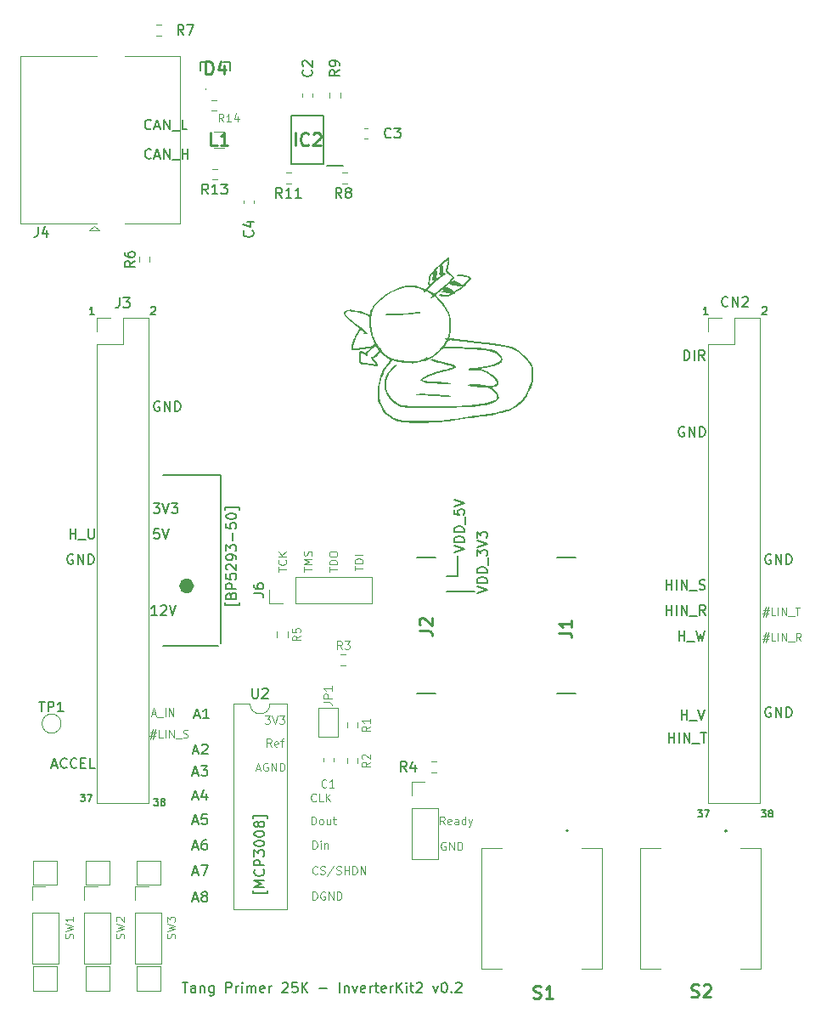
<source format=gbr>
%TF.GenerationSoftware,KiCad,Pcbnew,8.0.2*%
%TF.CreationDate,2024-09-12T20:37:13+09:00*%
%TF.ProjectId,TangPrimer25K_brushless,54616e67-5072-4696-9d65-7232354b5f62,rev?*%
%TF.SameCoordinates,Original*%
%TF.FileFunction,Legend,Top*%
%TF.FilePolarity,Positive*%
%FSLAX46Y46*%
G04 Gerber Fmt 4.6, Leading zero omitted, Abs format (unit mm)*
G04 Created by KiCad (PCBNEW 8.0.2) date 2024-09-12 20:37:13*
%MOMM*%
%LPD*%
G01*
G04 APERTURE LIST*
%ADD10C,0.150000*%
%ADD11C,0.100000*%
%ADD12C,0.254000*%
%ADD13C,0.120000*%
%ADD14C,0.200000*%
%ADD15C,0.735000*%
%ADD16C,0.000000*%
G04 APERTURE END LIST*
D10*
X163068000Y-111252000D02*
X164211000Y-111252000D01*
X164211000Y-111252000D02*
X164211000Y-109220000D01*
X163068000Y-112776000D02*
X165862000Y-112776000D01*
X163842819Y-108899077D02*
X164842819Y-108565744D01*
X164842819Y-108565744D02*
X163842819Y-108232411D01*
X164842819Y-107899077D02*
X163842819Y-107899077D01*
X163842819Y-107899077D02*
X163842819Y-107660982D01*
X163842819Y-107660982D02*
X163890438Y-107518125D01*
X163890438Y-107518125D02*
X163985676Y-107422887D01*
X163985676Y-107422887D02*
X164080914Y-107375268D01*
X164080914Y-107375268D02*
X164271390Y-107327649D01*
X164271390Y-107327649D02*
X164414247Y-107327649D01*
X164414247Y-107327649D02*
X164604723Y-107375268D01*
X164604723Y-107375268D02*
X164699961Y-107422887D01*
X164699961Y-107422887D02*
X164795200Y-107518125D01*
X164795200Y-107518125D02*
X164842819Y-107660982D01*
X164842819Y-107660982D02*
X164842819Y-107899077D01*
X164842819Y-106899077D02*
X163842819Y-106899077D01*
X163842819Y-106899077D02*
X163842819Y-106660982D01*
X163842819Y-106660982D02*
X163890438Y-106518125D01*
X163890438Y-106518125D02*
X163985676Y-106422887D01*
X163985676Y-106422887D02*
X164080914Y-106375268D01*
X164080914Y-106375268D02*
X164271390Y-106327649D01*
X164271390Y-106327649D02*
X164414247Y-106327649D01*
X164414247Y-106327649D02*
X164604723Y-106375268D01*
X164604723Y-106375268D02*
X164699961Y-106422887D01*
X164699961Y-106422887D02*
X164795200Y-106518125D01*
X164795200Y-106518125D02*
X164842819Y-106660982D01*
X164842819Y-106660982D02*
X164842819Y-106899077D01*
X164938057Y-106137173D02*
X164938057Y-105375268D01*
X163842819Y-104660982D02*
X163842819Y-105137172D01*
X163842819Y-105137172D02*
X164319009Y-105184791D01*
X164319009Y-105184791D02*
X164271390Y-105137172D01*
X164271390Y-105137172D02*
X164223771Y-105041934D01*
X164223771Y-105041934D02*
X164223771Y-104803839D01*
X164223771Y-104803839D02*
X164271390Y-104708601D01*
X164271390Y-104708601D02*
X164319009Y-104660982D01*
X164319009Y-104660982D02*
X164414247Y-104613363D01*
X164414247Y-104613363D02*
X164652342Y-104613363D01*
X164652342Y-104613363D02*
X164747580Y-104660982D01*
X164747580Y-104660982D02*
X164795200Y-104708601D01*
X164795200Y-104708601D02*
X164842819Y-104803839D01*
X164842819Y-104803839D02*
X164842819Y-105041934D01*
X164842819Y-105041934D02*
X164795200Y-105137172D01*
X164795200Y-105137172D02*
X164747580Y-105184791D01*
X163842819Y-104327648D02*
X164842819Y-103994315D01*
X164842819Y-103994315D02*
X163842819Y-103660982D01*
X133623207Y-69624580D02*
X133575588Y-69672200D01*
X133575588Y-69672200D02*
X133432731Y-69719819D01*
X133432731Y-69719819D02*
X133337493Y-69719819D01*
X133337493Y-69719819D02*
X133194636Y-69672200D01*
X133194636Y-69672200D02*
X133099398Y-69576961D01*
X133099398Y-69576961D02*
X133051779Y-69481723D01*
X133051779Y-69481723D02*
X133004160Y-69291247D01*
X133004160Y-69291247D02*
X133004160Y-69148390D01*
X133004160Y-69148390D02*
X133051779Y-68957914D01*
X133051779Y-68957914D02*
X133099398Y-68862676D01*
X133099398Y-68862676D02*
X133194636Y-68767438D01*
X133194636Y-68767438D02*
X133337493Y-68719819D01*
X133337493Y-68719819D02*
X133432731Y-68719819D01*
X133432731Y-68719819D02*
X133575588Y-68767438D01*
X133575588Y-68767438D02*
X133623207Y-68815057D01*
X134004160Y-69434104D02*
X134480350Y-69434104D01*
X133908922Y-69719819D02*
X134242255Y-68719819D01*
X134242255Y-68719819D02*
X134575588Y-69719819D01*
X134908922Y-69719819D02*
X134908922Y-68719819D01*
X134908922Y-68719819D02*
X135480350Y-69719819D01*
X135480350Y-69719819D02*
X135480350Y-68719819D01*
X135718446Y-69815057D02*
X136480350Y-69815057D01*
X136718446Y-69719819D02*
X136718446Y-68719819D01*
X136718446Y-69196009D02*
X137289874Y-69196009D01*
X137289874Y-69719819D02*
X137289874Y-68719819D01*
X195424588Y-109153438D02*
X195329350Y-109105819D01*
X195329350Y-109105819D02*
X195186493Y-109105819D01*
X195186493Y-109105819D02*
X195043636Y-109153438D01*
X195043636Y-109153438D02*
X194948398Y-109248676D01*
X194948398Y-109248676D02*
X194900779Y-109343914D01*
X194900779Y-109343914D02*
X194853160Y-109534390D01*
X194853160Y-109534390D02*
X194853160Y-109677247D01*
X194853160Y-109677247D02*
X194900779Y-109867723D01*
X194900779Y-109867723D02*
X194948398Y-109962961D01*
X194948398Y-109962961D02*
X195043636Y-110058200D01*
X195043636Y-110058200D02*
X195186493Y-110105819D01*
X195186493Y-110105819D02*
X195281731Y-110105819D01*
X195281731Y-110105819D02*
X195424588Y-110058200D01*
X195424588Y-110058200D02*
X195472207Y-110010580D01*
X195472207Y-110010580D02*
X195472207Y-109677247D01*
X195472207Y-109677247D02*
X195281731Y-109677247D01*
X195900779Y-110105819D02*
X195900779Y-109105819D01*
X195900779Y-109105819D02*
X196472207Y-110105819D01*
X196472207Y-110105819D02*
X196472207Y-109105819D01*
X196948398Y-110105819D02*
X196948398Y-109105819D01*
X196948398Y-109105819D02*
X197186493Y-109105819D01*
X197186493Y-109105819D02*
X197329350Y-109153438D01*
X197329350Y-109153438D02*
X197424588Y-109248676D01*
X197424588Y-109248676D02*
X197472207Y-109343914D01*
X197472207Y-109343914D02*
X197519826Y-109534390D01*
X197519826Y-109534390D02*
X197519826Y-109677247D01*
X197519826Y-109677247D02*
X197472207Y-109867723D01*
X197472207Y-109867723D02*
X197424588Y-109962961D01*
X197424588Y-109962961D02*
X197329350Y-110058200D01*
X197329350Y-110058200D02*
X197186493Y-110105819D01*
X197186493Y-110105819D02*
X196948398Y-110105819D01*
D11*
X149735265Y-143533895D02*
X149735265Y-142733895D01*
X149735265Y-142733895D02*
X149925741Y-142733895D01*
X149925741Y-142733895D02*
X150040027Y-142771990D01*
X150040027Y-142771990D02*
X150116217Y-142848180D01*
X150116217Y-142848180D02*
X150154312Y-142924371D01*
X150154312Y-142924371D02*
X150192408Y-143076752D01*
X150192408Y-143076752D02*
X150192408Y-143191038D01*
X150192408Y-143191038D02*
X150154312Y-143343419D01*
X150154312Y-143343419D02*
X150116217Y-143419609D01*
X150116217Y-143419609D02*
X150040027Y-143495800D01*
X150040027Y-143495800D02*
X149925741Y-143533895D01*
X149925741Y-143533895D02*
X149735265Y-143533895D01*
X150954312Y-142771990D02*
X150878122Y-142733895D01*
X150878122Y-142733895D02*
X150763836Y-142733895D01*
X150763836Y-142733895D02*
X150649550Y-142771990D01*
X150649550Y-142771990D02*
X150573360Y-142848180D01*
X150573360Y-142848180D02*
X150535265Y-142924371D01*
X150535265Y-142924371D02*
X150497169Y-143076752D01*
X150497169Y-143076752D02*
X150497169Y-143191038D01*
X150497169Y-143191038D02*
X150535265Y-143343419D01*
X150535265Y-143343419D02*
X150573360Y-143419609D01*
X150573360Y-143419609D02*
X150649550Y-143495800D01*
X150649550Y-143495800D02*
X150763836Y-143533895D01*
X150763836Y-143533895D02*
X150840027Y-143533895D01*
X150840027Y-143533895D02*
X150954312Y-143495800D01*
X150954312Y-143495800D02*
X150992408Y-143457704D01*
X150992408Y-143457704D02*
X150992408Y-143191038D01*
X150992408Y-143191038D02*
X150840027Y-143191038D01*
X151335265Y-143533895D02*
X151335265Y-142733895D01*
X151335265Y-142733895D02*
X151792408Y-143533895D01*
X151792408Y-143533895D02*
X151792408Y-142733895D01*
X152173360Y-143533895D02*
X152173360Y-142733895D01*
X152173360Y-142733895D02*
X152363836Y-142733895D01*
X152363836Y-142733895D02*
X152478122Y-142771990D01*
X152478122Y-142771990D02*
X152554312Y-142848180D01*
X152554312Y-142848180D02*
X152592407Y-142924371D01*
X152592407Y-142924371D02*
X152630503Y-143076752D01*
X152630503Y-143076752D02*
X152630503Y-143191038D01*
X152630503Y-143191038D02*
X152592407Y-143343419D01*
X152592407Y-143343419D02*
X152554312Y-143419609D01*
X152554312Y-143419609D02*
X152478122Y-143495800D01*
X152478122Y-143495800D02*
X152363836Y-143533895D01*
X152363836Y-143533895D02*
X152173360Y-143533895D01*
X162892408Y-136040895D02*
X162625741Y-135659942D01*
X162435265Y-136040895D02*
X162435265Y-135240895D01*
X162435265Y-135240895D02*
X162740027Y-135240895D01*
X162740027Y-135240895D02*
X162816217Y-135278990D01*
X162816217Y-135278990D02*
X162854312Y-135317085D01*
X162854312Y-135317085D02*
X162892408Y-135393276D01*
X162892408Y-135393276D02*
X162892408Y-135507561D01*
X162892408Y-135507561D02*
X162854312Y-135583752D01*
X162854312Y-135583752D02*
X162816217Y-135621847D01*
X162816217Y-135621847D02*
X162740027Y-135659942D01*
X162740027Y-135659942D02*
X162435265Y-135659942D01*
X163540027Y-136002800D02*
X163463836Y-136040895D01*
X163463836Y-136040895D02*
X163311455Y-136040895D01*
X163311455Y-136040895D02*
X163235265Y-136002800D01*
X163235265Y-136002800D02*
X163197169Y-135926609D01*
X163197169Y-135926609D02*
X163197169Y-135621847D01*
X163197169Y-135621847D02*
X163235265Y-135545657D01*
X163235265Y-135545657D02*
X163311455Y-135507561D01*
X163311455Y-135507561D02*
X163463836Y-135507561D01*
X163463836Y-135507561D02*
X163540027Y-135545657D01*
X163540027Y-135545657D02*
X163578122Y-135621847D01*
X163578122Y-135621847D02*
X163578122Y-135698038D01*
X163578122Y-135698038D02*
X163197169Y-135774228D01*
X164263836Y-136040895D02*
X164263836Y-135621847D01*
X164263836Y-135621847D02*
X164225741Y-135545657D01*
X164225741Y-135545657D02*
X164149550Y-135507561D01*
X164149550Y-135507561D02*
X163997169Y-135507561D01*
X163997169Y-135507561D02*
X163920979Y-135545657D01*
X164263836Y-136002800D02*
X164187645Y-136040895D01*
X164187645Y-136040895D02*
X163997169Y-136040895D01*
X163997169Y-136040895D02*
X163920979Y-136002800D01*
X163920979Y-136002800D02*
X163882883Y-135926609D01*
X163882883Y-135926609D02*
X163882883Y-135850419D01*
X163882883Y-135850419D02*
X163920979Y-135774228D01*
X163920979Y-135774228D02*
X163997169Y-135736133D01*
X163997169Y-135736133D02*
X164187645Y-135736133D01*
X164187645Y-135736133D02*
X164263836Y-135698038D01*
X164987646Y-136040895D02*
X164987646Y-135240895D01*
X164987646Y-136002800D02*
X164911455Y-136040895D01*
X164911455Y-136040895D02*
X164759074Y-136040895D01*
X164759074Y-136040895D02*
X164682884Y-136002800D01*
X164682884Y-136002800D02*
X164644789Y-135964704D01*
X164644789Y-135964704D02*
X164606693Y-135888514D01*
X164606693Y-135888514D02*
X164606693Y-135659942D01*
X164606693Y-135659942D02*
X164644789Y-135583752D01*
X164644789Y-135583752D02*
X164682884Y-135545657D01*
X164682884Y-135545657D02*
X164759074Y-135507561D01*
X164759074Y-135507561D02*
X164911455Y-135507561D01*
X164911455Y-135507561D02*
X164987646Y-135545657D01*
X165292408Y-135507561D02*
X165482884Y-136040895D01*
X165673361Y-135507561D02*
X165482884Y-136040895D01*
X165482884Y-136040895D02*
X165406694Y-136231371D01*
X165406694Y-136231371D02*
X165368599Y-136269466D01*
X165368599Y-136269466D02*
X165292408Y-136307561D01*
D10*
X145237152Y-142633506D02*
X145237152Y-142871601D01*
X145237152Y-142871601D02*
X143808580Y-142871601D01*
X143808580Y-142871601D02*
X143808580Y-142633506D01*
X144903819Y-142252553D02*
X143903819Y-142252553D01*
X143903819Y-142252553D02*
X144618104Y-141919220D01*
X144618104Y-141919220D02*
X143903819Y-141585887D01*
X143903819Y-141585887D02*
X144903819Y-141585887D01*
X144808580Y-140538268D02*
X144856200Y-140585887D01*
X144856200Y-140585887D02*
X144903819Y-140728744D01*
X144903819Y-140728744D02*
X144903819Y-140823982D01*
X144903819Y-140823982D02*
X144856200Y-140966839D01*
X144856200Y-140966839D02*
X144760961Y-141062077D01*
X144760961Y-141062077D02*
X144665723Y-141109696D01*
X144665723Y-141109696D02*
X144475247Y-141157315D01*
X144475247Y-141157315D02*
X144332390Y-141157315D01*
X144332390Y-141157315D02*
X144141914Y-141109696D01*
X144141914Y-141109696D02*
X144046676Y-141062077D01*
X144046676Y-141062077D02*
X143951438Y-140966839D01*
X143951438Y-140966839D02*
X143903819Y-140823982D01*
X143903819Y-140823982D02*
X143903819Y-140728744D01*
X143903819Y-140728744D02*
X143951438Y-140585887D01*
X143951438Y-140585887D02*
X143999057Y-140538268D01*
X144903819Y-140109696D02*
X143903819Y-140109696D01*
X143903819Y-140109696D02*
X143903819Y-139728744D01*
X143903819Y-139728744D02*
X143951438Y-139633506D01*
X143951438Y-139633506D02*
X143999057Y-139585887D01*
X143999057Y-139585887D02*
X144094295Y-139538268D01*
X144094295Y-139538268D02*
X144237152Y-139538268D01*
X144237152Y-139538268D02*
X144332390Y-139585887D01*
X144332390Y-139585887D02*
X144380009Y-139633506D01*
X144380009Y-139633506D02*
X144427628Y-139728744D01*
X144427628Y-139728744D02*
X144427628Y-140109696D01*
X143903819Y-139204934D02*
X143903819Y-138585887D01*
X143903819Y-138585887D02*
X144284771Y-138919220D01*
X144284771Y-138919220D02*
X144284771Y-138776363D01*
X144284771Y-138776363D02*
X144332390Y-138681125D01*
X144332390Y-138681125D02*
X144380009Y-138633506D01*
X144380009Y-138633506D02*
X144475247Y-138585887D01*
X144475247Y-138585887D02*
X144713342Y-138585887D01*
X144713342Y-138585887D02*
X144808580Y-138633506D01*
X144808580Y-138633506D02*
X144856200Y-138681125D01*
X144856200Y-138681125D02*
X144903819Y-138776363D01*
X144903819Y-138776363D02*
X144903819Y-139062077D01*
X144903819Y-139062077D02*
X144856200Y-139157315D01*
X144856200Y-139157315D02*
X144808580Y-139204934D01*
X143903819Y-137966839D02*
X143903819Y-137871601D01*
X143903819Y-137871601D02*
X143951438Y-137776363D01*
X143951438Y-137776363D02*
X143999057Y-137728744D01*
X143999057Y-137728744D02*
X144094295Y-137681125D01*
X144094295Y-137681125D02*
X144284771Y-137633506D01*
X144284771Y-137633506D02*
X144522866Y-137633506D01*
X144522866Y-137633506D02*
X144713342Y-137681125D01*
X144713342Y-137681125D02*
X144808580Y-137728744D01*
X144808580Y-137728744D02*
X144856200Y-137776363D01*
X144856200Y-137776363D02*
X144903819Y-137871601D01*
X144903819Y-137871601D02*
X144903819Y-137966839D01*
X144903819Y-137966839D02*
X144856200Y-138062077D01*
X144856200Y-138062077D02*
X144808580Y-138109696D01*
X144808580Y-138109696D02*
X144713342Y-138157315D01*
X144713342Y-138157315D02*
X144522866Y-138204934D01*
X144522866Y-138204934D02*
X144284771Y-138204934D01*
X144284771Y-138204934D02*
X144094295Y-138157315D01*
X144094295Y-138157315D02*
X143999057Y-138109696D01*
X143999057Y-138109696D02*
X143951438Y-138062077D01*
X143951438Y-138062077D02*
X143903819Y-137966839D01*
X143903819Y-137014458D02*
X143903819Y-136919220D01*
X143903819Y-136919220D02*
X143951438Y-136823982D01*
X143951438Y-136823982D02*
X143999057Y-136776363D01*
X143999057Y-136776363D02*
X144094295Y-136728744D01*
X144094295Y-136728744D02*
X144284771Y-136681125D01*
X144284771Y-136681125D02*
X144522866Y-136681125D01*
X144522866Y-136681125D02*
X144713342Y-136728744D01*
X144713342Y-136728744D02*
X144808580Y-136776363D01*
X144808580Y-136776363D02*
X144856200Y-136823982D01*
X144856200Y-136823982D02*
X144903819Y-136919220D01*
X144903819Y-136919220D02*
X144903819Y-137014458D01*
X144903819Y-137014458D02*
X144856200Y-137109696D01*
X144856200Y-137109696D02*
X144808580Y-137157315D01*
X144808580Y-137157315D02*
X144713342Y-137204934D01*
X144713342Y-137204934D02*
X144522866Y-137252553D01*
X144522866Y-137252553D02*
X144284771Y-137252553D01*
X144284771Y-137252553D02*
X144094295Y-137204934D01*
X144094295Y-137204934D02*
X143999057Y-137157315D01*
X143999057Y-137157315D02*
X143951438Y-137109696D01*
X143951438Y-137109696D02*
X143903819Y-137014458D01*
X144332390Y-136109696D02*
X144284771Y-136204934D01*
X144284771Y-136204934D02*
X144237152Y-136252553D01*
X144237152Y-136252553D02*
X144141914Y-136300172D01*
X144141914Y-136300172D02*
X144094295Y-136300172D01*
X144094295Y-136300172D02*
X143999057Y-136252553D01*
X143999057Y-136252553D02*
X143951438Y-136204934D01*
X143951438Y-136204934D02*
X143903819Y-136109696D01*
X143903819Y-136109696D02*
X143903819Y-135919220D01*
X143903819Y-135919220D02*
X143951438Y-135823982D01*
X143951438Y-135823982D02*
X143999057Y-135776363D01*
X143999057Y-135776363D02*
X144094295Y-135728744D01*
X144094295Y-135728744D02*
X144141914Y-135728744D01*
X144141914Y-135728744D02*
X144237152Y-135776363D01*
X144237152Y-135776363D02*
X144284771Y-135823982D01*
X144284771Y-135823982D02*
X144332390Y-135919220D01*
X144332390Y-135919220D02*
X144332390Y-136109696D01*
X144332390Y-136109696D02*
X144380009Y-136204934D01*
X144380009Y-136204934D02*
X144427628Y-136252553D01*
X144427628Y-136252553D02*
X144522866Y-136300172D01*
X144522866Y-136300172D02*
X144713342Y-136300172D01*
X144713342Y-136300172D02*
X144808580Y-136252553D01*
X144808580Y-136252553D02*
X144856200Y-136204934D01*
X144856200Y-136204934D02*
X144903819Y-136109696D01*
X144903819Y-136109696D02*
X144903819Y-135919220D01*
X144903819Y-135919220D02*
X144856200Y-135823982D01*
X144856200Y-135823982D02*
X144808580Y-135776363D01*
X144808580Y-135776363D02*
X144713342Y-135728744D01*
X144713342Y-135728744D02*
X144522866Y-135728744D01*
X144522866Y-135728744D02*
X144427628Y-135776363D01*
X144427628Y-135776363D02*
X144380009Y-135823982D01*
X144380009Y-135823982D02*
X144332390Y-135919220D01*
X145237152Y-135395410D02*
X145237152Y-135157315D01*
X145237152Y-135157315D02*
X143808580Y-135157315D01*
X143808580Y-135157315D02*
X143808580Y-135395410D01*
X134210588Y-115185819D02*
X133639160Y-115185819D01*
X133924874Y-115185819D02*
X133924874Y-114185819D01*
X133924874Y-114185819D02*
X133829636Y-114328676D01*
X133829636Y-114328676D02*
X133734398Y-114423914D01*
X133734398Y-114423914D02*
X133639160Y-114471533D01*
X134591541Y-114281057D02*
X134639160Y-114233438D01*
X134639160Y-114233438D02*
X134734398Y-114185819D01*
X134734398Y-114185819D02*
X134972493Y-114185819D01*
X134972493Y-114185819D02*
X135067731Y-114233438D01*
X135067731Y-114233438D02*
X135115350Y-114281057D01*
X135115350Y-114281057D02*
X135162969Y-114376295D01*
X135162969Y-114376295D02*
X135162969Y-114471533D01*
X135162969Y-114471533D02*
X135115350Y-114614390D01*
X135115350Y-114614390D02*
X134543922Y-115185819D01*
X134543922Y-115185819D02*
X135162969Y-115185819D01*
X135448684Y-114185819D02*
X135782017Y-115185819D01*
X135782017Y-115185819D02*
X136115350Y-114185819D01*
X142443152Y-113931506D02*
X142443152Y-114169601D01*
X142443152Y-114169601D02*
X141014580Y-114169601D01*
X141014580Y-114169601D02*
X141014580Y-113931506D01*
X141586009Y-113217220D02*
X141633628Y-113074363D01*
X141633628Y-113074363D02*
X141681247Y-113026744D01*
X141681247Y-113026744D02*
X141776485Y-112979125D01*
X141776485Y-112979125D02*
X141919342Y-112979125D01*
X141919342Y-112979125D02*
X142014580Y-113026744D01*
X142014580Y-113026744D02*
X142062200Y-113074363D01*
X142062200Y-113074363D02*
X142109819Y-113169601D01*
X142109819Y-113169601D02*
X142109819Y-113550553D01*
X142109819Y-113550553D02*
X141109819Y-113550553D01*
X141109819Y-113550553D02*
X141109819Y-113217220D01*
X141109819Y-113217220D02*
X141157438Y-113121982D01*
X141157438Y-113121982D02*
X141205057Y-113074363D01*
X141205057Y-113074363D02*
X141300295Y-113026744D01*
X141300295Y-113026744D02*
X141395533Y-113026744D01*
X141395533Y-113026744D02*
X141490771Y-113074363D01*
X141490771Y-113074363D02*
X141538390Y-113121982D01*
X141538390Y-113121982D02*
X141586009Y-113217220D01*
X141586009Y-113217220D02*
X141586009Y-113550553D01*
X142109819Y-112550553D02*
X141109819Y-112550553D01*
X141109819Y-112550553D02*
X141109819Y-112169601D01*
X141109819Y-112169601D02*
X141157438Y-112074363D01*
X141157438Y-112074363D02*
X141205057Y-112026744D01*
X141205057Y-112026744D02*
X141300295Y-111979125D01*
X141300295Y-111979125D02*
X141443152Y-111979125D01*
X141443152Y-111979125D02*
X141538390Y-112026744D01*
X141538390Y-112026744D02*
X141586009Y-112074363D01*
X141586009Y-112074363D02*
X141633628Y-112169601D01*
X141633628Y-112169601D02*
X141633628Y-112550553D01*
X141109819Y-111074363D02*
X141109819Y-111550553D01*
X141109819Y-111550553D02*
X141586009Y-111598172D01*
X141586009Y-111598172D02*
X141538390Y-111550553D01*
X141538390Y-111550553D02*
X141490771Y-111455315D01*
X141490771Y-111455315D02*
X141490771Y-111217220D01*
X141490771Y-111217220D02*
X141538390Y-111121982D01*
X141538390Y-111121982D02*
X141586009Y-111074363D01*
X141586009Y-111074363D02*
X141681247Y-111026744D01*
X141681247Y-111026744D02*
X141919342Y-111026744D01*
X141919342Y-111026744D02*
X142014580Y-111074363D01*
X142014580Y-111074363D02*
X142062200Y-111121982D01*
X142062200Y-111121982D02*
X142109819Y-111217220D01*
X142109819Y-111217220D02*
X142109819Y-111455315D01*
X142109819Y-111455315D02*
X142062200Y-111550553D01*
X142062200Y-111550553D02*
X142014580Y-111598172D01*
X141205057Y-110645791D02*
X141157438Y-110598172D01*
X141157438Y-110598172D02*
X141109819Y-110502934D01*
X141109819Y-110502934D02*
X141109819Y-110264839D01*
X141109819Y-110264839D02*
X141157438Y-110169601D01*
X141157438Y-110169601D02*
X141205057Y-110121982D01*
X141205057Y-110121982D02*
X141300295Y-110074363D01*
X141300295Y-110074363D02*
X141395533Y-110074363D01*
X141395533Y-110074363D02*
X141538390Y-110121982D01*
X141538390Y-110121982D02*
X142109819Y-110693410D01*
X142109819Y-110693410D02*
X142109819Y-110074363D01*
X142109819Y-109598172D02*
X142109819Y-109407696D01*
X142109819Y-109407696D02*
X142062200Y-109312458D01*
X142062200Y-109312458D02*
X142014580Y-109264839D01*
X142014580Y-109264839D02*
X141871723Y-109169601D01*
X141871723Y-109169601D02*
X141681247Y-109121982D01*
X141681247Y-109121982D02*
X141300295Y-109121982D01*
X141300295Y-109121982D02*
X141205057Y-109169601D01*
X141205057Y-109169601D02*
X141157438Y-109217220D01*
X141157438Y-109217220D02*
X141109819Y-109312458D01*
X141109819Y-109312458D02*
X141109819Y-109502934D01*
X141109819Y-109502934D02*
X141157438Y-109598172D01*
X141157438Y-109598172D02*
X141205057Y-109645791D01*
X141205057Y-109645791D02*
X141300295Y-109693410D01*
X141300295Y-109693410D02*
X141538390Y-109693410D01*
X141538390Y-109693410D02*
X141633628Y-109645791D01*
X141633628Y-109645791D02*
X141681247Y-109598172D01*
X141681247Y-109598172D02*
X141728866Y-109502934D01*
X141728866Y-109502934D02*
X141728866Y-109312458D01*
X141728866Y-109312458D02*
X141681247Y-109217220D01*
X141681247Y-109217220D02*
X141633628Y-109169601D01*
X141633628Y-109169601D02*
X141538390Y-109121982D01*
X141109819Y-108788648D02*
X141109819Y-108169601D01*
X141109819Y-108169601D02*
X141490771Y-108502934D01*
X141490771Y-108502934D02*
X141490771Y-108360077D01*
X141490771Y-108360077D02*
X141538390Y-108264839D01*
X141538390Y-108264839D02*
X141586009Y-108217220D01*
X141586009Y-108217220D02*
X141681247Y-108169601D01*
X141681247Y-108169601D02*
X141919342Y-108169601D01*
X141919342Y-108169601D02*
X142014580Y-108217220D01*
X142014580Y-108217220D02*
X142062200Y-108264839D01*
X142062200Y-108264839D02*
X142109819Y-108360077D01*
X142109819Y-108360077D02*
X142109819Y-108645791D01*
X142109819Y-108645791D02*
X142062200Y-108741029D01*
X142062200Y-108741029D02*
X142014580Y-108788648D01*
X141728866Y-107741029D02*
X141728866Y-106979125D01*
X141109819Y-106026744D02*
X141109819Y-106502934D01*
X141109819Y-106502934D02*
X141586009Y-106550553D01*
X141586009Y-106550553D02*
X141538390Y-106502934D01*
X141538390Y-106502934D02*
X141490771Y-106407696D01*
X141490771Y-106407696D02*
X141490771Y-106169601D01*
X141490771Y-106169601D02*
X141538390Y-106074363D01*
X141538390Y-106074363D02*
X141586009Y-106026744D01*
X141586009Y-106026744D02*
X141681247Y-105979125D01*
X141681247Y-105979125D02*
X141919342Y-105979125D01*
X141919342Y-105979125D02*
X142014580Y-106026744D01*
X142014580Y-106026744D02*
X142062200Y-106074363D01*
X142062200Y-106074363D02*
X142109819Y-106169601D01*
X142109819Y-106169601D02*
X142109819Y-106407696D01*
X142109819Y-106407696D02*
X142062200Y-106502934D01*
X142062200Y-106502934D02*
X142014580Y-106550553D01*
X141109819Y-105360077D02*
X141109819Y-105264839D01*
X141109819Y-105264839D02*
X141157438Y-105169601D01*
X141157438Y-105169601D02*
X141205057Y-105121982D01*
X141205057Y-105121982D02*
X141300295Y-105074363D01*
X141300295Y-105074363D02*
X141490771Y-105026744D01*
X141490771Y-105026744D02*
X141728866Y-105026744D01*
X141728866Y-105026744D02*
X141919342Y-105074363D01*
X141919342Y-105074363D02*
X142014580Y-105121982D01*
X142014580Y-105121982D02*
X142062200Y-105169601D01*
X142062200Y-105169601D02*
X142109819Y-105264839D01*
X142109819Y-105264839D02*
X142109819Y-105360077D01*
X142109819Y-105360077D02*
X142062200Y-105455315D01*
X142062200Y-105455315D02*
X142014580Y-105502934D01*
X142014580Y-105502934D02*
X141919342Y-105550553D01*
X141919342Y-105550553D02*
X141728866Y-105598172D01*
X141728866Y-105598172D02*
X141490771Y-105598172D01*
X141490771Y-105598172D02*
X141300295Y-105550553D01*
X141300295Y-105550553D02*
X141205057Y-105502934D01*
X141205057Y-105502934D02*
X141157438Y-105455315D01*
X141157438Y-105455315D02*
X141109819Y-105360077D01*
X142443152Y-104693410D02*
X142443152Y-104455315D01*
X142443152Y-104455315D02*
X141014580Y-104455315D01*
X141014580Y-104455315D02*
X141014580Y-104693410D01*
X137830160Y-128743104D02*
X138306350Y-128743104D01*
X137734922Y-129028819D02*
X138068255Y-128028819D01*
X138068255Y-128028819D02*
X138401588Y-129028819D01*
X138687303Y-128124057D02*
X138734922Y-128076438D01*
X138734922Y-128076438D02*
X138830160Y-128028819D01*
X138830160Y-128028819D02*
X139068255Y-128028819D01*
X139068255Y-128028819D02*
X139163493Y-128076438D01*
X139163493Y-128076438D02*
X139211112Y-128124057D01*
X139211112Y-128124057D02*
X139258731Y-128219295D01*
X139258731Y-128219295D02*
X139258731Y-128314533D01*
X139258731Y-128314533D02*
X139211112Y-128457390D01*
X139211112Y-128457390D02*
X138639684Y-129028819D01*
X138639684Y-129028819D02*
X139258731Y-129028819D01*
X194561064Y-84514485D02*
X194599160Y-84476390D01*
X194599160Y-84476390D02*
X194675350Y-84438295D01*
X194675350Y-84438295D02*
X194865826Y-84438295D01*
X194865826Y-84438295D02*
X194942017Y-84476390D01*
X194942017Y-84476390D02*
X194980112Y-84514485D01*
X194980112Y-84514485D02*
X195018207Y-84590676D01*
X195018207Y-84590676D02*
X195018207Y-84666866D01*
X195018207Y-84666866D02*
X194980112Y-84781152D01*
X194980112Y-84781152D02*
X194522969Y-85238295D01*
X194522969Y-85238295D02*
X195018207Y-85238295D01*
X186264779Y-117725819D02*
X186264779Y-116725819D01*
X186264779Y-117202009D02*
X186836207Y-117202009D01*
X186836207Y-117725819D02*
X186836207Y-116725819D01*
X187074303Y-117821057D02*
X187836207Y-117821057D01*
X187979065Y-116725819D02*
X188217160Y-117725819D01*
X188217160Y-117725819D02*
X188407636Y-117011533D01*
X188407636Y-117011533D02*
X188598112Y-117725819D01*
X188598112Y-117725819D02*
X188836208Y-116725819D01*
D11*
X146289895Y-110856020D02*
X146289895Y-110398877D01*
X147089895Y-110627449D02*
X146289895Y-110627449D01*
X147013704Y-109675067D02*
X147051800Y-109713163D01*
X147051800Y-109713163D02*
X147089895Y-109827448D01*
X147089895Y-109827448D02*
X147089895Y-109903639D01*
X147089895Y-109903639D02*
X147051800Y-110017925D01*
X147051800Y-110017925D02*
X146975609Y-110094115D01*
X146975609Y-110094115D02*
X146899419Y-110132210D01*
X146899419Y-110132210D02*
X146747038Y-110170306D01*
X146747038Y-110170306D02*
X146632752Y-110170306D01*
X146632752Y-110170306D02*
X146480371Y-110132210D01*
X146480371Y-110132210D02*
X146404180Y-110094115D01*
X146404180Y-110094115D02*
X146327990Y-110017925D01*
X146327990Y-110017925D02*
X146289895Y-109903639D01*
X146289895Y-109903639D02*
X146289895Y-109827448D01*
X146289895Y-109827448D02*
X146327990Y-109713163D01*
X146327990Y-109713163D02*
X146366085Y-109675067D01*
X147089895Y-109332210D02*
X146289895Y-109332210D01*
X147089895Y-108875067D02*
X146632752Y-109217925D01*
X146289895Y-108875067D02*
X146747038Y-109332210D01*
D10*
X134416969Y-106565819D02*
X133940779Y-106565819D01*
X133940779Y-106565819D02*
X133893160Y-107042009D01*
X133893160Y-107042009D02*
X133940779Y-106994390D01*
X133940779Y-106994390D02*
X134036017Y-106946771D01*
X134036017Y-106946771D02*
X134274112Y-106946771D01*
X134274112Y-106946771D02*
X134369350Y-106994390D01*
X134369350Y-106994390D02*
X134416969Y-107042009D01*
X134416969Y-107042009D02*
X134464588Y-107137247D01*
X134464588Y-107137247D02*
X134464588Y-107375342D01*
X134464588Y-107375342D02*
X134416969Y-107470580D01*
X134416969Y-107470580D02*
X134369350Y-107518200D01*
X134369350Y-107518200D02*
X134274112Y-107565819D01*
X134274112Y-107565819D02*
X134036017Y-107565819D01*
X134036017Y-107565819D02*
X133940779Y-107518200D01*
X133940779Y-107518200D02*
X133893160Y-107470580D01*
X134750303Y-106565819D02*
X135083636Y-107565819D01*
X135083636Y-107565819D02*
X135416969Y-106565819D01*
D11*
X194655169Y-117219561D02*
X195226598Y-117219561D01*
X194883741Y-116876704D02*
X194655169Y-117905276D01*
X195150408Y-117562419D02*
X194578979Y-117562419D01*
X194921836Y-117905276D02*
X195150408Y-116876704D01*
X195874217Y-117752895D02*
X195493265Y-117752895D01*
X195493265Y-117752895D02*
X195493265Y-116952895D01*
X196140884Y-117752895D02*
X196140884Y-116952895D01*
X196521836Y-117752895D02*
X196521836Y-116952895D01*
X196521836Y-116952895D02*
X196978979Y-117752895D01*
X196978979Y-117752895D02*
X196978979Y-116952895D01*
X197169455Y-117829085D02*
X197778978Y-117829085D01*
X198426598Y-117752895D02*
X198159931Y-117371942D01*
X197969455Y-117752895D02*
X197969455Y-116952895D01*
X197969455Y-116952895D02*
X198274217Y-116952895D01*
X198274217Y-116952895D02*
X198350407Y-116990990D01*
X198350407Y-116990990D02*
X198388502Y-117029085D01*
X198388502Y-117029085D02*
X198426598Y-117105276D01*
X198426598Y-117105276D02*
X198426598Y-117219561D01*
X198426598Y-117219561D02*
X198388502Y-117295752D01*
X198388502Y-117295752D02*
X198350407Y-117333847D01*
X198350407Y-117333847D02*
X198274217Y-117371942D01*
X198274217Y-117371942D02*
X197969455Y-117371942D01*
D10*
X184994779Y-115185819D02*
X184994779Y-114185819D01*
X184994779Y-114662009D02*
X185566207Y-114662009D01*
X185566207Y-115185819D02*
X185566207Y-114185819D01*
X186042398Y-115185819D02*
X186042398Y-114185819D01*
X186518588Y-115185819D02*
X186518588Y-114185819D01*
X186518588Y-114185819D02*
X187090016Y-115185819D01*
X187090016Y-115185819D02*
X187090016Y-114185819D01*
X187328112Y-115281057D02*
X188090016Y-115281057D01*
X188899540Y-115185819D02*
X188566207Y-114709628D01*
X188328112Y-115185819D02*
X188328112Y-114185819D01*
X188328112Y-114185819D02*
X188709064Y-114185819D01*
X188709064Y-114185819D02*
X188804302Y-114233438D01*
X188804302Y-114233438D02*
X188851921Y-114281057D01*
X188851921Y-114281057D02*
X188899540Y-114376295D01*
X188899540Y-114376295D02*
X188899540Y-114519152D01*
X188899540Y-114519152D02*
X188851921Y-114614390D01*
X188851921Y-114614390D02*
X188804302Y-114662009D01*
X188804302Y-114662009D02*
X188709064Y-114709628D01*
X188709064Y-114709628D02*
X188328112Y-114709628D01*
D11*
X151369895Y-110856020D02*
X151369895Y-110398877D01*
X152169895Y-110627449D02*
X151369895Y-110627449D01*
X152169895Y-110132210D02*
X151369895Y-110132210D01*
X151369895Y-110132210D02*
X151369895Y-109941734D01*
X151369895Y-109941734D02*
X151407990Y-109827448D01*
X151407990Y-109827448D02*
X151484180Y-109751258D01*
X151484180Y-109751258D02*
X151560371Y-109713163D01*
X151560371Y-109713163D02*
X151712752Y-109675067D01*
X151712752Y-109675067D02*
X151827038Y-109675067D01*
X151827038Y-109675067D02*
X151979419Y-109713163D01*
X151979419Y-109713163D02*
X152055609Y-109751258D01*
X152055609Y-109751258D02*
X152131800Y-109827448D01*
X152131800Y-109827448D02*
X152169895Y-109941734D01*
X152169895Y-109941734D02*
X152169895Y-110132210D01*
X151369895Y-109179829D02*
X151369895Y-109027448D01*
X151369895Y-109027448D02*
X151407990Y-108951258D01*
X151407990Y-108951258D02*
X151484180Y-108875067D01*
X151484180Y-108875067D02*
X151636561Y-108836972D01*
X151636561Y-108836972D02*
X151903228Y-108836972D01*
X151903228Y-108836972D02*
X152055609Y-108875067D01*
X152055609Y-108875067D02*
X152131800Y-108951258D01*
X152131800Y-108951258D02*
X152169895Y-109027448D01*
X152169895Y-109027448D02*
X152169895Y-109179829D01*
X152169895Y-109179829D02*
X152131800Y-109256020D01*
X152131800Y-109256020D02*
X152055609Y-109332210D01*
X152055609Y-109332210D02*
X151903228Y-109370306D01*
X151903228Y-109370306D02*
X151636561Y-109370306D01*
X151636561Y-109370306D02*
X151484180Y-109332210D01*
X151484180Y-109332210D02*
X151407990Y-109256020D01*
X151407990Y-109256020D02*
X151369895Y-109179829D01*
X149735265Y-138453895D02*
X149735265Y-137653895D01*
X149735265Y-137653895D02*
X149925741Y-137653895D01*
X149925741Y-137653895D02*
X150040027Y-137691990D01*
X150040027Y-137691990D02*
X150116217Y-137768180D01*
X150116217Y-137768180D02*
X150154312Y-137844371D01*
X150154312Y-137844371D02*
X150192408Y-137996752D01*
X150192408Y-137996752D02*
X150192408Y-138111038D01*
X150192408Y-138111038D02*
X150154312Y-138263419D01*
X150154312Y-138263419D02*
X150116217Y-138339609D01*
X150116217Y-138339609D02*
X150040027Y-138415800D01*
X150040027Y-138415800D02*
X149925741Y-138453895D01*
X149925741Y-138453895D02*
X149735265Y-138453895D01*
X150535265Y-138453895D02*
X150535265Y-137920561D01*
X150535265Y-137653895D02*
X150497169Y-137691990D01*
X150497169Y-137691990D02*
X150535265Y-137730085D01*
X150535265Y-137730085D02*
X150573360Y-137691990D01*
X150573360Y-137691990D02*
X150535265Y-137653895D01*
X150535265Y-137653895D02*
X150535265Y-137730085D01*
X150916217Y-137920561D02*
X150916217Y-138453895D01*
X150916217Y-137996752D02*
X150954312Y-137958657D01*
X150954312Y-137958657D02*
X151030502Y-137920561D01*
X151030502Y-137920561D02*
X151144788Y-137920561D01*
X151144788Y-137920561D02*
X151220979Y-137958657D01*
X151220979Y-137958657D02*
X151259074Y-138034847D01*
X151259074Y-138034847D02*
X151259074Y-138453895D01*
D10*
X186518779Y-125599819D02*
X186518779Y-124599819D01*
X186518779Y-125076009D02*
X187090207Y-125076009D01*
X187090207Y-125599819D02*
X187090207Y-124599819D01*
X187328303Y-125695057D02*
X188090207Y-125695057D01*
X188185446Y-124599819D02*
X188518779Y-125599819D01*
X188518779Y-125599819D02*
X188852112Y-124599819D01*
X133623207Y-66703580D02*
X133575588Y-66751200D01*
X133575588Y-66751200D02*
X133432731Y-66798819D01*
X133432731Y-66798819D02*
X133337493Y-66798819D01*
X133337493Y-66798819D02*
X133194636Y-66751200D01*
X133194636Y-66751200D02*
X133099398Y-66655961D01*
X133099398Y-66655961D02*
X133051779Y-66560723D01*
X133051779Y-66560723D02*
X133004160Y-66370247D01*
X133004160Y-66370247D02*
X133004160Y-66227390D01*
X133004160Y-66227390D02*
X133051779Y-66036914D01*
X133051779Y-66036914D02*
X133099398Y-65941676D01*
X133099398Y-65941676D02*
X133194636Y-65846438D01*
X133194636Y-65846438D02*
X133337493Y-65798819D01*
X133337493Y-65798819D02*
X133432731Y-65798819D01*
X133432731Y-65798819D02*
X133575588Y-65846438D01*
X133575588Y-65846438D02*
X133623207Y-65894057D01*
X134004160Y-66513104D02*
X134480350Y-66513104D01*
X133908922Y-66798819D02*
X134242255Y-65798819D01*
X134242255Y-65798819D02*
X134575588Y-66798819D01*
X134908922Y-66798819D02*
X134908922Y-65798819D01*
X134908922Y-65798819D02*
X135480350Y-66798819D01*
X135480350Y-66798819D02*
X135480350Y-65798819D01*
X135718446Y-66894057D02*
X136480350Y-66894057D01*
X137194636Y-66798819D02*
X136718446Y-66798819D01*
X136718446Y-66798819D02*
X136718446Y-65798819D01*
X133601064Y-84514485D02*
X133639160Y-84476390D01*
X133639160Y-84476390D02*
X133715350Y-84438295D01*
X133715350Y-84438295D02*
X133905826Y-84438295D01*
X133905826Y-84438295D02*
X133982017Y-84476390D01*
X133982017Y-84476390D02*
X134020112Y-84514485D01*
X134020112Y-84514485D02*
X134058207Y-84590676D01*
X134058207Y-84590676D02*
X134058207Y-84666866D01*
X134058207Y-84666866D02*
X134020112Y-84781152D01*
X134020112Y-84781152D02*
X133562969Y-85238295D01*
X133562969Y-85238295D02*
X134058207Y-85238295D01*
D11*
X144109169Y-130478323D02*
X144490122Y-130478323D01*
X144032979Y-130706895D02*
X144299646Y-129906895D01*
X144299646Y-129906895D02*
X144566312Y-130706895D01*
X145252026Y-129944990D02*
X145175836Y-129906895D01*
X145175836Y-129906895D02*
X145061550Y-129906895D01*
X145061550Y-129906895D02*
X144947264Y-129944990D01*
X144947264Y-129944990D02*
X144871074Y-130021180D01*
X144871074Y-130021180D02*
X144832979Y-130097371D01*
X144832979Y-130097371D02*
X144794883Y-130249752D01*
X144794883Y-130249752D02*
X144794883Y-130364038D01*
X144794883Y-130364038D02*
X144832979Y-130516419D01*
X144832979Y-130516419D02*
X144871074Y-130592609D01*
X144871074Y-130592609D02*
X144947264Y-130668800D01*
X144947264Y-130668800D02*
X145061550Y-130706895D01*
X145061550Y-130706895D02*
X145137741Y-130706895D01*
X145137741Y-130706895D02*
X145252026Y-130668800D01*
X145252026Y-130668800D02*
X145290122Y-130630704D01*
X145290122Y-130630704D02*
X145290122Y-130364038D01*
X145290122Y-130364038D02*
X145137741Y-130364038D01*
X145632979Y-130706895D02*
X145632979Y-129906895D01*
X145632979Y-129906895D02*
X146090122Y-130706895D01*
X146090122Y-130706895D02*
X146090122Y-129906895D01*
X146471074Y-130706895D02*
X146471074Y-129906895D01*
X146471074Y-129906895D02*
X146661550Y-129906895D01*
X146661550Y-129906895D02*
X146775836Y-129944990D01*
X146775836Y-129944990D02*
X146852026Y-130021180D01*
X146852026Y-130021180D02*
X146890121Y-130097371D01*
X146890121Y-130097371D02*
X146928217Y-130249752D01*
X146928217Y-130249752D02*
X146928217Y-130364038D01*
X146928217Y-130364038D02*
X146890121Y-130516419D01*
X146890121Y-130516419D02*
X146852026Y-130592609D01*
X146852026Y-130592609D02*
X146775836Y-130668800D01*
X146775836Y-130668800D02*
X146661550Y-130706895D01*
X146661550Y-130706895D02*
X146471074Y-130706895D01*
D10*
X133904284Y-133445533D02*
X134337617Y-133445533D01*
X134337617Y-133445533D02*
X134104284Y-133712200D01*
X134104284Y-133712200D02*
X134204284Y-133712200D01*
X134204284Y-133712200D02*
X134270950Y-133745533D01*
X134270950Y-133745533D02*
X134304284Y-133778866D01*
X134304284Y-133778866D02*
X134337617Y-133845533D01*
X134337617Y-133845533D02*
X134337617Y-134012200D01*
X134337617Y-134012200D02*
X134304284Y-134078866D01*
X134304284Y-134078866D02*
X134270950Y-134112200D01*
X134270950Y-134112200D02*
X134204284Y-134145533D01*
X134204284Y-134145533D02*
X134004284Y-134145533D01*
X134004284Y-134145533D02*
X133937617Y-134112200D01*
X133937617Y-134112200D02*
X133904284Y-134078866D01*
X134737617Y-133745533D02*
X134670951Y-133712200D01*
X134670951Y-133712200D02*
X134637617Y-133678866D01*
X134637617Y-133678866D02*
X134604284Y-133612200D01*
X134604284Y-133612200D02*
X134604284Y-133578866D01*
X134604284Y-133578866D02*
X134637617Y-133512200D01*
X134637617Y-133512200D02*
X134670951Y-133478866D01*
X134670951Y-133478866D02*
X134737617Y-133445533D01*
X134737617Y-133445533D02*
X134870951Y-133445533D01*
X134870951Y-133445533D02*
X134937617Y-133478866D01*
X134937617Y-133478866D02*
X134970951Y-133512200D01*
X134970951Y-133512200D02*
X135004284Y-133578866D01*
X135004284Y-133578866D02*
X135004284Y-133612200D01*
X135004284Y-133612200D02*
X134970951Y-133678866D01*
X134970951Y-133678866D02*
X134937617Y-133712200D01*
X134937617Y-133712200D02*
X134870951Y-133745533D01*
X134870951Y-133745533D02*
X134737617Y-133745533D01*
X134737617Y-133745533D02*
X134670951Y-133778866D01*
X134670951Y-133778866D02*
X134637617Y-133812200D01*
X134637617Y-133812200D02*
X134604284Y-133878866D01*
X134604284Y-133878866D02*
X134604284Y-134012200D01*
X134604284Y-134012200D02*
X134637617Y-134078866D01*
X134637617Y-134078866D02*
X134670951Y-134112200D01*
X134670951Y-134112200D02*
X134737617Y-134145533D01*
X134737617Y-134145533D02*
X134870951Y-134145533D01*
X134870951Y-134145533D02*
X134937617Y-134112200D01*
X134937617Y-134112200D02*
X134970951Y-134078866D01*
X134970951Y-134078866D02*
X135004284Y-134012200D01*
X135004284Y-134012200D02*
X135004284Y-133878866D01*
X135004284Y-133878866D02*
X134970951Y-133812200D01*
X134970951Y-133812200D02*
X134937617Y-133778866D01*
X134937617Y-133778866D02*
X134870951Y-133745533D01*
X137804760Y-133315104D02*
X138280950Y-133315104D01*
X137709522Y-133600819D02*
X138042855Y-132600819D01*
X138042855Y-132600819D02*
X138376188Y-133600819D01*
X139138093Y-132934152D02*
X139138093Y-133600819D01*
X138899998Y-132553200D02*
X138661903Y-133267485D01*
X138661903Y-133267485D02*
X139280950Y-133267485D01*
D11*
X133568169Y-126871561D02*
X134139598Y-126871561D01*
X133796741Y-126528704D02*
X133568169Y-127557276D01*
X134063408Y-127214419D02*
X133491979Y-127214419D01*
X133834836Y-127557276D02*
X134063408Y-126528704D01*
X134787217Y-127404895D02*
X134406265Y-127404895D01*
X134406265Y-127404895D02*
X134406265Y-126604895D01*
X135053884Y-127404895D02*
X135053884Y-126604895D01*
X135434836Y-127404895D02*
X135434836Y-126604895D01*
X135434836Y-126604895D02*
X135891979Y-127404895D01*
X135891979Y-127404895D02*
X135891979Y-126604895D01*
X136082455Y-127481085D02*
X136691978Y-127481085D01*
X136844359Y-127366800D02*
X136958645Y-127404895D01*
X136958645Y-127404895D02*
X137149121Y-127404895D01*
X137149121Y-127404895D02*
X137225312Y-127366800D01*
X137225312Y-127366800D02*
X137263407Y-127328704D01*
X137263407Y-127328704D02*
X137301502Y-127252514D01*
X137301502Y-127252514D02*
X137301502Y-127176323D01*
X137301502Y-127176323D02*
X137263407Y-127100133D01*
X137263407Y-127100133D02*
X137225312Y-127062038D01*
X137225312Y-127062038D02*
X137149121Y-127023942D01*
X137149121Y-127023942D02*
X136996740Y-126985847D01*
X136996740Y-126985847D02*
X136920550Y-126947752D01*
X136920550Y-126947752D02*
X136882455Y-126909657D01*
X136882455Y-126909657D02*
X136844359Y-126833466D01*
X136844359Y-126833466D02*
X136844359Y-126757276D01*
X136844359Y-126757276D02*
X136882455Y-126681085D01*
X136882455Y-126681085D02*
X136920550Y-126642990D01*
X136920550Y-126642990D02*
X136996740Y-126604895D01*
X136996740Y-126604895D02*
X137187217Y-126604895D01*
X137187217Y-126604895D02*
X137301502Y-126642990D01*
D10*
X125828588Y-109153438D02*
X125733350Y-109105819D01*
X125733350Y-109105819D02*
X125590493Y-109105819D01*
X125590493Y-109105819D02*
X125447636Y-109153438D01*
X125447636Y-109153438D02*
X125352398Y-109248676D01*
X125352398Y-109248676D02*
X125304779Y-109343914D01*
X125304779Y-109343914D02*
X125257160Y-109534390D01*
X125257160Y-109534390D02*
X125257160Y-109677247D01*
X125257160Y-109677247D02*
X125304779Y-109867723D01*
X125304779Y-109867723D02*
X125352398Y-109962961D01*
X125352398Y-109962961D02*
X125447636Y-110058200D01*
X125447636Y-110058200D02*
X125590493Y-110105819D01*
X125590493Y-110105819D02*
X125685731Y-110105819D01*
X125685731Y-110105819D02*
X125828588Y-110058200D01*
X125828588Y-110058200D02*
X125876207Y-110010580D01*
X125876207Y-110010580D02*
X125876207Y-109677247D01*
X125876207Y-109677247D02*
X125685731Y-109677247D01*
X126304779Y-110105819D02*
X126304779Y-109105819D01*
X126304779Y-109105819D02*
X126876207Y-110105819D01*
X126876207Y-110105819D02*
X126876207Y-109105819D01*
X127352398Y-110105819D02*
X127352398Y-109105819D01*
X127352398Y-109105819D02*
X127590493Y-109105819D01*
X127590493Y-109105819D02*
X127733350Y-109153438D01*
X127733350Y-109153438D02*
X127828588Y-109248676D01*
X127828588Y-109248676D02*
X127876207Y-109343914D01*
X127876207Y-109343914D02*
X127923826Y-109534390D01*
X127923826Y-109534390D02*
X127923826Y-109677247D01*
X127923826Y-109677247D02*
X127876207Y-109867723D01*
X127876207Y-109867723D02*
X127828588Y-109962961D01*
X127828588Y-109962961D02*
X127733350Y-110058200D01*
X127733350Y-110058200D02*
X127590493Y-110105819D01*
X127590493Y-110105819D02*
X127352398Y-110105819D01*
X137804760Y-135728104D02*
X138280950Y-135728104D01*
X137709522Y-136013819D02*
X138042855Y-135013819D01*
X138042855Y-135013819D02*
X138376188Y-136013819D01*
X139185712Y-135013819D02*
X138709522Y-135013819D01*
X138709522Y-135013819D02*
X138661903Y-135490009D01*
X138661903Y-135490009D02*
X138709522Y-135442390D01*
X138709522Y-135442390D02*
X138804760Y-135394771D01*
X138804760Y-135394771D02*
X139042855Y-135394771D01*
X139042855Y-135394771D02*
X139138093Y-135442390D01*
X139138093Y-135442390D02*
X139185712Y-135490009D01*
X139185712Y-135490009D02*
X139233331Y-135585247D01*
X139233331Y-135585247D02*
X139233331Y-135823342D01*
X139233331Y-135823342D02*
X139185712Y-135918580D01*
X139185712Y-135918580D02*
X139138093Y-135966200D01*
X139138093Y-135966200D02*
X139042855Y-136013819D01*
X139042855Y-136013819D02*
X138804760Y-136013819D01*
X138804760Y-136013819D02*
X138709522Y-135966200D01*
X138709522Y-135966200D02*
X138661903Y-135918580D01*
D11*
X133695169Y-125017323D02*
X134076122Y-125017323D01*
X133618979Y-125245895D02*
X133885646Y-124445895D01*
X133885646Y-124445895D02*
X134152312Y-125245895D01*
X134228503Y-125322085D02*
X134838026Y-125322085D01*
X135028503Y-125245895D02*
X135028503Y-124445895D01*
X135409455Y-125245895D02*
X135409455Y-124445895D01*
X135409455Y-124445895D02*
X135866598Y-125245895D01*
X135866598Y-125245895D02*
X135866598Y-124445895D01*
X194655169Y-114679561D02*
X195226598Y-114679561D01*
X194883741Y-114336704D02*
X194655169Y-115365276D01*
X195150408Y-115022419D02*
X194578979Y-115022419D01*
X194921836Y-115365276D02*
X195150408Y-114336704D01*
X195874217Y-115212895D02*
X195493265Y-115212895D01*
X195493265Y-115212895D02*
X195493265Y-114412895D01*
X196140884Y-115212895D02*
X196140884Y-114412895D01*
X196521836Y-115212895D02*
X196521836Y-114412895D01*
X196521836Y-114412895D02*
X196978979Y-115212895D01*
X196978979Y-115212895D02*
X196978979Y-114412895D01*
X197169455Y-115289085D02*
X197778978Y-115289085D01*
X197855169Y-114412895D02*
X198312312Y-114412895D01*
X198083740Y-115212895D02*
X198083740Y-114412895D01*
D10*
X195424588Y-124393438D02*
X195329350Y-124345819D01*
X195329350Y-124345819D02*
X195186493Y-124345819D01*
X195186493Y-124345819D02*
X195043636Y-124393438D01*
X195043636Y-124393438D02*
X194948398Y-124488676D01*
X194948398Y-124488676D02*
X194900779Y-124583914D01*
X194900779Y-124583914D02*
X194853160Y-124774390D01*
X194853160Y-124774390D02*
X194853160Y-124917247D01*
X194853160Y-124917247D02*
X194900779Y-125107723D01*
X194900779Y-125107723D02*
X194948398Y-125202961D01*
X194948398Y-125202961D02*
X195043636Y-125298200D01*
X195043636Y-125298200D02*
X195186493Y-125345819D01*
X195186493Y-125345819D02*
X195281731Y-125345819D01*
X195281731Y-125345819D02*
X195424588Y-125298200D01*
X195424588Y-125298200D02*
X195472207Y-125250580D01*
X195472207Y-125250580D02*
X195472207Y-124917247D01*
X195472207Y-124917247D02*
X195281731Y-124917247D01*
X195900779Y-125345819D02*
X195900779Y-124345819D01*
X195900779Y-124345819D02*
X196472207Y-125345819D01*
X196472207Y-125345819D02*
X196472207Y-124345819D01*
X196948398Y-125345819D02*
X196948398Y-124345819D01*
X196948398Y-124345819D02*
X197186493Y-124345819D01*
X197186493Y-124345819D02*
X197329350Y-124393438D01*
X197329350Y-124393438D02*
X197424588Y-124488676D01*
X197424588Y-124488676D02*
X197472207Y-124583914D01*
X197472207Y-124583914D02*
X197519826Y-124774390D01*
X197519826Y-124774390D02*
X197519826Y-124917247D01*
X197519826Y-124917247D02*
X197472207Y-125107723D01*
X197472207Y-125107723D02*
X197424588Y-125202961D01*
X197424588Y-125202961D02*
X197329350Y-125298200D01*
X197329350Y-125298200D02*
X197186493Y-125345819D01*
X197186493Y-125345819D02*
X196948398Y-125345819D01*
X188158684Y-134588533D02*
X188592017Y-134588533D01*
X188592017Y-134588533D02*
X188358684Y-134855200D01*
X188358684Y-134855200D02*
X188458684Y-134855200D01*
X188458684Y-134855200D02*
X188525350Y-134888533D01*
X188525350Y-134888533D02*
X188558684Y-134921866D01*
X188558684Y-134921866D02*
X188592017Y-134988533D01*
X188592017Y-134988533D02*
X188592017Y-135155200D01*
X188592017Y-135155200D02*
X188558684Y-135221866D01*
X188558684Y-135221866D02*
X188525350Y-135255200D01*
X188525350Y-135255200D02*
X188458684Y-135288533D01*
X188458684Y-135288533D02*
X188258684Y-135288533D01*
X188258684Y-135288533D02*
X188192017Y-135255200D01*
X188192017Y-135255200D02*
X188158684Y-135221866D01*
X188825351Y-134588533D02*
X189292017Y-134588533D01*
X189292017Y-134588533D02*
X188992017Y-135288533D01*
X137804760Y-143449704D02*
X138280950Y-143449704D01*
X137709522Y-143735419D02*
X138042855Y-142735419D01*
X138042855Y-142735419D02*
X138376188Y-143735419D01*
X138852379Y-143163990D02*
X138757141Y-143116371D01*
X138757141Y-143116371D02*
X138709522Y-143068752D01*
X138709522Y-143068752D02*
X138661903Y-142973514D01*
X138661903Y-142973514D02*
X138661903Y-142925895D01*
X138661903Y-142925895D02*
X138709522Y-142830657D01*
X138709522Y-142830657D02*
X138757141Y-142783038D01*
X138757141Y-142783038D02*
X138852379Y-142735419D01*
X138852379Y-142735419D02*
X139042855Y-142735419D01*
X139042855Y-142735419D02*
X139138093Y-142783038D01*
X139138093Y-142783038D02*
X139185712Y-142830657D01*
X139185712Y-142830657D02*
X139233331Y-142925895D01*
X139233331Y-142925895D02*
X139233331Y-142973514D01*
X139233331Y-142973514D02*
X139185712Y-143068752D01*
X139185712Y-143068752D02*
X139138093Y-143116371D01*
X139138093Y-143116371D02*
X139042855Y-143163990D01*
X139042855Y-143163990D02*
X138852379Y-143163990D01*
X138852379Y-143163990D02*
X138757141Y-143211609D01*
X138757141Y-143211609D02*
X138709522Y-143259228D01*
X138709522Y-143259228D02*
X138661903Y-143354466D01*
X138661903Y-143354466D02*
X138661903Y-143544942D01*
X138661903Y-143544942D02*
X138709522Y-143640180D01*
X138709522Y-143640180D02*
X138757141Y-143687800D01*
X138757141Y-143687800D02*
X138852379Y-143735419D01*
X138852379Y-143735419D02*
X139042855Y-143735419D01*
X139042855Y-143735419D02*
X139138093Y-143687800D01*
X139138093Y-143687800D02*
X139185712Y-143640180D01*
X139185712Y-143640180D02*
X139233331Y-143544942D01*
X139233331Y-143544942D02*
X139233331Y-143354466D01*
X139233331Y-143354466D02*
X139185712Y-143259228D01*
X139185712Y-143259228D02*
X139138093Y-143211609D01*
X139138093Y-143211609D02*
X139042855Y-143163990D01*
D11*
X148829895Y-110856020D02*
X148829895Y-110398877D01*
X149629895Y-110627449D02*
X148829895Y-110627449D01*
X149629895Y-110132210D02*
X148829895Y-110132210D01*
X148829895Y-110132210D02*
X149401323Y-109865544D01*
X149401323Y-109865544D02*
X148829895Y-109598877D01*
X148829895Y-109598877D02*
X149629895Y-109598877D01*
X149591800Y-109256020D02*
X149629895Y-109141734D01*
X149629895Y-109141734D02*
X149629895Y-108951258D01*
X149629895Y-108951258D02*
X149591800Y-108875067D01*
X149591800Y-108875067D02*
X149553704Y-108836972D01*
X149553704Y-108836972D02*
X149477514Y-108798877D01*
X149477514Y-108798877D02*
X149401323Y-108798877D01*
X149401323Y-108798877D02*
X149325133Y-108836972D01*
X149325133Y-108836972D02*
X149287038Y-108875067D01*
X149287038Y-108875067D02*
X149248942Y-108951258D01*
X149248942Y-108951258D02*
X149210847Y-109103639D01*
X149210847Y-109103639D02*
X149172752Y-109179829D01*
X149172752Y-109179829D02*
X149134657Y-109217924D01*
X149134657Y-109217924D02*
X149058466Y-109256020D01*
X149058466Y-109256020D02*
X148982276Y-109256020D01*
X148982276Y-109256020D02*
X148906085Y-109217924D01*
X148906085Y-109217924D02*
X148867990Y-109179829D01*
X148867990Y-109179829D02*
X148829895Y-109103639D01*
X148829895Y-109103639D02*
X148829895Y-108913162D01*
X148829895Y-108913162D02*
X148867990Y-108798877D01*
X162981312Y-137818990D02*
X162905122Y-137780895D01*
X162905122Y-137780895D02*
X162790836Y-137780895D01*
X162790836Y-137780895D02*
X162676550Y-137818990D01*
X162676550Y-137818990D02*
X162600360Y-137895180D01*
X162600360Y-137895180D02*
X162562265Y-137971371D01*
X162562265Y-137971371D02*
X162524169Y-138123752D01*
X162524169Y-138123752D02*
X162524169Y-138238038D01*
X162524169Y-138238038D02*
X162562265Y-138390419D01*
X162562265Y-138390419D02*
X162600360Y-138466609D01*
X162600360Y-138466609D02*
X162676550Y-138542800D01*
X162676550Y-138542800D02*
X162790836Y-138580895D01*
X162790836Y-138580895D02*
X162867027Y-138580895D01*
X162867027Y-138580895D02*
X162981312Y-138542800D01*
X162981312Y-138542800D02*
X163019408Y-138504704D01*
X163019408Y-138504704D02*
X163019408Y-138238038D01*
X163019408Y-138238038D02*
X162867027Y-138238038D01*
X163362265Y-138580895D02*
X163362265Y-137780895D01*
X163362265Y-137780895D02*
X163819408Y-138580895D01*
X163819408Y-138580895D02*
X163819408Y-137780895D01*
X164200360Y-138580895D02*
X164200360Y-137780895D01*
X164200360Y-137780895D02*
X164390836Y-137780895D01*
X164390836Y-137780895D02*
X164505122Y-137818990D01*
X164505122Y-137818990D02*
X164581312Y-137895180D01*
X164581312Y-137895180D02*
X164619407Y-137971371D01*
X164619407Y-137971371D02*
X164657503Y-138123752D01*
X164657503Y-138123752D02*
X164657503Y-138238038D01*
X164657503Y-138238038D02*
X164619407Y-138390419D01*
X164619407Y-138390419D02*
X164581312Y-138466609D01*
X164581312Y-138466609D02*
X164505122Y-138542800D01*
X164505122Y-138542800D02*
X164390836Y-138580895D01*
X164390836Y-138580895D02*
X164200360Y-138580895D01*
D10*
X137804760Y-138268104D02*
X138280950Y-138268104D01*
X137709522Y-138553819D02*
X138042855Y-137553819D01*
X138042855Y-137553819D02*
X138376188Y-138553819D01*
X139138093Y-137553819D02*
X138947617Y-137553819D01*
X138947617Y-137553819D02*
X138852379Y-137601438D01*
X138852379Y-137601438D02*
X138804760Y-137649057D01*
X138804760Y-137649057D02*
X138709522Y-137791914D01*
X138709522Y-137791914D02*
X138661903Y-137982390D01*
X138661903Y-137982390D02*
X138661903Y-138363342D01*
X138661903Y-138363342D02*
X138709522Y-138458580D01*
X138709522Y-138458580D02*
X138757141Y-138506200D01*
X138757141Y-138506200D02*
X138852379Y-138553819D01*
X138852379Y-138553819D02*
X139042855Y-138553819D01*
X139042855Y-138553819D02*
X139138093Y-138506200D01*
X139138093Y-138506200D02*
X139185712Y-138458580D01*
X139185712Y-138458580D02*
X139233331Y-138363342D01*
X139233331Y-138363342D02*
X139233331Y-138125247D01*
X139233331Y-138125247D02*
X139185712Y-138030009D01*
X139185712Y-138030009D02*
X139138093Y-137982390D01*
X139138093Y-137982390D02*
X139042855Y-137934771D01*
X139042855Y-137934771D02*
X138852379Y-137934771D01*
X138852379Y-137934771D02*
X138757141Y-137982390D01*
X138757141Y-137982390D02*
X138709522Y-138030009D01*
X138709522Y-138030009D02*
X138661903Y-138125247D01*
D11*
X153909895Y-110729020D02*
X153909895Y-110271877D01*
X154709895Y-110500449D02*
X153909895Y-110500449D01*
X154709895Y-110005210D02*
X153909895Y-110005210D01*
X153909895Y-110005210D02*
X153909895Y-109814734D01*
X153909895Y-109814734D02*
X153947990Y-109700448D01*
X153947990Y-109700448D02*
X154024180Y-109624258D01*
X154024180Y-109624258D02*
X154100371Y-109586163D01*
X154100371Y-109586163D02*
X154252752Y-109548067D01*
X154252752Y-109548067D02*
X154367038Y-109548067D01*
X154367038Y-109548067D02*
X154519419Y-109586163D01*
X154519419Y-109586163D02*
X154595609Y-109624258D01*
X154595609Y-109624258D02*
X154671800Y-109700448D01*
X154671800Y-109700448D02*
X154709895Y-109814734D01*
X154709895Y-109814734D02*
X154709895Y-110005210D01*
X154709895Y-109205210D02*
X153909895Y-109205210D01*
D10*
X137957160Y-125187104D02*
X138433350Y-125187104D01*
X137861922Y-125472819D02*
X138195255Y-124472819D01*
X138195255Y-124472819D02*
X138528588Y-125472819D01*
X139385731Y-125472819D02*
X138814303Y-125472819D01*
X139100017Y-125472819D02*
X139100017Y-124472819D01*
X139100017Y-124472819D02*
X139004779Y-124615676D01*
X139004779Y-124615676D02*
X138909541Y-124710914D01*
X138909541Y-124710914D02*
X138814303Y-124758533D01*
X127962207Y-85238295D02*
X127505064Y-85238295D01*
X127733636Y-85238295D02*
X127733636Y-84438295D01*
X127733636Y-84438295D02*
X127657445Y-84552580D01*
X127657445Y-84552580D02*
X127581255Y-84628771D01*
X127581255Y-84628771D02*
X127505064Y-84666866D01*
D11*
X145620408Y-128293895D02*
X145353741Y-127912942D01*
X145163265Y-128293895D02*
X145163265Y-127493895D01*
X145163265Y-127493895D02*
X145468027Y-127493895D01*
X145468027Y-127493895D02*
X145544217Y-127531990D01*
X145544217Y-127531990D02*
X145582312Y-127570085D01*
X145582312Y-127570085D02*
X145620408Y-127646276D01*
X145620408Y-127646276D02*
X145620408Y-127760561D01*
X145620408Y-127760561D02*
X145582312Y-127836752D01*
X145582312Y-127836752D02*
X145544217Y-127874847D01*
X145544217Y-127874847D02*
X145468027Y-127912942D01*
X145468027Y-127912942D02*
X145163265Y-127912942D01*
X146268027Y-128255800D02*
X146191836Y-128293895D01*
X146191836Y-128293895D02*
X146039455Y-128293895D01*
X146039455Y-128293895D02*
X145963265Y-128255800D01*
X145963265Y-128255800D02*
X145925169Y-128179609D01*
X145925169Y-128179609D02*
X145925169Y-127874847D01*
X145925169Y-127874847D02*
X145963265Y-127798657D01*
X145963265Y-127798657D02*
X146039455Y-127760561D01*
X146039455Y-127760561D02*
X146191836Y-127760561D01*
X146191836Y-127760561D02*
X146268027Y-127798657D01*
X146268027Y-127798657D02*
X146306122Y-127874847D01*
X146306122Y-127874847D02*
X146306122Y-127951038D01*
X146306122Y-127951038D02*
X145925169Y-128027228D01*
X146534693Y-127760561D02*
X146839455Y-127760561D01*
X146648979Y-128293895D02*
X146648979Y-127608180D01*
X146648979Y-127608180D02*
X146687074Y-127531990D01*
X146687074Y-127531990D02*
X146763264Y-127493895D01*
X146763264Y-127493895D02*
X146839455Y-127493895D01*
D10*
X194508684Y-134588533D02*
X194942017Y-134588533D01*
X194942017Y-134588533D02*
X194708684Y-134855200D01*
X194708684Y-134855200D02*
X194808684Y-134855200D01*
X194808684Y-134855200D02*
X194875350Y-134888533D01*
X194875350Y-134888533D02*
X194908684Y-134921866D01*
X194908684Y-134921866D02*
X194942017Y-134988533D01*
X194942017Y-134988533D02*
X194942017Y-135155200D01*
X194942017Y-135155200D02*
X194908684Y-135221866D01*
X194908684Y-135221866D02*
X194875350Y-135255200D01*
X194875350Y-135255200D02*
X194808684Y-135288533D01*
X194808684Y-135288533D02*
X194608684Y-135288533D01*
X194608684Y-135288533D02*
X194542017Y-135255200D01*
X194542017Y-135255200D02*
X194508684Y-135221866D01*
X195342017Y-134888533D02*
X195275351Y-134855200D01*
X195275351Y-134855200D02*
X195242017Y-134821866D01*
X195242017Y-134821866D02*
X195208684Y-134755200D01*
X195208684Y-134755200D02*
X195208684Y-134721866D01*
X195208684Y-134721866D02*
X195242017Y-134655200D01*
X195242017Y-134655200D02*
X195275351Y-134621866D01*
X195275351Y-134621866D02*
X195342017Y-134588533D01*
X195342017Y-134588533D02*
X195475351Y-134588533D01*
X195475351Y-134588533D02*
X195542017Y-134621866D01*
X195542017Y-134621866D02*
X195575351Y-134655200D01*
X195575351Y-134655200D02*
X195608684Y-134721866D01*
X195608684Y-134721866D02*
X195608684Y-134755200D01*
X195608684Y-134755200D02*
X195575351Y-134821866D01*
X195575351Y-134821866D02*
X195542017Y-134855200D01*
X195542017Y-134855200D02*
X195475351Y-134888533D01*
X195475351Y-134888533D02*
X195342017Y-134888533D01*
X195342017Y-134888533D02*
X195275351Y-134921866D01*
X195275351Y-134921866D02*
X195242017Y-134955200D01*
X195242017Y-134955200D02*
X195208684Y-135021866D01*
X195208684Y-135021866D02*
X195208684Y-135155200D01*
X195208684Y-135155200D02*
X195242017Y-135221866D01*
X195242017Y-135221866D02*
X195275351Y-135255200D01*
X195275351Y-135255200D02*
X195342017Y-135288533D01*
X195342017Y-135288533D02*
X195475351Y-135288533D01*
X195475351Y-135288533D02*
X195542017Y-135255200D01*
X195542017Y-135255200D02*
X195575351Y-135221866D01*
X195575351Y-135221866D02*
X195608684Y-135155200D01*
X195608684Y-135155200D02*
X195608684Y-135021866D01*
X195608684Y-135021866D02*
X195575351Y-134955200D01*
X195575351Y-134955200D02*
X195542017Y-134921866D01*
X195542017Y-134921866D02*
X195475351Y-134888533D01*
X166128819Y-112963077D02*
X167128819Y-112629744D01*
X167128819Y-112629744D02*
X166128819Y-112296411D01*
X167128819Y-111963077D02*
X166128819Y-111963077D01*
X166128819Y-111963077D02*
X166128819Y-111724982D01*
X166128819Y-111724982D02*
X166176438Y-111582125D01*
X166176438Y-111582125D02*
X166271676Y-111486887D01*
X166271676Y-111486887D02*
X166366914Y-111439268D01*
X166366914Y-111439268D02*
X166557390Y-111391649D01*
X166557390Y-111391649D02*
X166700247Y-111391649D01*
X166700247Y-111391649D02*
X166890723Y-111439268D01*
X166890723Y-111439268D02*
X166985961Y-111486887D01*
X166985961Y-111486887D02*
X167081200Y-111582125D01*
X167081200Y-111582125D02*
X167128819Y-111724982D01*
X167128819Y-111724982D02*
X167128819Y-111963077D01*
X167128819Y-110963077D02*
X166128819Y-110963077D01*
X166128819Y-110963077D02*
X166128819Y-110724982D01*
X166128819Y-110724982D02*
X166176438Y-110582125D01*
X166176438Y-110582125D02*
X166271676Y-110486887D01*
X166271676Y-110486887D02*
X166366914Y-110439268D01*
X166366914Y-110439268D02*
X166557390Y-110391649D01*
X166557390Y-110391649D02*
X166700247Y-110391649D01*
X166700247Y-110391649D02*
X166890723Y-110439268D01*
X166890723Y-110439268D02*
X166985961Y-110486887D01*
X166985961Y-110486887D02*
X167081200Y-110582125D01*
X167081200Y-110582125D02*
X167128819Y-110724982D01*
X167128819Y-110724982D02*
X167128819Y-110963077D01*
X167224057Y-110201173D02*
X167224057Y-109439268D01*
X166128819Y-109296410D02*
X166128819Y-108677363D01*
X166128819Y-108677363D02*
X166509771Y-109010696D01*
X166509771Y-109010696D02*
X166509771Y-108867839D01*
X166509771Y-108867839D02*
X166557390Y-108772601D01*
X166557390Y-108772601D02*
X166605009Y-108724982D01*
X166605009Y-108724982D02*
X166700247Y-108677363D01*
X166700247Y-108677363D02*
X166938342Y-108677363D01*
X166938342Y-108677363D02*
X167033580Y-108724982D01*
X167033580Y-108724982D02*
X167081200Y-108772601D01*
X167081200Y-108772601D02*
X167128819Y-108867839D01*
X167128819Y-108867839D02*
X167128819Y-109153553D01*
X167128819Y-109153553D02*
X167081200Y-109248791D01*
X167081200Y-109248791D02*
X167033580Y-109296410D01*
X166128819Y-108391648D02*
X167128819Y-108058315D01*
X167128819Y-108058315D02*
X166128819Y-107724982D01*
X166128819Y-107486886D02*
X166128819Y-106867839D01*
X166128819Y-106867839D02*
X166509771Y-107201172D01*
X166509771Y-107201172D02*
X166509771Y-107058315D01*
X166509771Y-107058315D02*
X166557390Y-106963077D01*
X166557390Y-106963077D02*
X166605009Y-106915458D01*
X166605009Y-106915458D02*
X166700247Y-106867839D01*
X166700247Y-106867839D02*
X166938342Y-106867839D01*
X166938342Y-106867839D02*
X167033580Y-106915458D01*
X167033580Y-106915458D02*
X167081200Y-106963077D01*
X167081200Y-106963077D02*
X167128819Y-107058315D01*
X167128819Y-107058315D02*
X167128819Y-107344029D01*
X167128819Y-107344029D02*
X167081200Y-107439267D01*
X167081200Y-107439267D02*
X167033580Y-107486886D01*
X134464588Y-93913438D02*
X134369350Y-93865819D01*
X134369350Y-93865819D02*
X134226493Y-93865819D01*
X134226493Y-93865819D02*
X134083636Y-93913438D01*
X134083636Y-93913438D02*
X133988398Y-94008676D01*
X133988398Y-94008676D02*
X133940779Y-94103914D01*
X133940779Y-94103914D02*
X133893160Y-94294390D01*
X133893160Y-94294390D02*
X133893160Y-94437247D01*
X133893160Y-94437247D02*
X133940779Y-94627723D01*
X133940779Y-94627723D02*
X133988398Y-94722961D01*
X133988398Y-94722961D02*
X134083636Y-94818200D01*
X134083636Y-94818200D02*
X134226493Y-94865819D01*
X134226493Y-94865819D02*
X134321731Y-94865819D01*
X134321731Y-94865819D02*
X134464588Y-94818200D01*
X134464588Y-94818200D02*
X134512207Y-94770580D01*
X134512207Y-94770580D02*
X134512207Y-94437247D01*
X134512207Y-94437247D02*
X134321731Y-94437247D01*
X134940779Y-94865819D02*
X134940779Y-93865819D01*
X134940779Y-93865819D02*
X135512207Y-94865819D01*
X135512207Y-94865819D02*
X135512207Y-93865819D01*
X135988398Y-94865819D02*
X135988398Y-93865819D01*
X135988398Y-93865819D02*
X136226493Y-93865819D01*
X136226493Y-93865819D02*
X136369350Y-93913438D01*
X136369350Y-93913438D02*
X136464588Y-94008676D01*
X136464588Y-94008676D02*
X136512207Y-94103914D01*
X136512207Y-94103914D02*
X136559826Y-94294390D01*
X136559826Y-94294390D02*
X136559826Y-94437247D01*
X136559826Y-94437247D02*
X136512207Y-94627723D01*
X136512207Y-94627723D02*
X136464588Y-94722961D01*
X136464588Y-94722961D02*
X136369350Y-94818200D01*
X136369350Y-94818200D02*
X136226493Y-94865819D01*
X136226493Y-94865819D02*
X135988398Y-94865819D01*
X126589084Y-133013733D02*
X127022417Y-133013733D01*
X127022417Y-133013733D02*
X126789084Y-133280400D01*
X126789084Y-133280400D02*
X126889084Y-133280400D01*
X126889084Y-133280400D02*
X126955750Y-133313733D01*
X126955750Y-133313733D02*
X126989084Y-133347066D01*
X126989084Y-133347066D02*
X127022417Y-133413733D01*
X127022417Y-133413733D02*
X127022417Y-133580400D01*
X127022417Y-133580400D02*
X126989084Y-133647066D01*
X126989084Y-133647066D02*
X126955750Y-133680400D01*
X126955750Y-133680400D02*
X126889084Y-133713733D01*
X126889084Y-133713733D02*
X126689084Y-133713733D01*
X126689084Y-133713733D02*
X126622417Y-133680400D01*
X126622417Y-133680400D02*
X126589084Y-133647066D01*
X127255751Y-133013733D02*
X127722417Y-133013733D01*
X127722417Y-133013733D02*
X127422417Y-133713733D01*
X137804760Y-130902104D02*
X138280950Y-130902104D01*
X137709522Y-131187819D02*
X138042855Y-130187819D01*
X138042855Y-130187819D02*
X138376188Y-131187819D01*
X138614284Y-130187819D02*
X139233331Y-130187819D01*
X139233331Y-130187819D02*
X138899998Y-130568771D01*
X138899998Y-130568771D02*
X139042855Y-130568771D01*
X139042855Y-130568771D02*
X139138093Y-130616390D01*
X139138093Y-130616390D02*
X139185712Y-130664009D01*
X139185712Y-130664009D02*
X139233331Y-130759247D01*
X139233331Y-130759247D02*
X139233331Y-130997342D01*
X139233331Y-130997342D02*
X139185712Y-131092580D01*
X139185712Y-131092580D02*
X139138093Y-131140200D01*
X139138093Y-131140200D02*
X139042855Y-131187819D01*
X139042855Y-131187819D02*
X138757141Y-131187819D01*
X138757141Y-131187819D02*
X138661903Y-131140200D01*
X138661903Y-131140200D02*
X138614284Y-131092580D01*
D11*
X150192408Y-140917704D02*
X150154312Y-140955800D01*
X150154312Y-140955800D02*
X150040027Y-140993895D01*
X150040027Y-140993895D02*
X149963836Y-140993895D01*
X149963836Y-140993895D02*
X149849550Y-140955800D01*
X149849550Y-140955800D02*
X149773360Y-140879609D01*
X149773360Y-140879609D02*
X149735265Y-140803419D01*
X149735265Y-140803419D02*
X149697169Y-140651038D01*
X149697169Y-140651038D02*
X149697169Y-140536752D01*
X149697169Y-140536752D02*
X149735265Y-140384371D01*
X149735265Y-140384371D02*
X149773360Y-140308180D01*
X149773360Y-140308180D02*
X149849550Y-140231990D01*
X149849550Y-140231990D02*
X149963836Y-140193895D01*
X149963836Y-140193895D02*
X150040027Y-140193895D01*
X150040027Y-140193895D02*
X150154312Y-140231990D01*
X150154312Y-140231990D02*
X150192408Y-140270085D01*
X150497169Y-140955800D02*
X150611455Y-140993895D01*
X150611455Y-140993895D02*
X150801931Y-140993895D01*
X150801931Y-140993895D02*
X150878122Y-140955800D01*
X150878122Y-140955800D02*
X150916217Y-140917704D01*
X150916217Y-140917704D02*
X150954312Y-140841514D01*
X150954312Y-140841514D02*
X150954312Y-140765323D01*
X150954312Y-140765323D02*
X150916217Y-140689133D01*
X150916217Y-140689133D02*
X150878122Y-140651038D01*
X150878122Y-140651038D02*
X150801931Y-140612942D01*
X150801931Y-140612942D02*
X150649550Y-140574847D01*
X150649550Y-140574847D02*
X150573360Y-140536752D01*
X150573360Y-140536752D02*
X150535265Y-140498657D01*
X150535265Y-140498657D02*
X150497169Y-140422466D01*
X150497169Y-140422466D02*
X150497169Y-140346276D01*
X150497169Y-140346276D02*
X150535265Y-140270085D01*
X150535265Y-140270085D02*
X150573360Y-140231990D01*
X150573360Y-140231990D02*
X150649550Y-140193895D01*
X150649550Y-140193895D02*
X150840027Y-140193895D01*
X150840027Y-140193895D02*
X150954312Y-140231990D01*
X151868598Y-140155800D02*
X151182884Y-141184371D01*
X152097169Y-140955800D02*
X152211455Y-140993895D01*
X152211455Y-140993895D02*
X152401931Y-140993895D01*
X152401931Y-140993895D02*
X152478122Y-140955800D01*
X152478122Y-140955800D02*
X152516217Y-140917704D01*
X152516217Y-140917704D02*
X152554312Y-140841514D01*
X152554312Y-140841514D02*
X152554312Y-140765323D01*
X152554312Y-140765323D02*
X152516217Y-140689133D01*
X152516217Y-140689133D02*
X152478122Y-140651038D01*
X152478122Y-140651038D02*
X152401931Y-140612942D01*
X152401931Y-140612942D02*
X152249550Y-140574847D01*
X152249550Y-140574847D02*
X152173360Y-140536752D01*
X152173360Y-140536752D02*
X152135265Y-140498657D01*
X152135265Y-140498657D02*
X152097169Y-140422466D01*
X152097169Y-140422466D02*
X152097169Y-140346276D01*
X152097169Y-140346276D02*
X152135265Y-140270085D01*
X152135265Y-140270085D02*
X152173360Y-140231990D01*
X152173360Y-140231990D02*
X152249550Y-140193895D01*
X152249550Y-140193895D02*
X152440027Y-140193895D01*
X152440027Y-140193895D02*
X152554312Y-140231990D01*
X152897170Y-140993895D02*
X152897170Y-140193895D01*
X152897170Y-140574847D02*
X153354313Y-140574847D01*
X153354313Y-140993895D02*
X153354313Y-140193895D01*
X153735265Y-140993895D02*
X153735265Y-140193895D01*
X153735265Y-140193895D02*
X153925741Y-140193895D01*
X153925741Y-140193895D02*
X154040027Y-140231990D01*
X154040027Y-140231990D02*
X154116217Y-140308180D01*
X154116217Y-140308180D02*
X154154312Y-140384371D01*
X154154312Y-140384371D02*
X154192408Y-140536752D01*
X154192408Y-140536752D02*
X154192408Y-140651038D01*
X154192408Y-140651038D02*
X154154312Y-140803419D01*
X154154312Y-140803419D02*
X154116217Y-140879609D01*
X154116217Y-140879609D02*
X154040027Y-140955800D01*
X154040027Y-140955800D02*
X153925741Y-140993895D01*
X153925741Y-140993895D02*
X153735265Y-140993895D01*
X154535265Y-140993895D02*
X154535265Y-140193895D01*
X154535265Y-140193895D02*
X154992408Y-140993895D01*
X154992408Y-140993895D02*
X154992408Y-140193895D01*
X150065408Y-133678704D02*
X150027312Y-133716800D01*
X150027312Y-133716800D02*
X149913027Y-133754895D01*
X149913027Y-133754895D02*
X149836836Y-133754895D01*
X149836836Y-133754895D02*
X149722550Y-133716800D01*
X149722550Y-133716800D02*
X149646360Y-133640609D01*
X149646360Y-133640609D02*
X149608265Y-133564419D01*
X149608265Y-133564419D02*
X149570169Y-133412038D01*
X149570169Y-133412038D02*
X149570169Y-133297752D01*
X149570169Y-133297752D02*
X149608265Y-133145371D01*
X149608265Y-133145371D02*
X149646360Y-133069180D01*
X149646360Y-133069180D02*
X149722550Y-132992990D01*
X149722550Y-132992990D02*
X149836836Y-132954895D01*
X149836836Y-132954895D02*
X149913027Y-132954895D01*
X149913027Y-132954895D02*
X150027312Y-132992990D01*
X150027312Y-132992990D02*
X150065408Y-133031085D01*
X150789217Y-133754895D02*
X150408265Y-133754895D01*
X150408265Y-133754895D02*
X150408265Y-132954895D01*
X151055884Y-133754895D02*
X151055884Y-132954895D01*
X151513027Y-133754895D02*
X151170169Y-133297752D01*
X151513027Y-132954895D02*
X151055884Y-133412038D01*
D10*
X186788588Y-96453438D02*
X186693350Y-96405819D01*
X186693350Y-96405819D02*
X186550493Y-96405819D01*
X186550493Y-96405819D02*
X186407636Y-96453438D01*
X186407636Y-96453438D02*
X186312398Y-96548676D01*
X186312398Y-96548676D02*
X186264779Y-96643914D01*
X186264779Y-96643914D02*
X186217160Y-96834390D01*
X186217160Y-96834390D02*
X186217160Y-96977247D01*
X186217160Y-96977247D02*
X186264779Y-97167723D01*
X186264779Y-97167723D02*
X186312398Y-97262961D01*
X186312398Y-97262961D02*
X186407636Y-97358200D01*
X186407636Y-97358200D02*
X186550493Y-97405819D01*
X186550493Y-97405819D02*
X186645731Y-97405819D01*
X186645731Y-97405819D02*
X186788588Y-97358200D01*
X186788588Y-97358200D02*
X186836207Y-97310580D01*
X186836207Y-97310580D02*
X186836207Y-96977247D01*
X186836207Y-96977247D02*
X186645731Y-96977247D01*
X187264779Y-97405819D02*
X187264779Y-96405819D01*
X187264779Y-96405819D02*
X187836207Y-97405819D01*
X187836207Y-97405819D02*
X187836207Y-96405819D01*
X188312398Y-97405819D02*
X188312398Y-96405819D01*
X188312398Y-96405819D02*
X188550493Y-96405819D01*
X188550493Y-96405819D02*
X188693350Y-96453438D01*
X188693350Y-96453438D02*
X188788588Y-96548676D01*
X188788588Y-96548676D02*
X188836207Y-96643914D01*
X188836207Y-96643914D02*
X188883826Y-96834390D01*
X188883826Y-96834390D02*
X188883826Y-96977247D01*
X188883826Y-96977247D02*
X188836207Y-97167723D01*
X188836207Y-97167723D02*
X188788588Y-97262961D01*
X188788588Y-97262961D02*
X188693350Y-97358200D01*
X188693350Y-97358200D02*
X188550493Y-97405819D01*
X188550493Y-97405819D02*
X188312398Y-97405819D01*
X189176207Y-85238295D02*
X188719064Y-85238295D01*
X188947636Y-85238295D02*
X188947636Y-84438295D01*
X188947636Y-84438295D02*
X188871445Y-84552580D01*
X188871445Y-84552580D02*
X188795255Y-84628771D01*
X188795255Y-84628771D02*
X188719064Y-84666866D01*
D11*
X144960074Y-125207895D02*
X145455312Y-125207895D01*
X145455312Y-125207895D02*
X145188646Y-125512657D01*
X145188646Y-125512657D02*
X145302931Y-125512657D01*
X145302931Y-125512657D02*
X145379122Y-125550752D01*
X145379122Y-125550752D02*
X145417217Y-125588847D01*
X145417217Y-125588847D02*
X145455312Y-125665038D01*
X145455312Y-125665038D02*
X145455312Y-125855514D01*
X145455312Y-125855514D02*
X145417217Y-125931704D01*
X145417217Y-125931704D02*
X145379122Y-125969800D01*
X145379122Y-125969800D02*
X145302931Y-126007895D01*
X145302931Y-126007895D02*
X145074360Y-126007895D01*
X145074360Y-126007895D02*
X144998169Y-125969800D01*
X144998169Y-125969800D02*
X144960074Y-125931704D01*
X145683884Y-125207895D02*
X145950551Y-126007895D01*
X145950551Y-126007895D02*
X146217217Y-125207895D01*
X146407693Y-125207895D02*
X146902931Y-125207895D01*
X146902931Y-125207895D02*
X146636265Y-125512657D01*
X146636265Y-125512657D02*
X146750550Y-125512657D01*
X146750550Y-125512657D02*
X146826741Y-125550752D01*
X146826741Y-125550752D02*
X146864836Y-125588847D01*
X146864836Y-125588847D02*
X146902931Y-125665038D01*
X146902931Y-125665038D02*
X146902931Y-125855514D01*
X146902931Y-125855514D02*
X146864836Y-125931704D01*
X146864836Y-125931704D02*
X146826741Y-125969800D01*
X146826741Y-125969800D02*
X146750550Y-126007895D01*
X146750550Y-126007895D02*
X146521979Y-126007895D01*
X146521979Y-126007895D02*
X146445788Y-125969800D01*
X146445788Y-125969800D02*
X146407693Y-125931704D01*
X149608265Y-136040895D02*
X149608265Y-135240895D01*
X149608265Y-135240895D02*
X149798741Y-135240895D01*
X149798741Y-135240895D02*
X149913027Y-135278990D01*
X149913027Y-135278990D02*
X149989217Y-135355180D01*
X149989217Y-135355180D02*
X150027312Y-135431371D01*
X150027312Y-135431371D02*
X150065408Y-135583752D01*
X150065408Y-135583752D02*
X150065408Y-135698038D01*
X150065408Y-135698038D02*
X150027312Y-135850419D01*
X150027312Y-135850419D02*
X149989217Y-135926609D01*
X149989217Y-135926609D02*
X149913027Y-136002800D01*
X149913027Y-136002800D02*
X149798741Y-136040895D01*
X149798741Y-136040895D02*
X149608265Y-136040895D01*
X150522550Y-136040895D02*
X150446360Y-136002800D01*
X150446360Y-136002800D02*
X150408265Y-135964704D01*
X150408265Y-135964704D02*
X150370169Y-135888514D01*
X150370169Y-135888514D02*
X150370169Y-135659942D01*
X150370169Y-135659942D02*
X150408265Y-135583752D01*
X150408265Y-135583752D02*
X150446360Y-135545657D01*
X150446360Y-135545657D02*
X150522550Y-135507561D01*
X150522550Y-135507561D02*
X150636836Y-135507561D01*
X150636836Y-135507561D02*
X150713027Y-135545657D01*
X150713027Y-135545657D02*
X150751122Y-135583752D01*
X150751122Y-135583752D02*
X150789217Y-135659942D01*
X150789217Y-135659942D02*
X150789217Y-135888514D01*
X150789217Y-135888514D02*
X150751122Y-135964704D01*
X150751122Y-135964704D02*
X150713027Y-136002800D01*
X150713027Y-136002800D02*
X150636836Y-136040895D01*
X150636836Y-136040895D02*
X150522550Y-136040895D01*
X151474932Y-135507561D02*
X151474932Y-136040895D01*
X151132075Y-135507561D02*
X151132075Y-135926609D01*
X151132075Y-135926609D02*
X151170170Y-136002800D01*
X151170170Y-136002800D02*
X151246360Y-136040895D01*
X151246360Y-136040895D02*
X151360646Y-136040895D01*
X151360646Y-136040895D02*
X151436837Y-136002800D01*
X151436837Y-136002800D02*
X151474932Y-135964704D01*
X151741599Y-135507561D02*
X152046361Y-135507561D01*
X151855885Y-135240895D02*
X151855885Y-135926609D01*
X151855885Y-135926609D02*
X151893980Y-136002800D01*
X151893980Y-136002800D02*
X151970170Y-136040895D01*
X151970170Y-136040895D02*
X152046361Y-136040895D01*
D10*
X184994779Y-112645819D02*
X184994779Y-111645819D01*
X184994779Y-112122009D02*
X185566207Y-112122009D01*
X185566207Y-112645819D02*
X185566207Y-111645819D01*
X186042398Y-112645819D02*
X186042398Y-111645819D01*
X186518588Y-112645819D02*
X186518588Y-111645819D01*
X186518588Y-111645819D02*
X187090016Y-112645819D01*
X187090016Y-112645819D02*
X187090016Y-111645819D01*
X187328112Y-112741057D02*
X188090016Y-112741057D01*
X188280493Y-112598200D02*
X188423350Y-112645819D01*
X188423350Y-112645819D02*
X188661445Y-112645819D01*
X188661445Y-112645819D02*
X188756683Y-112598200D01*
X188756683Y-112598200D02*
X188804302Y-112550580D01*
X188804302Y-112550580D02*
X188851921Y-112455342D01*
X188851921Y-112455342D02*
X188851921Y-112360104D01*
X188851921Y-112360104D02*
X188804302Y-112264866D01*
X188804302Y-112264866D02*
X188756683Y-112217247D01*
X188756683Y-112217247D02*
X188661445Y-112169628D01*
X188661445Y-112169628D02*
X188470969Y-112122009D01*
X188470969Y-112122009D02*
X188375731Y-112074390D01*
X188375731Y-112074390D02*
X188328112Y-112026771D01*
X188328112Y-112026771D02*
X188280493Y-111931533D01*
X188280493Y-111931533D02*
X188280493Y-111836295D01*
X188280493Y-111836295D02*
X188328112Y-111741057D01*
X188328112Y-111741057D02*
X188375731Y-111693438D01*
X188375731Y-111693438D02*
X188470969Y-111645819D01*
X188470969Y-111645819D02*
X188709064Y-111645819D01*
X188709064Y-111645819D02*
X188851921Y-111693438D01*
X133845541Y-104025819D02*
X134464588Y-104025819D01*
X134464588Y-104025819D02*
X134131255Y-104406771D01*
X134131255Y-104406771D02*
X134274112Y-104406771D01*
X134274112Y-104406771D02*
X134369350Y-104454390D01*
X134369350Y-104454390D02*
X134416969Y-104502009D01*
X134416969Y-104502009D02*
X134464588Y-104597247D01*
X134464588Y-104597247D02*
X134464588Y-104835342D01*
X134464588Y-104835342D02*
X134416969Y-104930580D01*
X134416969Y-104930580D02*
X134369350Y-104978200D01*
X134369350Y-104978200D02*
X134274112Y-105025819D01*
X134274112Y-105025819D02*
X133988398Y-105025819D01*
X133988398Y-105025819D02*
X133893160Y-104978200D01*
X133893160Y-104978200D02*
X133845541Y-104930580D01*
X134750303Y-104025819D02*
X135083636Y-105025819D01*
X135083636Y-105025819D02*
X135416969Y-104025819D01*
X135655065Y-104025819D02*
X136274112Y-104025819D01*
X136274112Y-104025819D02*
X135940779Y-104406771D01*
X135940779Y-104406771D02*
X136083636Y-104406771D01*
X136083636Y-104406771D02*
X136178874Y-104454390D01*
X136178874Y-104454390D02*
X136226493Y-104502009D01*
X136226493Y-104502009D02*
X136274112Y-104597247D01*
X136274112Y-104597247D02*
X136274112Y-104835342D01*
X136274112Y-104835342D02*
X136226493Y-104930580D01*
X136226493Y-104930580D02*
X136178874Y-104978200D01*
X136178874Y-104978200D02*
X136083636Y-105025819D01*
X136083636Y-105025819D02*
X135797922Y-105025819D01*
X135797922Y-105025819D02*
X135702684Y-104978200D01*
X135702684Y-104978200D02*
X135655065Y-104930580D01*
X123733160Y-130140104D02*
X124209350Y-130140104D01*
X123637922Y-130425819D02*
X123971255Y-129425819D01*
X123971255Y-129425819D02*
X124304588Y-130425819D01*
X125209350Y-130330580D02*
X125161731Y-130378200D01*
X125161731Y-130378200D02*
X125018874Y-130425819D01*
X125018874Y-130425819D02*
X124923636Y-130425819D01*
X124923636Y-130425819D02*
X124780779Y-130378200D01*
X124780779Y-130378200D02*
X124685541Y-130282961D01*
X124685541Y-130282961D02*
X124637922Y-130187723D01*
X124637922Y-130187723D02*
X124590303Y-129997247D01*
X124590303Y-129997247D02*
X124590303Y-129854390D01*
X124590303Y-129854390D02*
X124637922Y-129663914D01*
X124637922Y-129663914D02*
X124685541Y-129568676D01*
X124685541Y-129568676D02*
X124780779Y-129473438D01*
X124780779Y-129473438D02*
X124923636Y-129425819D01*
X124923636Y-129425819D02*
X125018874Y-129425819D01*
X125018874Y-129425819D02*
X125161731Y-129473438D01*
X125161731Y-129473438D02*
X125209350Y-129521057D01*
X126209350Y-130330580D02*
X126161731Y-130378200D01*
X126161731Y-130378200D02*
X126018874Y-130425819D01*
X126018874Y-130425819D02*
X125923636Y-130425819D01*
X125923636Y-130425819D02*
X125780779Y-130378200D01*
X125780779Y-130378200D02*
X125685541Y-130282961D01*
X125685541Y-130282961D02*
X125637922Y-130187723D01*
X125637922Y-130187723D02*
X125590303Y-129997247D01*
X125590303Y-129997247D02*
X125590303Y-129854390D01*
X125590303Y-129854390D02*
X125637922Y-129663914D01*
X125637922Y-129663914D02*
X125685541Y-129568676D01*
X125685541Y-129568676D02*
X125780779Y-129473438D01*
X125780779Y-129473438D02*
X125923636Y-129425819D01*
X125923636Y-129425819D02*
X126018874Y-129425819D01*
X126018874Y-129425819D02*
X126161731Y-129473438D01*
X126161731Y-129473438D02*
X126209350Y-129521057D01*
X126637922Y-129902009D02*
X126971255Y-129902009D01*
X127114112Y-130425819D02*
X126637922Y-130425819D01*
X126637922Y-130425819D02*
X126637922Y-129425819D01*
X126637922Y-129425819D02*
X127114112Y-129425819D01*
X128018874Y-130425819D02*
X127542684Y-130425819D01*
X127542684Y-130425819D02*
X127542684Y-129425819D01*
X137804760Y-140808104D02*
X138280950Y-140808104D01*
X137709522Y-141093819D02*
X138042855Y-140093819D01*
X138042855Y-140093819D02*
X138376188Y-141093819D01*
X138614284Y-140093819D02*
X139280950Y-140093819D01*
X139280950Y-140093819D02*
X138852379Y-141093819D01*
X125558779Y-107565819D02*
X125558779Y-106565819D01*
X125558779Y-107042009D02*
X126130207Y-107042009D01*
X126130207Y-107565819D02*
X126130207Y-106565819D01*
X126368303Y-107661057D02*
X127130207Y-107661057D01*
X127368303Y-106565819D02*
X127368303Y-107375342D01*
X127368303Y-107375342D02*
X127415922Y-107470580D01*
X127415922Y-107470580D02*
X127463541Y-107518200D01*
X127463541Y-107518200D02*
X127558779Y-107565819D01*
X127558779Y-107565819D02*
X127749255Y-107565819D01*
X127749255Y-107565819D02*
X127844493Y-107518200D01*
X127844493Y-107518200D02*
X127892112Y-107470580D01*
X127892112Y-107470580D02*
X127939731Y-107375342D01*
X127939731Y-107375342D02*
X127939731Y-106565819D01*
X136718922Y-151777819D02*
X137290350Y-151777819D01*
X137004636Y-152777819D02*
X137004636Y-151777819D01*
X138052255Y-152777819D02*
X138052255Y-152254009D01*
X138052255Y-152254009D02*
X138004636Y-152158771D01*
X138004636Y-152158771D02*
X137909398Y-152111152D01*
X137909398Y-152111152D02*
X137718922Y-152111152D01*
X137718922Y-152111152D02*
X137623684Y-152158771D01*
X138052255Y-152730200D02*
X137957017Y-152777819D01*
X137957017Y-152777819D02*
X137718922Y-152777819D01*
X137718922Y-152777819D02*
X137623684Y-152730200D01*
X137623684Y-152730200D02*
X137576065Y-152634961D01*
X137576065Y-152634961D02*
X137576065Y-152539723D01*
X137576065Y-152539723D02*
X137623684Y-152444485D01*
X137623684Y-152444485D02*
X137718922Y-152396866D01*
X137718922Y-152396866D02*
X137957017Y-152396866D01*
X137957017Y-152396866D02*
X138052255Y-152349247D01*
X138528446Y-152111152D02*
X138528446Y-152777819D01*
X138528446Y-152206390D02*
X138576065Y-152158771D01*
X138576065Y-152158771D02*
X138671303Y-152111152D01*
X138671303Y-152111152D02*
X138814160Y-152111152D01*
X138814160Y-152111152D02*
X138909398Y-152158771D01*
X138909398Y-152158771D02*
X138957017Y-152254009D01*
X138957017Y-152254009D02*
X138957017Y-152777819D01*
X139861779Y-152111152D02*
X139861779Y-152920676D01*
X139861779Y-152920676D02*
X139814160Y-153015914D01*
X139814160Y-153015914D02*
X139766541Y-153063533D01*
X139766541Y-153063533D02*
X139671303Y-153111152D01*
X139671303Y-153111152D02*
X139528446Y-153111152D01*
X139528446Y-153111152D02*
X139433208Y-153063533D01*
X139861779Y-152730200D02*
X139766541Y-152777819D01*
X139766541Y-152777819D02*
X139576065Y-152777819D01*
X139576065Y-152777819D02*
X139480827Y-152730200D01*
X139480827Y-152730200D02*
X139433208Y-152682580D01*
X139433208Y-152682580D02*
X139385589Y-152587342D01*
X139385589Y-152587342D02*
X139385589Y-152301628D01*
X139385589Y-152301628D02*
X139433208Y-152206390D01*
X139433208Y-152206390D02*
X139480827Y-152158771D01*
X139480827Y-152158771D02*
X139576065Y-152111152D01*
X139576065Y-152111152D02*
X139766541Y-152111152D01*
X139766541Y-152111152D02*
X139861779Y-152158771D01*
X141099875Y-152777819D02*
X141099875Y-151777819D01*
X141099875Y-151777819D02*
X141480827Y-151777819D01*
X141480827Y-151777819D02*
X141576065Y-151825438D01*
X141576065Y-151825438D02*
X141623684Y-151873057D01*
X141623684Y-151873057D02*
X141671303Y-151968295D01*
X141671303Y-151968295D02*
X141671303Y-152111152D01*
X141671303Y-152111152D02*
X141623684Y-152206390D01*
X141623684Y-152206390D02*
X141576065Y-152254009D01*
X141576065Y-152254009D02*
X141480827Y-152301628D01*
X141480827Y-152301628D02*
X141099875Y-152301628D01*
X142099875Y-152777819D02*
X142099875Y-152111152D01*
X142099875Y-152301628D02*
X142147494Y-152206390D01*
X142147494Y-152206390D02*
X142195113Y-152158771D01*
X142195113Y-152158771D02*
X142290351Y-152111152D01*
X142290351Y-152111152D02*
X142385589Y-152111152D01*
X142718923Y-152777819D02*
X142718923Y-152111152D01*
X142718923Y-151777819D02*
X142671304Y-151825438D01*
X142671304Y-151825438D02*
X142718923Y-151873057D01*
X142718923Y-151873057D02*
X142766542Y-151825438D01*
X142766542Y-151825438D02*
X142718923Y-151777819D01*
X142718923Y-151777819D02*
X142718923Y-151873057D01*
X143195113Y-152777819D02*
X143195113Y-152111152D01*
X143195113Y-152206390D02*
X143242732Y-152158771D01*
X143242732Y-152158771D02*
X143337970Y-152111152D01*
X143337970Y-152111152D02*
X143480827Y-152111152D01*
X143480827Y-152111152D02*
X143576065Y-152158771D01*
X143576065Y-152158771D02*
X143623684Y-152254009D01*
X143623684Y-152254009D02*
X143623684Y-152777819D01*
X143623684Y-152254009D02*
X143671303Y-152158771D01*
X143671303Y-152158771D02*
X143766541Y-152111152D01*
X143766541Y-152111152D02*
X143909398Y-152111152D01*
X143909398Y-152111152D02*
X144004637Y-152158771D01*
X144004637Y-152158771D02*
X144052256Y-152254009D01*
X144052256Y-152254009D02*
X144052256Y-152777819D01*
X144909398Y-152730200D02*
X144814160Y-152777819D01*
X144814160Y-152777819D02*
X144623684Y-152777819D01*
X144623684Y-152777819D02*
X144528446Y-152730200D01*
X144528446Y-152730200D02*
X144480827Y-152634961D01*
X144480827Y-152634961D02*
X144480827Y-152254009D01*
X144480827Y-152254009D02*
X144528446Y-152158771D01*
X144528446Y-152158771D02*
X144623684Y-152111152D01*
X144623684Y-152111152D02*
X144814160Y-152111152D01*
X144814160Y-152111152D02*
X144909398Y-152158771D01*
X144909398Y-152158771D02*
X144957017Y-152254009D01*
X144957017Y-152254009D02*
X144957017Y-152349247D01*
X144957017Y-152349247D02*
X144480827Y-152444485D01*
X145385589Y-152777819D02*
X145385589Y-152111152D01*
X145385589Y-152301628D02*
X145433208Y-152206390D01*
X145433208Y-152206390D02*
X145480827Y-152158771D01*
X145480827Y-152158771D02*
X145576065Y-152111152D01*
X145576065Y-152111152D02*
X145671303Y-152111152D01*
X146718923Y-151873057D02*
X146766542Y-151825438D01*
X146766542Y-151825438D02*
X146861780Y-151777819D01*
X146861780Y-151777819D02*
X147099875Y-151777819D01*
X147099875Y-151777819D02*
X147195113Y-151825438D01*
X147195113Y-151825438D02*
X147242732Y-151873057D01*
X147242732Y-151873057D02*
X147290351Y-151968295D01*
X147290351Y-151968295D02*
X147290351Y-152063533D01*
X147290351Y-152063533D02*
X147242732Y-152206390D01*
X147242732Y-152206390D02*
X146671304Y-152777819D01*
X146671304Y-152777819D02*
X147290351Y-152777819D01*
X148195113Y-151777819D02*
X147718923Y-151777819D01*
X147718923Y-151777819D02*
X147671304Y-152254009D01*
X147671304Y-152254009D02*
X147718923Y-152206390D01*
X147718923Y-152206390D02*
X147814161Y-152158771D01*
X147814161Y-152158771D02*
X148052256Y-152158771D01*
X148052256Y-152158771D02*
X148147494Y-152206390D01*
X148147494Y-152206390D02*
X148195113Y-152254009D01*
X148195113Y-152254009D02*
X148242732Y-152349247D01*
X148242732Y-152349247D02*
X148242732Y-152587342D01*
X148242732Y-152587342D02*
X148195113Y-152682580D01*
X148195113Y-152682580D02*
X148147494Y-152730200D01*
X148147494Y-152730200D02*
X148052256Y-152777819D01*
X148052256Y-152777819D02*
X147814161Y-152777819D01*
X147814161Y-152777819D02*
X147718923Y-152730200D01*
X147718923Y-152730200D02*
X147671304Y-152682580D01*
X148671304Y-152777819D02*
X148671304Y-151777819D01*
X149242732Y-152777819D02*
X148814161Y-152206390D01*
X149242732Y-151777819D02*
X148671304Y-152349247D01*
X150433209Y-152396866D02*
X151195114Y-152396866D01*
X152433209Y-152777819D02*
X152433209Y-151777819D01*
X152909399Y-152111152D02*
X152909399Y-152777819D01*
X152909399Y-152206390D02*
X152957018Y-152158771D01*
X152957018Y-152158771D02*
X153052256Y-152111152D01*
X153052256Y-152111152D02*
X153195113Y-152111152D01*
X153195113Y-152111152D02*
X153290351Y-152158771D01*
X153290351Y-152158771D02*
X153337970Y-152254009D01*
X153337970Y-152254009D02*
X153337970Y-152777819D01*
X153718923Y-152111152D02*
X153957018Y-152777819D01*
X153957018Y-152777819D02*
X154195113Y-152111152D01*
X154957018Y-152730200D02*
X154861780Y-152777819D01*
X154861780Y-152777819D02*
X154671304Y-152777819D01*
X154671304Y-152777819D02*
X154576066Y-152730200D01*
X154576066Y-152730200D02*
X154528447Y-152634961D01*
X154528447Y-152634961D02*
X154528447Y-152254009D01*
X154528447Y-152254009D02*
X154576066Y-152158771D01*
X154576066Y-152158771D02*
X154671304Y-152111152D01*
X154671304Y-152111152D02*
X154861780Y-152111152D01*
X154861780Y-152111152D02*
X154957018Y-152158771D01*
X154957018Y-152158771D02*
X155004637Y-152254009D01*
X155004637Y-152254009D02*
X155004637Y-152349247D01*
X155004637Y-152349247D02*
X154528447Y-152444485D01*
X155433209Y-152777819D02*
X155433209Y-152111152D01*
X155433209Y-152301628D02*
X155480828Y-152206390D01*
X155480828Y-152206390D02*
X155528447Y-152158771D01*
X155528447Y-152158771D02*
X155623685Y-152111152D01*
X155623685Y-152111152D02*
X155718923Y-152111152D01*
X155909400Y-152111152D02*
X156290352Y-152111152D01*
X156052257Y-151777819D02*
X156052257Y-152634961D01*
X156052257Y-152634961D02*
X156099876Y-152730200D01*
X156099876Y-152730200D02*
X156195114Y-152777819D01*
X156195114Y-152777819D02*
X156290352Y-152777819D01*
X157004638Y-152730200D02*
X156909400Y-152777819D01*
X156909400Y-152777819D02*
X156718924Y-152777819D01*
X156718924Y-152777819D02*
X156623686Y-152730200D01*
X156623686Y-152730200D02*
X156576067Y-152634961D01*
X156576067Y-152634961D02*
X156576067Y-152254009D01*
X156576067Y-152254009D02*
X156623686Y-152158771D01*
X156623686Y-152158771D02*
X156718924Y-152111152D01*
X156718924Y-152111152D02*
X156909400Y-152111152D01*
X156909400Y-152111152D02*
X157004638Y-152158771D01*
X157004638Y-152158771D02*
X157052257Y-152254009D01*
X157052257Y-152254009D02*
X157052257Y-152349247D01*
X157052257Y-152349247D02*
X156576067Y-152444485D01*
X157480829Y-152777819D02*
X157480829Y-152111152D01*
X157480829Y-152301628D02*
X157528448Y-152206390D01*
X157528448Y-152206390D02*
X157576067Y-152158771D01*
X157576067Y-152158771D02*
X157671305Y-152111152D01*
X157671305Y-152111152D02*
X157766543Y-152111152D01*
X158099877Y-152777819D02*
X158099877Y-151777819D01*
X158671305Y-152777819D02*
X158242734Y-152206390D01*
X158671305Y-151777819D02*
X158099877Y-152349247D01*
X159099877Y-152777819D02*
X159099877Y-152111152D01*
X159099877Y-151777819D02*
X159052258Y-151825438D01*
X159052258Y-151825438D02*
X159099877Y-151873057D01*
X159099877Y-151873057D02*
X159147496Y-151825438D01*
X159147496Y-151825438D02*
X159099877Y-151777819D01*
X159099877Y-151777819D02*
X159099877Y-151873057D01*
X159433210Y-152111152D02*
X159814162Y-152111152D01*
X159576067Y-151777819D02*
X159576067Y-152634961D01*
X159576067Y-152634961D02*
X159623686Y-152730200D01*
X159623686Y-152730200D02*
X159718924Y-152777819D01*
X159718924Y-152777819D02*
X159814162Y-152777819D01*
X160099877Y-151873057D02*
X160147496Y-151825438D01*
X160147496Y-151825438D02*
X160242734Y-151777819D01*
X160242734Y-151777819D02*
X160480829Y-151777819D01*
X160480829Y-151777819D02*
X160576067Y-151825438D01*
X160576067Y-151825438D02*
X160623686Y-151873057D01*
X160623686Y-151873057D02*
X160671305Y-151968295D01*
X160671305Y-151968295D02*
X160671305Y-152063533D01*
X160671305Y-152063533D02*
X160623686Y-152206390D01*
X160623686Y-152206390D02*
X160052258Y-152777819D01*
X160052258Y-152777819D02*
X160671305Y-152777819D01*
X161766544Y-152111152D02*
X162004639Y-152777819D01*
X162004639Y-152777819D02*
X162242734Y-152111152D01*
X162814163Y-151777819D02*
X162909401Y-151777819D01*
X162909401Y-151777819D02*
X163004639Y-151825438D01*
X163004639Y-151825438D02*
X163052258Y-151873057D01*
X163052258Y-151873057D02*
X163099877Y-151968295D01*
X163099877Y-151968295D02*
X163147496Y-152158771D01*
X163147496Y-152158771D02*
X163147496Y-152396866D01*
X163147496Y-152396866D02*
X163099877Y-152587342D01*
X163099877Y-152587342D02*
X163052258Y-152682580D01*
X163052258Y-152682580D02*
X163004639Y-152730200D01*
X163004639Y-152730200D02*
X162909401Y-152777819D01*
X162909401Y-152777819D02*
X162814163Y-152777819D01*
X162814163Y-152777819D02*
X162718925Y-152730200D01*
X162718925Y-152730200D02*
X162671306Y-152682580D01*
X162671306Y-152682580D02*
X162623687Y-152587342D01*
X162623687Y-152587342D02*
X162576068Y-152396866D01*
X162576068Y-152396866D02*
X162576068Y-152158771D01*
X162576068Y-152158771D02*
X162623687Y-151968295D01*
X162623687Y-151968295D02*
X162671306Y-151873057D01*
X162671306Y-151873057D02*
X162718925Y-151825438D01*
X162718925Y-151825438D02*
X162814163Y-151777819D01*
X163576068Y-152682580D02*
X163623687Y-152730200D01*
X163623687Y-152730200D02*
X163576068Y-152777819D01*
X163576068Y-152777819D02*
X163528449Y-152730200D01*
X163528449Y-152730200D02*
X163576068Y-152682580D01*
X163576068Y-152682580D02*
X163576068Y-152777819D01*
X164004639Y-151873057D02*
X164052258Y-151825438D01*
X164052258Y-151825438D02*
X164147496Y-151777819D01*
X164147496Y-151777819D02*
X164385591Y-151777819D01*
X164385591Y-151777819D02*
X164480829Y-151825438D01*
X164480829Y-151825438D02*
X164528448Y-151873057D01*
X164528448Y-151873057D02*
X164576067Y-151968295D01*
X164576067Y-151968295D02*
X164576067Y-152063533D01*
X164576067Y-152063533D02*
X164528448Y-152206390D01*
X164528448Y-152206390D02*
X163957020Y-152777819D01*
X163957020Y-152777819D02*
X164576067Y-152777819D01*
X191154207Y-84356580D02*
X191106588Y-84404200D01*
X191106588Y-84404200D02*
X190963731Y-84451819D01*
X190963731Y-84451819D02*
X190868493Y-84451819D01*
X190868493Y-84451819D02*
X190725636Y-84404200D01*
X190725636Y-84404200D02*
X190630398Y-84308961D01*
X190630398Y-84308961D02*
X190582779Y-84213723D01*
X190582779Y-84213723D02*
X190535160Y-84023247D01*
X190535160Y-84023247D02*
X190535160Y-83880390D01*
X190535160Y-83880390D02*
X190582779Y-83689914D01*
X190582779Y-83689914D02*
X190630398Y-83594676D01*
X190630398Y-83594676D02*
X190725636Y-83499438D01*
X190725636Y-83499438D02*
X190868493Y-83451819D01*
X190868493Y-83451819D02*
X190963731Y-83451819D01*
X190963731Y-83451819D02*
X191106588Y-83499438D01*
X191106588Y-83499438D02*
X191154207Y-83547057D01*
X191582779Y-84451819D02*
X191582779Y-83451819D01*
X191582779Y-83451819D02*
X192154207Y-84451819D01*
X192154207Y-84451819D02*
X192154207Y-83451819D01*
X192582779Y-83547057D02*
X192630398Y-83499438D01*
X192630398Y-83499438D02*
X192725636Y-83451819D01*
X192725636Y-83451819D02*
X192963731Y-83451819D01*
X192963731Y-83451819D02*
X193058969Y-83499438D01*
X193058969Y-83499438D02*
X193106588Y-83547057D01*
X193106588Y-83547057D02*
X193154207Y-83642295D01*
X193154207Y-83642295D02*
X193154207Y-83737533D01*
X193154207Y-83737533D02*
X193106588Y-83880390D01*
X193106588Y-83880390D02*
X192535160Y-84451819D01*
X192535160Y-84451819D02*
X193154207Y-84451819D01*
X186772779Y-89785819D02*
X186772779Y-88785819D01*
X186772779Y-88785819D02*
X187010874Y-88785819D01*
X187010874Y-88785819D02*
X187153731Y-88833438D01*
X187153731Y-88833438D02*
X187248969Y-88928676D01*
X187248969Y-88928676D02*
X187296588Y-89023914D01*
X187296588Y-89023914D02*
X187344207Y-89214390D01*
X187344207Y-89214390D02*
X187344207Y-89357247D01*
X187344207Y-89357247D02*
X187296588Y-89547723D01*
X187296588Y-89547723D02*
X187248969Y-89642961D01*
X187248969Y-89642961D02*
X187153731Y-89738200D01*
X187153731Y-89738200D02*
X187010874Y-89785819D01*
X187010874Y-89785819D02*
X186772779Y-89785819D01*
X187772779Y-89785819D02*
X187772779Y-88785819D01*
X188820397Y-89785819D02*
X188487064Y-89309628D01*
X188248969Y-89785819D02*
X188248969Y-88785819D01*
X188248969Y-88785819D02*
X188629921Y-88785819D01*
X188629921Y-88785819D02*
X188725159Y-88833438D01*
X188725159Y-88833438D02*
X188772778Y-88881057D01*
X188772778Y-88881057D02*
X188820397Y-88976295D01*
X188820397Y-88976295D02*
X188820397Y-89119152D01*
X188820397Y-89119152D02*
X188772778Y-89214390D01*
X188772778Y-89214390D02*
X188725159Y-89262009D01*
X188725159Y-89262009D02*
X188629921Y-89309628D01*
X188629921Y-89309628D02*
X188248969Y-89309628D01*
X185248779Y-127885819D02*
X185248779Y-126885819D01*
X185248779Y-127362009D02*
X185820207Y-127362009D01*
X185820207Y-127885819D02*
X185820207Y-126885819D01*
X186296398Y-127885819D02*
X186296398Y-126885819D01*
X186772588Y-127885819D02*
X186772588Y-126885819D01*
X186772588Y-126885819D02*
X187344016Y-127885819D01*
X187344016Y-127885819D02*
X187344016Y-126885819D01*
X187582112Y-127981057D02*
X188344016Y-127981057D01*
X188439255Y-126885819D02*
X189010683Y-126885819D01*
X188724969Y-127885819D02*
X188724969Y-126885819D01*
D11*
X155431895Y-126244332D02*
X155050942Y-126510999D01*
X155431895Y-126701475D02*
X154631895Y-126701475D01*
X154631895Y-126701475D02*
X154631895Y-126396713D01*
X154631895Y-126396713D02*
X154669990Y-126320523D01*
X154669990Y-126320523D02*
X154708085Y-126282428D01*
X154708085Y-126282428D02*
X154784276Y-126244332D01*
X154784276Y-126244332D02*
X154898561Y-126244332D01*
X154898561Y-126244332D02*
X154974752Y-126282428D01*
X154974752Y-126282428D02*
X155012847Y-126320523D01*
X155012847Y-126320523D02*
X155050942Y-126396713D01*
X155050942Y-126396713D02*
X155050942Y-126701475D01*
X155431895Y-125482428D02*
X155431895Y-125939571D01*
X155431895Y-125710999D02*
X154631895Y-125710999D01*
X154631895Y-125710999D02*
X154746180Y-125787190D01*
X154746180Y-125787190D02*
X154822371Y-125863380D01*
X154822371Y-125863380D02*
X154860466Y-125939571D01*
X151098268Y-132267104D02*
X151060172Y-132305200D01*
X151060172Y-132305200D02*
X150945887Y-132343295D01*
X150945887Y-132343295D02*
X150869696Y-132343295D01*
X150869696Y-132343295D02*
X150755410Y-132305200D01*
X150755410Y-132305200D02*
X150679220Y-132229009D01*
X150679220Y-132229009D02*
X150641125Y-132152819D01*
X150641125Y-132152819D02*
X150603029Y-132000438D01*
X150603029Y-132000438D02*
X150603029Y-131886152D01*
X150603029Y-131886152D02*
X150641125Y-131733771D01*
X150641125Y-131733771D02*
X150679220Y-131657580D01*
X150679220Y-131657580D02*
X150755410Y-131581390D01*
X150755410Y-131581390D02*
X150869696Y-131543295D01*
X150869696Y-131543295D02*
X150945887Y-131543295D01*
X150945887Y-131543295D02*
X151060172Y-131581390D01*
X151060172Y-131581390D02*
X151098268Y-131619485D01*
X151860172Y-132343295D02*
X151403029Y-132343295D01*
X151631601Y-132343295D02*
X151631601Y-131543295D01*
X151631601Y-131543295D02*
X151555410Y-131657580D01*
X151555410Y-131657580D02*
X151479220Y-131733771D01*
X151479220Y-131733771D02*
X151403029Y-131771866D01*
D10*
X152415819Y-60872666D02*
X151939628Y-61205999D01*
X152415819Y-61444094D02*
X151415819Y-61444094D01*
X151415819Y-61444094D02*
X151415819Y-61063142D01*
X151415819Y-61063142D02*
X151463438Y-60967904D01*
X151463438Y-60967904D02*
X151511057Y-60920285D01*
X151511057Y-60920285D02*
X151606295Y-60872666D01*
X151606295Y-60872666D02*
X151749152Y-60872666D01*
X151749152Y-60872666D02*
X151844390Y-60920285D01*
X151844390Y-60920285D02*
X151892009Y-60967904D01*
X151892009Y-60967904D02*
X151939628Y-61063142D01*
X151939628Y-61063142D02*
X151939628Y-61444094D01*
X152415819Y-60396475D02*
X152415819Y-60205999D01*
X152415819Y-60205999D02*
X152368200Y-60110761D01*
X152368200Y-60110761D02*
X152320580Y-60063142D01*
X152320580Y-60063142D02*
X152177723Y-59967904D01*
X152177723Y-59967904D02*
X151987247Y-59920285D01*
X151987247Y-59920285D02*
X151606295Y-59920285D01*
X151606295Y-59920285D02*
X151511057Y-59967904D01*
X151511057Y-59967904D02*
X151463438Y-60015523D01*
X151463438Y-60015523D02*
X151415819Y-60110761D01*
X151415819Y-60110761D02*
X151415819Y-60301237D01*
X151415819Y-60301237D02*
X151463438Y-60396475D01*
X151463438Y-60396475D02*
X151511057Y-60444094D01*
X151511057Y-60444094D02*
X151606295Y-60491713D01*
X151606295Y-60491713D02*
X151844390Y-60491713D01*
X151844390Y-60491713D02*
X151939628Y-60444094D01*
X151939628Y-60444094D02*
X151987247Y-60396475D01*
X151987247Y-60396475D02*
X152034866Y-60301237D01*
X152034866Y-60301237D02*
X152034866Y-60110761D01*
X152034866Y-60110761D02*
X151987247Y-60015523D01*
X151987247Y-60015523D02*
X151939628Y-59967904D01*
X151939628Y-59967904D02*
X151844390Y-59920285D01*
X122436095Y-123790819D02*
X123007523Y-123790819D01*
X122721809Y-124790819D02*
X122721809Y-123790819D01*
X123340857Y-124790819D02*
X123340857Y-123790819D01*
X123340857Y-123790819D02*
X123721809Y-123790819D01*
X123721809Y-123790819D02*
X123817047Y-123838438D01*
X123817047Y-123838438D02*
X123864666Y-123886057D01*
X123864666Y-123886057D02*
X123912285Y-123981295D01*
X123912285Y-123981295D02*
X123912285Y-124124152D01*
X123912285Y-124124152D02*
X123864666Y-124219390D01*
X123864666Y-124219390D02*
X123817047Y-124267009D01*
X123817047Y-124267009D02*
X123721809Y-124314628D01*
X123721809Y-124314628D02*
X123340857Y-124314628D01*
X124864666Y-124790819D02*
X124293238Y-124790819D01*
X124578952Y-124790819D02*
X124578952Y-123790819D01*
X124578952Y-123790819D02*
X124483714Y-123933676D01*
X124483714Y-123933676D02*
X124388476Y-124028914D01*
X124388476Y-124028914D02*
X124293238Y-124076533D01*
D12*
X171752380Y-153294842D02*
X171933809Y-153355318D01*
X171933809Y-153355318D02*
X172236190Y-153355318D01*
X172236190Y-153355318D02*
X172357142Y-153294842D01*
X172357142Y-153294842D02*
X172417618Y-153234365D01*
X172417618Y-153234365D02*
X172478095Y-153113413D01*
X172478095Y-153113413D02*
X172478095Y-152992461D01*
X172478095Y-152992461D02*
X172417618Y-152871508D01*
X172417618Y-152871508D02*
X172357142Y-152811032D01*
X172357142Y-152811032D02*
X172236190Y-152750556D01*
X172236190Y-152750556D02*
X171994285Y-152690080D01*
X171994285Y-152690080D02*
X171873333Y-152629603D01*
X171873333Y-152629603D02*
X171812856Y-152569127D01*
X171812856Y-152569127D02*
X171752380Y-152448175D01*
X171752380Y-152448175D02*
X171752380Y-152327222D01*
X171752380Y-152327222D02*
X171812856Y-152206270D01*
X171812856Y-152206270D02*
X171873333Y-152145794D01*
X171873333Y-152145794D02*
X171994285Y-152085318D01*
X171994285Y-152085318D02*
X172296666Y-152085318D01*
X172296666Y-152085318D02*
X172478095Y-152145794D01*
X173687619Y-153355318D02*
X172961904Y-153355318D01*
X173324761Y-153355318D02*
X173324761Y-152085318D01*
X173324761Y-152085318D02*
X173203809Y-152266746D01*
X173203809Y-152266746D02*
X173082857Y-152387699D01*
X173082857Y-152387699D02*
X172961904Y-152448175D01*
X147985237Y-68392318D02*
X147985237Y-67122318D01*
X149315714Y-68271365D02*
X149255238Y-68331842D01*
X149255238Y-68331842D02*
X149073809Y-68392318D01*
X149073809Y-68392318D02*
X148952857Y-68392318D01*
X148952857Y-68392318D02*
X148771428Y-68331842D01*
X148771428Y-68331842D02*
X148650476Y-68210889D01*
X148650476Y-68210889D02*
X148589999Y-68089937D01*
X148589999Y-68089937D02*
X148529523Y-67848032D01*
X148529523Y-67848032D02*
X148529523Y-67666603D01*
X148529523Y-67666603D02*
X148589999Y-67424699D01*
X148589999Y-67424699D02*
X148650476Y-67303746D01*
X148650476Y-67303746D02*
X148771428Y-67182794D01*
X148771428Y-67182794D02*
X148952857Y-67122318D01*
X148952857Y-67122318D02*
X149073809Y-67122318D01*
X149073809Y-67122318D02*
X149255238Y-67182794D01*
X149255238Y-67182794D02*
X149315714Y-67243270D01*
X149799523Y-67243270D02*
X149859999Y-67182794D01*
X149859999Y-67182794D02*
X149980952Y-67122318D01*
X149980952Y-67122318D02*
X150283333Y-67122318D01*
X150283333Y-67122318D02*
X150404285Y-67182794D01*
X150404285Y-67182794D02*
X150464761Y-67243270D01*
X150464761Y-67243270D02*
X150525238Y-67364222D01*
X150525238Y-67364222D02*
X150525238Y-67485175D01*
X150525238Y-67485175D02*
X150464761Y-67666603D01*
X150464761Y-67666603D02*
X149739047Y-68392318D01*
X149739047Y-68392318D02*
X150525238Y-68392318D01*
D11*
X130882800Y-147370667D02*
X130920895Y-147256381D01*
X130920895Y-147256381D02*
X130920895Y-147065905D01*
X130920895Y-147065905D02*
X130882800Y-146989714D01*
X130882800Y-146989714D02*
X130844704Y-146951619D01*
X130844704Y-146951619D02*
X130768514Y-146913524D01*
X130768514Y-146913524D02*
X130692323Y-146913524D01*
X130692323Y-146913524D02*
X130616133Y-146951619D01*
X130616133Y-146951619D02*
X130578038Y-146989714D01*
X130578038Y-146989714D02*
X130539942Y-147065905D01*
X130539942Y-147065905D02*
X130501847Y-147218286D01*
X130501847Y-147218286D02*
X130463752Y-147294476D01*
X130463752Y-147294476D02*
X130425657Y-147332571D01*
X130425657Y-147332571D02*
X130349466Y-147370667D01*
X130349466Y-147370667D02*
X130273276Y-147370667D01*
X130273276Y-147370667D02*
X130197085Y-147332571D01*
X130197085Y-147332571D02*
X130158990Y-147294476D01*
X130158990Y-147294476D02*
X130120895Y-147218286D01*
X130120895Y-147218286D02*
X130120895Y-147027809D01*
X130120895Y-147027809D02*
X130158990Y-146913524D01*
X130120895Y-146646857D02*
X130920895Y-146456381D01*
X130920895Y-146456381D02*
X130349466Y-146304000D01*
X130349466Y-146304000D02*
X130920895Y-146151619D01*
X130920895Y-146151619D02*
X130120895Y-145961143D01*
X130197085Y-145694476D02*
X130158990Y-145656380D01*
X130158990Y-145656380D02*
X130120895Y-145580190D01*
X130120895Y-145580190D02*
X130120895Y-145389714D01*
X130120895Y-145389714D02*
X130158990Y-145313523D01*
X130158990Y-145313523D02*
X130197085Y-145275428D01*
X130197085Y-145275428D02*
X130273276Y-145237333D01*
X130273276Y-145237333D02*
X130349466Y-145237333D01*
X130349466Y-145237333D02*
X130463752Y-145275428D01*
X130463752Y-145275428D02*
X130920895Y-145732571D01*
X130920895Y-145732571D02*
X130920895Y-145237333D01*
D10*
X139311142Y-73225819D02*
X138977809Y-72749628D01*
X138739714Y-73225819D02*
X138739714Y-72225819D01*
X138739714Y-72225819D02*
X139120666Y-72225819D01*
X139120666Y-72225819D02*
X139215904Y-72273438D01*
X139215904Y-72273438D02*
X139263523Y-72321057D01*
X139263523Y-72321057D02*
X139311142Y-72416295D01*
X139311142Y-72416295D02*
X139311142Y-72559152D01*
X139311142Y-72559152D02*
X139263523Y-72654390D01*
X139263523Y-72654390D02*
X139215904Y-72702009D01*
X139215904Y-72702009D02*
X139120666Y-72749628D01*
X139120666Y-72749628D02*
X138739714Y-72749628D01*
X140263523Y-73225819D02*
X139692095Y-73225819D01*
X139977809Y-73225819D02*
X139977809Y-72225819D01*
X139977809Y-72225819D02*
X139882571Y-72368676D01*
X139882571Y-72368676D02*
X139787333Y-72463914D01*
X139787333Y-72463914D02*
X139692095Y-72511533D01*
X140596857Y-72225819D02*
X141215904Y-72225819D01*
X141215904Y-72225819D02*
X140882571Y-72606771D01*
X140882571Y-72606771D02*
X141025428Y-72606771D01*
X141025428Y-72606771D02*
X141120666Y-72654390D01*
X141120666Y-72654390D02*
X141168285Y-72702009D01*
X141168285Y-72702009D02*
X141215904Y-72797247D01*
X141215904Y-72797247D02*
X141215904Y-73035342D01*
X141215904Y-73035342D02*
X141168285Y-73130580D01*
X141168285Y-73130580D02*
X141120666Y-73178200D01*
X141120666Y-73178200D02*
X141025428Y-73225819D01*
X141025428Y-73225819D02*
X140739714Y-73225819D01*
X140739714Y-73225819D02*
X140644476Y-73178200D01*
X140644476Y-73178200D02*
X140596857Y-73130580D01*
X143742580Y-76874666D02*
X143790200Y-76922285D01*
X143790200Y-76922285D02*
X143837819Y-77065142D01*
X143837819Y-77065142D02*
X143837819Y-77160380D01*
X143837819Y-77160380D02*
X143790200Y-77303237D01*
X143790200Y-77303237D02*
X143694961Y-77398475D01*
X143694961Y-77398475D02*
X143599723Y-77446094D01*
X143599723Y-77446094D02*
X143409247Y-77493713D01*
X143409247Y-77493713D02*
X143266390Y-77493713D01*
X143266390Y-77493713D02*
X143075914Y-77446094D01*
X143075914Y-77446094D02*
X142980676Y-77398475D01*
X142980676Y-77398475D02*
X142885438Y-77303237D01*
X142885438Y-77303237D02*
X142837819Y-77160380D01*
X142837819Y-77160380D02*
X142837819Y-77065142D01*
X142837819Y-77065142D02*
X142885438Y-76922285D01*
X142885438Y-76922285D02*
X142933057Y-76874666D01*
X143171152Y-76017523D02*
X143837819Y-76017523D01*
X142790200Y-76255618D02*
X143504485Y-76493713D01*
X143504485Y-76493713D02*
X143504485Y-75874666D01*
D11*
X148505295Y-117227332D02*
X148124342Y-117493999D01*
X148505295Y-117684475D02*
X147705295Y-117684475D01*
X147705295Y-117684475D02*
X147705295Y-117379713D01*
X147705295Y-117379713D02*
X147743390Y-117303523D01*
X147743390Y-117303523D02*
X147781485Y-117265428D01*
X147781485Y-117265428D02*
X147857676Y-117227332D01*
X147857676Y-117227332D02*
X147971961Y-117227332D01*
X147971961Y-117227332D02*
X148048152Y-117265428D01*
X148048152Y-117265428D02*
X148086247Y-117303523D01*
X148086247Y-117303523D02*
X148124342Y-117379713D01*
X148124342Y-117379713D02*
X148124342Y-117684475D01*
X147705295Y-116503523D02*
X147705295Y-116884475D01*
X147705295Y-116884475D02*
X148086247Y-116922571D01*
X148086247Y-116922571D02*
X148048152Y-116884475D01*
X148048152Y-116884475D02*
X148010057Y-116808285D01*
X148010057Y-116808285D02*
X148010057Y-116617809D01*
X148010057Y-116617809D02*
X148048152Y-116541618D01*
X148048152Y-116541618D02*
X148086247Y-116503523D01*
X148086247Y-116503523D02*
X148162438Y-116465428D01*
X148162438Y-116465428D02*
X148352914Y-116465428D01*
X148352914Y-116465428D02*
X148429104Y-116503523D01*
X148429104Y-116503523D02*
X148467200Y-116541618D01*
X148467200Y-116541618D02*
X148505295Y-116617809D01*
X148505295Y-116617809D02*
X148505295Y-116808285D01*
X148505295Y-116808285D02*
X148467200Y-116884475D01*
X148467200Y-116884475D02*
X148429104Y-116922571D01*
D12*
X140195333Y-68384318D02*
X139590571Y-68384318D01*
X139590571Y-68384318D02*
X139590571Y-67114318D01*
X141283905Y-68384318D02*
X140558190Y-68384318D01*
X140921047Y-68384318D02*
X140921047Y-67114318D01*
X140921047Y-67114318D02*
X140800095Y-67295746D01*
X140800095Y-67295746D02*
X140679143Y-67416699D01*
X140679143Y-67416699D02*
X140558190Y-67477175D01*
X160351918Y-116694932D02*
X161259061Y-116694932D01*
X161259061Y-116694932D02*
X161440489Y-116755409D01*
X161440489Y-116755409D02*
X161561442Y-116876361D01*
X161561442Y-116876361D02*
X161621918Y-117057790D01*
X161621918Y-117057790D02*
X161621918Y-117178742D01*
X160472870Y-116150647D02*
X160412394Y-116090171D01*
X160412394Y-116090171D02*
X160351918Y-115969218D01*
X160351918Y-115969218D02*
X160351918Y-115666837D01*
X160351918Y-115666837D02*
X160412394Y-115545885D01*
X160412394Y-115545885D02*
X160472870Y-115485409D01*
X160472870Y-115485409D02*
X160593822Y-115424932D01*
X160593822Y-115424932D02*
X160714775Y-115424932D01*
X160714775Y-115424932D02*
X160896203Y-115485409D01*
X160896203Y-115485409D02*
X161621918Y-116211123D01*
X161621918Y-116211123D02*
X161621918Y-115424932D01*
D10*
X122348666Y-76493019D02*
X122348666Y-77207304D01*
X122348666Y-77207304D02*
X122301047Y-77350161D01*
X122301047Y-77350161D02*
X122205809Y-77445400D01*
X122205809Y-77445400D02*
X122062952Y-77493019D01*
X122062952Y-77493019D02*
X121967714Y-77493019D01*
X123253428Y-76826352D02*
X123253428Y-77493019D01*
X123015333Y-76445400D02*
X122777238Y-77159685D01*
X122777238Y-77159685D02*
X123396285Y-77159685D01*
X149611080Y-60872666D02*
X149658700Y-60920285D01*
X149658700Y-60920285D02*
X149706319Y-61063142D01*
X149706319Y-61063142D02*
X149706319Y-61158380D01*
X149706319Y-61158380D02*
X149658700Y-61301237D01*
X149658700Y-61301237D02*
X149563461Y-61396475D01*
X149563461Y-61396475D02*
X149468223Y-61444094D01*
X149468223Y-61444094D02*
X149277747Y-61491713D01*
X149277747Y-61491713D02*
X149134890Y-61491713D01*
X149134890Y-61491713D02*
X148944414Y-61444094D01*
X148944414Y-61444094D02*
X148849176Y-61396475D01*
X148849176Y-61396475D02*
X148753938Y-61301237D01*
X148753938Y-61301237D02*
X148706319Y-61158380D01*
X148706319Y-61158380D02*
X148706319Y-61063142D01*
X148706319Y-61063142D02*
X148753938Y-60920285D01*
X148753938Y-60920285D02*
X148801557Y-60872666D01*
X148801557Y-60491713D02*
X148753938Y-60444094D01*
X148753938Y-60444094D02*
X148706319Y-60348856D01*
X148706319Y-60348856D02*
X148706319Y-60110761D01*
X148706319Y-60110761D02*
X148753938Y-60015523D01*
X148753938Y-60015523D02*
X148801557Y-59967904D01*
X148801557Y-59967904D02*
X148896795Y-59920285D01*
X148896795Y-59920285D02*
X148992033Y-59920285D01*
X148992033Y-59920285D02*
X149134890Y-59967904D01*
X149134890Y-59967904D02*
X149706319Y-60539332D01*
X149706319Y-60539332D02*
X149706319Y-59920285D01*
D11*
X140836714Y-66023895D02*
X140570047Y-65642942D01*
X140379571Y-66023895D02*
X140379571Y-65223895D01*
X140379571Y-65223895D02*
X140684333Y-65223895D01*
X140684333Y-65223895D02*
X140760523Y-65261990D01*
X140760523Y-65261990D02*
X140798618Y-65300085D01*
X140798618Y-65300085D02*
X140836714Y-65376276D01*
X140836714Y-65376276D02*
X140836714Y-65490561D01*
X140836714Y-65490561D02*
X140798618Y-65566752D01*
X140798618Y-65566752D02*
X140760523Y-65604847D01*
X140760523Y-65604847D02*
X140684333Y-65642942D01*
X140684333Y-65642942D02*
X140379571Y-65642942D01*
X141598618Y-66023895D02*
X141141475Y-66023895D01*
X141370047Y-66023895D02*
X141370047Y-65223895D01*
X141370047Y-65223895D02*
X141293856Y-65338180D01*
X141293856Y-65338180D02*
X141217666Y-65414371D01*
X141217666Y-65414371D02*
X141141475Y-65452466D01*
X142284333Y-65490561D02*
X142284333Y-66023895D01*
X142093857Y-65185800D02*
X141903380Y-65757228D01*
X141903380Y-65757228D02*
X142398619Y-65757228D01*
X135962800Y-147370667D02*
X136000895Y-147256381D01*
X136000895Y-147256381D02*
X136000895Y-147065905D01*
X136000895Y-147065905D02*
X135962800Y-146989714D01*
X135962800Y-146989714D02*
X135924704Y-146951619D01*
X135924704Y-146951619D02*
X135848514Y-146913524D01*
X135848514Y-146913524D02*
X135772323Y-146913524D01*
X135772323Y-146913524D02*
X135696133Y-146951619D01*
X135696133Y-146951619D02*
X135658038Y-146989714D01*
X135658038Y-146989714D02*
X135619942Y-147065905D01*
X135619942Y-147065905D02*
X135581847Y-147218286D01*
X135581847Y-147218286D02*
X135543752Y-147294476D01*
X135543752Y-147294476D02*
X135505657Y-147332571D01*
X135505657Y-147332571D02*
X135429466Y-147370667D01*
X135429466Y-147370667D02*
X135353276Y-147370667D01*
X135353276Y-147370667D02*
X135277085Y-147332571D01*
X135277085Y-147332571D02*
X135238990Y-147294476D01*
X135238990Y-147294476D02*
X135200895Y-147218286D01*
X135200895Y-147218286D02*
X135200895Y-147027809D01*
X135200895Y-147027809D02*
X135238990Y-146913524D01*
X135200895Y-146646857D02*
X136000895Y-146456381D01*
X136000895Y-146456381D02*
X135429466Y-146304000D01*
X135429466Y-146304000D02*
X136000895Y-146151619D01*
X136000895Y-146151619D02*
X135200895Y-145961143D01*
X135200895Y-145732571D02*
X135200895Y-145237333D01*
X135200895Y-145237333D02*
X135505657Y-145503999D01*
X135505657Y-145503999D02*
X135505657Y-145389714D01*
X135505657Y-145389714D02*
X135543752Y-145313523D01*
X135543752Y-145313523D02*
X135581847Y-145275428D01*
X135581847Y-145275428D02*
X135658038Y-145237333D01*
X135658038Y-145237333D02*
X135848514Y-145237333D01*
X135848514Y-145237333D02*
X135924704Y-145275428D01*
X135924704Y-145275428D02*
X135962800Y-145313523D01*
X135962800Y-145313523D02*
X136000895Y-145389714D01*
X136000895Y-145389714D02*
X136000895Y-145618285D01*
X136000895Y-145618285D02*
X135962800Y-145694476D01*
X135962800Y-145694476D02*
X135924704Y-145732571D01*
X152647667Y-118568895D02*
X152381000Y-118187942D01*
X152190524Y-118568895D02*
X152190524Y-117768895D01*
X152190524Y-117768895D02*
X152495286Y-117768895D01*
X152495286Y-117768895D02*
X152571476Y-117806990D01*
X152571476Y-117806990D02*
X152609571Y-117845085D01*
X152609571Y-117845085D02*
X152647667Y-117921276D01*
X152647667Y-117921276D02*
X152647667Y-118035561D01*
X152647667Y-118035561D02*
X152609571Y-118111752D01*
X152609571Y-118111752D02*
X152571476Y-118149847D01*
X152571476Y-118149847D02*
X152495286Y-118187942D01*
X152495286Y-118187942D02*
X152190524Y-118187942D01*
X152914333Y-117768895D02*
X153409571Y-117768895D01*
X153409571Y-117768895D02*
X153142905Y-118073657D01*
X153142905Y-118073657D02*
X153257190Y-118073657D01*
X153257190Y-118073657D02*
X153333381Y-118111752D01*
X153333381Y-118111752D02*
X153371476Y-118149847D01*
X153371476Y-118149847D02*
X153409571Y-118226038D01*
X153409571Y-118226038D02*
X153409571Y-118416514D01*
X153409571Y-118416514D02*
X153371476Y-118492704D01*
X153371476Y-118492704D02*
X153333381Y-118530800D01*
X153333381Y-118530800D02*
X153257190Y-118568895D01*
X153257190Y-118568895D02*
X153028619Y-118568895D01*
X153028619Y-118568895D02*
X152952428Y-118530800D01*
X152952428Y-118530800D02*
X152914333Y-118492704D01*
D10*
X131993819Y-79899166D02*
X131517628Y-80232499D01*
X131993819Y-80470594D02*
X130993819Y-80470594D01*
X130993819Y-80470594D02*
X130993819Y-80089642D01*
X130993819Y-80089642D02*
X131041438Y-79994404D01*
X131041438Y-79994404D02*
X131089057Y-79946785D01*
X131089057Y-79946785D02*
X131184295Y-79899166D01*
X131184295Y-79899166D02*
X131327152Y-79899166D01*
X131327152Y-79899166D02*
X131422390Y-79946785D01*
X131422390Y-79946785D02*
X131470009Y-79994404D01*
X131470009Y-79994404D02*
X131517628Y-80089642D01*
X131517628Y-80089642D02*
X131517628Y-80470594D01*
X130993819Y-79042023D02*
X130993819Y-79232499D01*
X130993819Y-79232499D02*
X131041438Y-79327737D01*
X131041438Y-79327737D02*
X131089057Y-79375356D01*
X131089057Y-79375356D02*
X131231914Y-79470594D01*
X131231914Y-79470594D02*
X131422390Y-79518213D01*
X131422390Y-79518213D02*
X131803342Y-79518213D01*
X131803342Y-79518213D02*
X131898580Y-79470594D01*
X131898580Y-79470594D02*
X131946200Y-79422975D01*
X131946200Y-79422975D02*
X131993819Y-79327737D01*
X131993819Y-79327737D02*
X131993819Y-79137261D01*
X131993819Y-79137261D02*
X131946200Y-79042023D01*
X131946200Y-79042023D02*
X131898580Y-78994404D01*
X131898580Y-78994404D02*
X131803342Y-78946785D01*
X131803342Y-78946785D02*
X131565247Y-78946785D01*
X131565247Y-78946785D02*
X131470009Y-78994404D01*
X131470009Y-78994404D02*
X131422390Y-79042023D01*
X131422390Y-79042023D02*
X131374771Y-79137261D01*
X131374771Y-79137261D02*
X131374771Y-79327737D01*
X131374771Y-79327737D02*
X131422390Y-79422975D01*
X131422390Y-79422975D02*
X131470009Y-79470594D01*
X131470009Y-79470594D02*
X131565247Y-79518213D01*
X146677142Y-73606819D02*
X146343809Y-73130628D01*
X146105714Y-73606819D02*
X146105714Y-72606819D01*
X146105714Y-72606819D02*
X146486666Y-72606819D01*
X146486666Y-72606819D02*
X146581904Y-72654438D01*
X146581904Y-72654438D02*
X146629523Y-72702057D01*
X146629523Y-72702057D02*
X146677142Y-72797295D01*
X146677142Y-72797295D02*
X146677142Y-72940152D01*
X146677142Y-72940152D02*
X146629523Y-73035390D01*
X146629523Y-73035390D02*
X146581904Y-73083009D01*
X146581904Y-73083009D02*
X146486666Y-73130628D01*
X146486666Y-73130628D02*
X146105714Y-73130628D01*
X147629523Y-73606819D02*
X147058095Y-73606819D01*
X147343809Y-73606819D02*
X147343809Y-72606819D01*
X147343809Y-72606819D02*
X147248571Y-72749676D01*
X147248571Y-72749676D02*
X147153333Y-72844914D01*
X147153333Y-72844914D02*
X147058095Y-72892533D01*
X148581904Y-73606819D02*
X148010476Y-73606819D01*
X148296190Y-73606819D02*
X148296190Y-72606819D01*
X148296190Y-72606819D02*
X148200952Y-72749676D01*
X148200952Y-72749676D02*
X148105714Y-72844914D01*
X148105714Y-72844914D02*
X148010476Y-72892533D01*
X130476666Y-83552819D02*
X130476666Y-84267104D01*
X130476666Y-84267104D02*
X130429047Y-84409961D01*
X130429047Y-84409961D02*
X130333809Y-84505200D01*
X130333809Y-84505200D02*
X130190952Y-84552819D01*
X130190952Y-84552819D02*
X130095714Y-84552819D01*
X130857619Y-83552819D02*
X131476666Y-83552819D01*
X131476666Y-83552819D02*
X131143333Y-83933771D01*
X131143333Y-83933771D02*
X131286190Y-83933771D01*
X131286190Y-83933771D02*
X131381428Y-83981390D01*
X131381428Y-83981390D02*
X131429047Y-84029009D01*
X131429047Y-84029009D02*
X131476666Y-84124247D01*
X131476666Y-84124247D02*
X131476666Y-84362342D01*
X131476666Y-84362342D02*
X131429047Y-84457580D01*
X131429047Y-84457580D02*
X131381428Y-84505200D01*
X131381428Y-84505200D02*
X131286190Y-84552819D01*
X131286190Y-84552819D02*
X131000476Y-84552819D01*
X131000476Y-84552819D02*
X130905238Y-84505200D01*
X130905238Y-84505200D02*
X130857619Y-84457580D01*
X143723295Y-122463419D02*
X143723295Y-123272942D01*
X143723295Y-123272942D02*
X143770914Y-123368180D01*
X143770914Y-123368180D02*
X143818533Y-123415800D01*
X143818533Y-123415800D02*
X143913771Y-123463419D01*
X143913771Y-123463419D02*
X144104247Y-123463419D01*
X144104247Y-123463419D02*
X144199485Y-123415800D01*
X144199485Y-123415800D02*
X144247104Y-123368180D01*
X144247104Y-123368180D02*
X144294723Y-123272942D01*
X144294723Y-123272942D02*
X144294723Y-122463419D01*
X144723295Y-122558657D02*
X144770914Y-122511038D01*
X144770914Y-122511038D02*
X144866152Y-122463419D01*
X144866152Y-122463419D02*
X145104247Y-122463419D01*
X145104247Y-122463419D02*
X145199485Y-122511038D01*
X145199485Y-122511038D02*
X145247104Y-122558657D01*
X145247104Y-122558657D02*
X145294723Y-122653895D01*
X145294723Y-122653895D02*
X145294723Y-122749133D01*
X145294723Y-122749133D02*
X145247104Y-122891990D01*
X145247104Y-122891990D02*
X144675676Y-123463419D01*
X144675676Y-123463419D02*
X145294723Y-123463419D01*
X136866333Y-57350819D02*
X136533000Y-56874628D01*
X136294905Y-57350819D02*
X136294905Y-56350819D01*
X136294905Y-56350819D02*
X136675857Y-56350819D01*
X136675857Y-56350819D02*
X136771095Y-56398438D01*
X136771095Y-56398438D02*
X136818714Y-56446057D01*
X136818714Y-56446057D02*
X136866333Y-56541295D01*
X136866333Y-56541295D02*
X136866333Y-56684152D01*
X136866333Y-56684152D02*
X136818714Y-56779390D01*
X136818714Y-56779390D02*
X136771095Y-56827009D01*
X136771095Y-56827009D02*
X136675857Y-56874628D01*
X136675857Y-56874628D02*
X136294905Y-56874628D01*
X137199667Y-56350819D02*
X137866333Y-56350819D01*
X137866333Y-56350819D02*
X137437762Y-57350819D01*
D11*
X150821895Y-123856666D02*
X151393323Y-123856666D01*
X151393323Y-123856666D02*
X151507609Y-123894761D01*
X151507609Y-123894761D02*
X151583800Y-123970952D01*
X151583800Y-123970952D02*
X151621895Y-124085237D01*
X151621895Y-124085237D02*
X151621895Y-124161428D01*
X151621895Y-123475713D02*
X150821895Y-123475713D01*
X150821895Y-123475713D02*
X150821895Y-123170951D01*
X150821895Y-123170951D02*
X150859990Y-123094761D01*
X150859990Y-123094761D02*
X150898085Y-123056666D01*
X150898085Y-123056666D02*
X150974276Y-123018570D01*
X150974276Y-123018570D02*
X151088561Y-123018570D01*
X151088561Y-123018570D02*
X151164752Y-123056666D01*
X151164752Y-123056666D02*
X151202847Y-123094761D01*
X151202847Y-123094761D02*
X151240942Y-123170951D01*
X151240942Y-123170951D02*
X151240942Y-123475713D01*
X151621895Y-122256666D02*
X151621895Y-122713809D01*
X151621895Y-122485237D02*
X150821895Y-122485237D01*
X150821895Y-122485237D02*
X150936180Y-122561428D01*
X150936180Y-122561428D02*
X151012371Y-122637618D01*
X151012371Y-122637618D02*
X151050466Y-122713809D01*
D10*
X157540833Y-67542580D02*
X157493214Y-67590200D01*
X157493214Y-67590200D02*
X157350357Y-67637819D01*
X157350357Y-67637819D02*
X157255119Y-67637819D01*
X157255119Y-67637819D02*
X157112262Y-67590200D01*
X157112262Y-67590200D02*
X157017024Y-67494961D01*
X157017024Y-67494961D02*
X156969405Y-67399723D01*
X156969405Y-67399723D02*
X156921786Y-67209247D01*
X156921786Y-67209247D02*
X156921786Y-67066390D01*
X156921786Y-67066390D02*
X156969405Y-66875914D01*
X156969405Y-66875914D02*
X157017024Y-66780676D01*
X157017024Y-66780676D02*
X157112262Y-66685438D01*
X157112262Y-66685438D02*
X157255119Y-66637819D01*
X157255119Y-66637819D02*
X157350357Y-66637819D01*
X157350357Y-66637819D02*
X157493214Y-66685438D01*
X157493214Y-66685438D02*
X157540833Y-66733057D01*
X157874167Y-66637819D02*
X158493214Y-66637819D01*
X158493214Y-66637819D02*
X158159881Y-67018771D01*
X158159881Y-67018771D02*
X158302738Y-67018771D01*
X158302738Y-67018771D02*
X158397976Y-67066390D01*
X158397976Y-67066390D02*
X158445595Y-67114009D01*
X158445595Y-67114009D02*
X158493214Y-67209247D01*
X158493214Y-67209247D02*
X158493214Y-67447342D01*
X158493214Y-67447342D02*
X158445595Y-67542580D01*
X158445595Y-67542580D02*
X158397976Y-67590200D01*
X158397976Y-67590200D02*
X158302738Y-67637819D01*
X158302738Y-67637819D02*
X158017024Y-67637819D01*
X158017024Y-67637819D02*
X157921786Y-67590200D01*
X157921786Y-67590200D02*
X157874167Y-67542580D01*
D11*
X125802800Y-147370667D02*
X125840895Y-147256381D01*
X125840895Y-147256381D02*
X125840895Y-147065905D01*
X125840895Y-147065905D02*
X125802800Y-146989714D01*
X125802800Y-146989714D02*
X125764704Y-146951619D01*
X125764704Y-146951619D02*
X125688514Y-146913524D01*
X125688514Y-146913524D02*
X125612323Y-146913524D01*
X125612323Y-146913524D02*
X125536133Y-146951619D01*
X125536133Y-146951619D02*
X125498038Y-146989714D01*
X125498038Y-146989714D02*
X125459942Y-147065905D01*
X125459942Y-147065905D02*
X125421847Y-147218286D01*
X125421847Y-147218286D02*
X125383752Y-147294476D01*
X125383752Y-147294476D02*
X125345657Y-147332571D01*
X125345657Y-147332571D02*
X125269466Y-147370667D01*
X125269466Y-147370667D02*
X125193276Y-147370667D01*
X125193276Y-147370667D02*
X125117085Y-147332571D01*
X125117085Y-147332571D02*
X125078990Y-147294476D01*
X125078990Y-147294476D02*
X125040895Y-147218286D01*
X125040895Y-147218286D02*
X125040895Y-147027809D01*
X125040895Y-147027809D02*
X125078990Y-146913524D01*
X125040895Y-146646857D02*
X125840895Y-146456381D01*
X125840895Y-146456381D02*
X125269466Y-146304000D01*
X125269466Y-146304000D02*
X125840895Y-146151619D01*
X125840895Y-146151619D02*
X125040895Y-145961143D01*
X125840895Y-145237333D02*
X125840895Y-145694476D01*
X125840895Y-145465904D02*
X125040895Y-145465904D01*
X125040895Y-145465904D02*
X125155180Y-145542095D01*
X125155180Y-145542095D02*
X125231371Y-145618285D01*
X125231371Y-145618285D02*
X125269466Y-145694476D01*
X155431895Y-129800332D02*
X155050942Y-130066999D01*
X155431895Y-130257475D02*
X154631895Y-130257475D01*
X154631895Y-130257475D02*
X154631895Y-129952713D01*
X154631895Y-129952713D02*
X154669990Y-129876523D01*
X154669990Y-129876523D02*
X154708085Y-129838428D01*
X154708085Y-129838428D02*
X154784276Y-129800332D01*
X154784276Y-129800332D02*
X154898561Y-129800332D01*
X154898561Y-129800332D02*
X154974752Y-129838428D01*
X154974752Y-129838428D02*
X155012847Y-129876523D01*
X155012847Y-129876523D02*
X155050942Y-129952713D01*
X155050942Y-129952713D02*
X155050942Y-130257475D01*
X154708085Y-129495571D02*
X154669990Y-129457475D01*
X154669990Y-129457475D02*
X154631895Y-129381285D01*
X154631895Y-129381285D02*
X154631895Y-129190809D01*
X154631895Y-129190809D02*
X154669990Y-129114618D01*
X154669990Y-129114618D02*
X154708085Y-129076523D01*
X154708085Y-129076523D02*
X154784276Y-129038428D01*
X154784276Y-129038428D02*
X154860466Y-129038428D01*
X154860466Y-129038428D02*
X154974752Y-129076523D01*
X154974752Y-129076523D02*
X155431895Y-129533666D01*
X155431895Y-129533666D02*
X155431895Y-129038428D01*
D10*
X159091333Y-130756819D02*
X158758000Y-130280628D01*
X158519905Y-130756819D02*
X158519905Y-129756819D01*
X158519905Y-129756819D02*
X158900857Y-129756819D01*
X158900857Y-129756819D02*
X158996095Y-129804438D01*
X158996095Y-129804438D02*
X159043714Y-129852057D01*
X159043714Y-129852057D02*
X159091333Y-129947295D01*
X159091333Y-129947295D02*
X159091333Y-130090152D01*
X159091333Y-130090152D02*
X159043714Y-130185390D01*
X159043714Y-130185390D02*
X158996095Y-130233009D01*
X158996095Y-130233009D02*
X158900857Y-130280628D01*
X158900857Y-130280628D02*
X158519905Y-130280628D01*
X159948476Y-130090152D02*
X159948476Y-130756819D01*
X159710381Y-129709200D02*
X159472286Y-130423485D01*
X159472286Y-130423485D02*
X160091333Y-130423485D01*
D12*
X174297318Y-116937332D02*
X175204461Y-116937332D01*
X175204461Y-116937332D02*
X175385889Y-116997809D01*
X175385889Y-116997809D02*
X175506842Y-117118761D01*
X175506842Y-117118761D02*
X175567318Y-117300190D01*
X175567318Y-117300190D02*
X175567318Y-117421142D01*
X175567318Y-115667332D02*
X175567318Y-116393047D01*
X175567318Y-116030190D02*
X174297318Y-116030190D01*
X174297318Y-116030190D02*
X174478746Y-116151142D01*
X174478746Y-116151142D02*
X174599699Y-116272094D01*
X174599699Y-116272094D02*
X174660175Y-116393047D01*
D10*
X143845219Y-113007733D02*
X144559504Y-113007733D01*
X144559504Y-113007733D02*
X144702361Y-113055352D01*
X144702361Y-113055352D02*
X144797600Y-113150590D01*
X144797600Y-113150590D02*
X144845219Y-113293447D01*
X144845219Y-113293447D02*
X144845219Y-113388685D01*
X143845219Y-112102971D02*
X143845219Y-112293447D01*
X143845219Y-112293447D02*
X143892838Y-112388685D01*
X143892838Y-112388685D02*
X143940457Y-112436304D01*
X143940457Y-112436304D02*
X144083314Y-112531542D01*
X144083314Y-112531542D02*
X144273790Y-112579161D01*
X144273790Y-112579161D02*
X144654742Y-112579161D01*
X144654742Y-112579161D02*
X144749980Y-112531542D01*
X144749980Y-112531542D02*
X144797600Y-112483923D01*
X144797600Y-112483923D02*
X144845219Y-112388685D01*
X144845219Y-112388685D02*
X144845219Y-112198209D01*
X144845219Y-112198209D02*
X144797600Y-112102971D01*
X144797600Y-112102971D02*
X144749980Y-112055352D01*
X144749980Y-112055352D02*
X144654742Y-112007733D01*
X144654742Y-112007733D02*
X144416647Y-112007733D01*
X144416647Y-112007733D02*
X144321409Y-112055352D01*
X144321409Y-112055352D02*
X144273790Y-112102971D01*
X144273790Y-112102971D02*
X144226171Y-112198209D01*
X144226171Y-112198209D02*
X144226171Y-112388685D01*
X144226171Y-112388685D02*
X144273790Y-112483923D01*
X144273790Y-112483923D02*
X144321409Y-112531542D01*
X144321409Y-112531542D02*
X144416647Y-112579161D01*
X152614333Y-73606819D02*
X152281000Y-73130628D01*
X152042905Y-73606819D02*
X152042905Y-72606819D01*
X152042905Y-72606819D02*
X152423857Y-72606819D01*
X152423857Y-72606819D02*
X152519095Y-72654438D01*
X152519095Y-72654438D02*
X152566714Y-72702057D01*
X152566714Y-72702057D02*
X152614333Y-72797295D01*
X152614333Y-72797295D02*
X152614333Y-72940152D01*
X152614333Y-72940152D02*
X152566714Y-73035390D01*
X152566714Y-73035390D02*
X152519095Y-73083009D01*
X152519095Y-73083009D02*
X152423857Y-73130628D01*
X152423857Y-73130628D02*
X152042905Y-73130628D01*
X153185762Y-73035390D02*
X153090524Y-72987771D01*
X153090524Y-72987771D02*
X153042905Y-72940152D01*
X153042905Y-72940152D02*
X152995286Y-72844914D01*
X152995286Y-72844914D02*
X152995286Y-72797295D01*
X152995286Y-72797295D02*
X153042905Y-72702057D01*
X153042905Y-72702057D02*
X153090524Y-72654438D01*
X153090524Y-72654438D02*
X153185762Y-72606819D01*
X153185762Y-72606819D02*
X153376238Y-72606819D01*
X153376238Y-72606819D02*
X153471476Y-72654438D01*
X153471476Y-72654438D02*
X153519095Y-72702057D01*
X153519095Y-72702057D02*
X153566714Y-72797295D01*
X153566714Y-72797295D02*
X153566714Y-72844914D01*
X153566714Y-72844914D02*
X153519095Y-72940152D01*
X153519095Y-72940152D02*
X153471476Y-72987771D01*
X153471476Y-72987771D02*
X153376238Y-73035390D01*
X153376238Y-73035390D02*
X153185762Y-73035390D01*
X153185762Y-73035390D02*
X153090524Y-73083009D01*
X153090524Y-73083009D02*
X153042905Y-73130628D01*
X153042905Y-73130628D02*
X152995286Y-73225866D01*
X152995286Y-73225866D02*
X152995286Y-73416342D01*
X152995286Y-73416342D02*
X153042905Y-73511580D01*
X153042905Y-73511580D02*
X153090524Y-73559200D01*
X153090524Y-73559200D02*
X153185762Y-73606819D01*
X153185762Y-73606819D02*
X153376238Y-73606819D01*
X153376238Y-73606819D02*
X153471476Y-73559200D01*
X153471476Y-73559200D02*
X153519095Y-73511580D01*
X153519095Y-73511580D02*
X153566714Y-73416342D01*
X153566714Y-73416342D02*
X153566714Y-73225866D01*
X153566714Y-73225866D02*
X153519095Y-73130628D01*
X153519095Y-73130628D02*
X153471476Y-73083009D01*
X153471476Y-73083009D02*
X153376238Y-73035390D01*
D12*
X139082618Y-61278318D02*
X139082618Y-60008318D01*
X139082618Y-60008318D02*
X139384999Y-60008318D01*
X139384999Y-60008318D02*
X139566428Y-60068794D01*
X139566428Y-60068794D02*
X139687380Y-60189746D01*
X139687380Y-60189746D02*
X139747857Y-60310699D01*
X139747857Y-60310699D02*
X139808333Y-60552603D01*
X139808333Y-60552603D02*
X139808333Y-60734032D01*
X139808333Y-60734032D02*
X139747857Y-60975937D01*
X139747857Y-60975937D02*
X139687380Y-61096889D01*
X139687380Y-61096889D02*
X139566428Y-61217842D01*
X139566428Y-61217842D02*
X139384999Y-61278318D01*
X139384999Y-61278318D02*
X139082618Y-61278318D01*
X140896904Y-60431651D02*
X140896904Y-61278318D01*
X140594523Y-59947842D02*
X140292142Y-60854984D01*
X140292142Y-60854984D02*
X141078333Y-60854984D01*
X187500380Y-153167842D02*
X187681809Y-153228318D01*
X187681809Y-153228318D02*
X187984190Y-153228318D01*
X187984190Y-153228318D02*
X188105142Y-153167842D01*
X188105142Y-153167842D02*
X188165618Y-153107365D01*
X188165618Y-153107365D02*
X188226095Y-152986413D01*
X188226095Y-152986413D02*
X188226095Y-152865461D01*
X188226095Y-152865461D02*
X188165618Y-152744508D01*
X188165618Y-152744508D02*
X188105142Y-152684032D01*
X188105142Y-152684032D02*
X187984190Y-152623556D01*
X187984190Y-152623556D02*
X187742285Y-152563080D01*
X187742285Y-152563080D02*
X187621333Y-152502603D01*
X187621333Y-152502603D02*
X187560856Y-152442127D01*
X187560856Y-152442127D02*
X187500380Y-152321175D01*
X187500380Y-152321175D02*
X187500380Y-152200222D01*
X187500380Y-152200222D02*
X187560856Y-152079270D01*
X187560856Y-152079270D02*
X187621333Y-152018794D01*
X187621333Y-152018794D02*
X187742285Y-151958318D01*
X187742285Y-151958318D02*
X188044666Y-151958318D01*
X188044666Y-151958318D02*
X188226095Y-152018794D01*
X188709904Y-152079270D02*
X188770380Y-152018794D01*
X188770380Y-152018794D02*
X188891333Y-151958318D01*
X188891333Y-151958318D02*
X189193714Y-151958318D01*
X189193714Y-151958318D02*
X189314666Y-152018794D01*
X189314666Y-152018794D02*
X189375142Y-152079270D01*
X189375142Y-152079270D02*
X189435619Y-152200222D01*
X189435619Y-152200222D02*
X189435619Y-152321175D01*
X189435619Y-152321175D02*
X189375142Y-152502603D01*
X189375142Y-152502603D02*
X188649428Y-153228318D01*
X188649428Y-153228318D02*
X189435619Y-153228318D01*
D13*
%TO.C,R1*%
X153147500Y-125828976D02*
X153147500Y-126338424D01*
X154192500Y-125828976D02*
X154192500Y-126338424D01*
%TO.C,J5*%
X159579000Y-131766000D02*
X160909000Y-131766000D01*
X159579000Y-133096000D02*
X159579000Y-131766000D01*
X159579000Y-134366000D02*
X159579000Y-139506000D01*
X159579000Y-134366000D02*
X162239000Y-134366000D01*
X159579000Y-139506000D02*
X162239000Y-139506000D01*
X162239000Y-134366000D02*
X162239000Y-139506000D01*
%TO.C,REF\u002A\u002A*%
X121863000Y-139643000D02*
X124263000Y-139643000D01*
X121863000Y-142043000D02*
X121863000Y-139643000D01*
X124263000Y-139643000D02*
X124263000Y-142043000D01*
X124263000Y-142043000D02*
X121863000Y-142043000D01*
%TO.C,C1*%
X150772400Y-129444533D02*
X150772400Y-129737067D01*
X151792400Y-129444533D02*
X151792400Y-129737067D01*
%TO.C,REF\u002A\u002A*%
X127070000Y-139643000D02*
X129470000Y-139643000D01*
X127070000Y-142043000D02*
X127070000Y-139643000D01*
X129470000Y-139643000D02*
X129470000Y-142043000D01*
X129470000Y-142043000D02*
X127070000Y-142043000D01*
%TO.C,R9*%
X151438500Y-63651224D02*
X151438500Y-63141776D01*
X152483500Y-63651224D02*
X152483500Y-63141776D01*
D14*
%TO.C,PS1*%
X134850000Y-118228000D02*
X140335000Y-118228000D01*
X140550000Y-101228000D02*
X134850000Y-101228000D01*
X140550000Y-101228000D02*
X140550000Y-117983000D01*
D15*
X137527500Y-112268000D02*
G75*
G02*
X136792500Y-112268000I-367500J0D01*
G01*
X136792500Y-112268000D02*
G75*
G02*
X137527500Y-112268000I367500J0D01*
G01*
D13*
%TO.C,TP1*%
X124648000Y-125984000D02*
G75*
G02*
X122748000Y-125984000I-950000J0D01*
G01*
X122748000Y-125984000D02*
G75*
G02*
X124648000Y-125984000I950000J0D01*
G01*
D11*
%TO.C,S1*%
X166593000Y-138399000D02*
X166593000Y-150399000D01*
X166593000Y-150399000D02*
X168593000Y-150399000D01*
X168593000Y-138399000D02*
X166593000Y-138399000D01*
D14*
X174993000Y-136649000D02*
X174993000Y-136649000D01*
X175193000Y-136649000D02*
X175193000Y-136649000D01*
D11*
X176593000Y-138399000D02*
X178593000Y-138399000D01*
X178593000Y-138399000D02*
X178593000Y-150399000D01*
X178593000Y-150399000D02*
X176593000Y-150399000D01*
D14*
X174993000Y-136649000D02*
G75*
G02*
X175193000Y-136649000I100000J0D01*
G01*
X175193000Y-136649000D02*
G75*
G02*
X174993000Y-136649000I-100000J0D01*
G01*
%TO.C,IC2*%
X147625000Y-65368000D02*
X150825000Y-65368000D01*
X147625000Y-70268000D02*
X147625000Y-65368000D01*
X150825000Y-65368000D02*
X150825000Y-70268000D01*
X150825000Y-70268000D02*
X147625000Y-70268000D01*
X152725000Y-70423000D02*
X151175000Y-70423000D01*
D13*
%TO.C,SW2*%
X126940000Y-142195000D02*
X128270000Y-142195000D01*
X126940000Y-143525000D02*
X126940000Y-142195000D01*
X126940000Y-144795000D02*
X126940000Y-149935000D01*
X126940000Y-144795000D02*
X129600000Y-144795000D01*
X126940000Y-149935000D02*
X129600000Y-149935000D01*
X129600000Y-144795000D02*
X129600000Y-149935000D01*
%TO.C,R13*%
X139699276Y-70724500D02*
X140208724Y-70724500D01*
X139699276Y-71769500D02*
X140208724Y-71769500D01*
%TO.C,C4*%
X142873000Y-73868233D02*
X142873000Y-74160767D01*
X143893000Y-73868233D02*
X143893000Y-74160767D01*
%TO.C,R5*%
X146187900Y-116839276D02*
X146187900Y-117348724D01*
X147232900Y-116839276D02*
X147232900Y-117348724D01*
D11*
%TO.C,L1*%
X140907000Y-67010000D02*
X139907000Y-67010000D01*
X140907000Y-68610000D02*
X139907000Y-68610000D01*
D14*
%TO.C,J2*%
X160122600Y-109460800D02*
X161972600Y-109460800D01*
X161972600Y-122980800D02*
X160122600Y-122980800D01*
D13*
%TO.C,J4*%
X120566400Y-59449000D02*
X128176400Y-59449000D01*
X120566400Y-76179000D02*
X120566400Y-59449000D01*
X120566400Y-76179000D02*
X128176400Y-76179000D01*
X127476400Y-76874000D02*
X127976400Y-76374000D01*
X127976400Y-76374000D02*
X128476400Y-76874000D01*
X128476400Y-76874000D02*
X127476400Y-76874000D01*
X136536400Y-59449000D02*
X130976400Y-59449000D01*
X136536400Y-76179000D02*
X130976400Y-76179000D01*
X136536400Y-76179000D02*
X136536400Y-59449000D01*
%TO.C,C2*%
X148715000Y-63226733D02*
X148715000Y-63519267D01*
X149735000Y-63226733D02*
X149735000Y-63519267D01*
%TO.C,R14*%
X140185224Y-63866500D02*
X139675776Y-63866500D01*
X140185224Y-64911500D02*
X139675776Y-64911500D01*
%TO.C,SW3*%
X132020000Y-142195000D02*
X133350000Y-142195000D01*
X132020000Y-143525000D02*
X132020000Y-142195000D01*
X132020000Y-144795000D02*
X132020000Y-149935000D01*
X132020000Y-144795000D02*
X134680000Y-144795000D01*
X132020000Y-149935000D02*
X134680000Y-149935000D01*
X134680000Y-144795000D02*
X134680000Y-149935000D01*
%TO.C,R3*%
X152526276Y-119111500D02*
X153035724Y-119111500D01*
X152526276Y-120156500D02*
X153035724Y-120156500D01*
%TO.C,R6*%
X132446500Y-79987224D02*
X132446500Y-79477776D01*
X133491500Y-79987224D02*
X133491500Y-79477776D01*
%TO.C,R11*%
X147065276Y-71105500D02*
X147574724Y-71105500D01*
X147065276Y-72150500D02*
X147574724Y-72150500D01*
%TO.C,J3*%
X128210000Y-85538000D02*
X128210000Y-86868000D01*
X128210000Y-88138000D02*
X128210000Y-133858000D01*
X129540000Y-85538000D02*
X128210000Y-85538000D01*
X130810000Y-85538000D02*
X130810000Y-88138000D01*
X130810000Y-88138000D02*
X128210000Y-88138000D01*
X133410000Y-85538000D02*
X130810000Y-85538000D01*
X133410000Y-85538000D02*
X133410000Y-133858000D01*
X133410000Y-133858000D02*
X128210000Y-133858000D01*
X189170000Y-85538000D02*
X189170000Y-86868000D01*
X189170000Y-88138000D02*
X189170000Y-133858000D01*
X190500000Y-85538000D02*
X189170000Y-85538000D01*
X191770000Y-85538000D02*
X191770000Y-88138000D01*
X191770000Y-88138000D02*
X189170000Y-88138000D01*
X194370000Y-85538000D02*
X191770000Y-85538000D01*
X194370000Y-85538000D02*
X194370000Y-133858000D01*
X194370000Y-133858000D02*
X189170000Y-133858000D01*
%TO.C,REF\u002A\u002A*%
X132150000Y-139643000D02*
X134550000Y-139643000D01*
X132150000Y-142043000D02*
X132150000Y-139643000D01*
X134550000Y-139643000D02*
X134550000Y-142043000D01*
X134550000Y-142043000D02*
X132150000Y-142043000D01*
%TO.C,U2*%
X141835200Y-124008600D02*
X141835200Y-144448600D01*
X141835200Y-144448600D02*
X147135200Y-144448600D01*
X143485200Y-124008600D02*
X141835200Y-124008600D01*
X147135200Y-124008600D02*
X145485200Y-124008600D01*
X147135200Y-144448600D02*
X147135200Y-124008600D01*
X145485200Y-124008600D02*
G75*
G02*
X143485200Y-124008600I-1000000J0D01*
G01*
%TO.C,R7*%
X134134776Y-56373500D02*
X134644224Y-56373500D01*
X134134776Y-57418500D02*
X134644224Y-57418500D01*
%TO.C,JP1*%
X150282400Y-124457000D02*
X152282400Y-124457000D01*
X150282400Y-127257000D02*
X150282400Y-124457000D01*
X152282400Y-124457000D02*
X152282400Y-127257000D01*
X152282400Y-127257000D02*
X150282400Y-127257000D01*
%TO.C,REF\u002A\u002A*%
X121863000Y-150184000D02*
X124263000Y-150184000D01*
X121863000Y-152584000D02*
X121863000Y-150184000D01*
X124263000Y-150184000D02*
X124263000Y-152584000D01*
X124263000Y-152584000D02*
X121863000Y-152584000D01*
%TO.C,C3*%
X155213267Y-66673000D02*
X154920733Y-66673000D01*
X155213267Y-67693000D02*
X154920733Y-67693000D01*
%TO.C,SW1*%
X121733000Y-142195000D02*
X123063000Y-142195000D01*
X121733000Y-143525000D02*
X121733000Y-142195000D01*
X121733000Y-144795000D02*
X121733000Y-149935000D01*
X121733000Y-144795000D02*
X124393000Y-144795000D01*
X121733000Y-149935000D02*
X124393000Y-149935000D01*
X124393000Y-144795000D02*
X124393000Y-149935000D01*
%TO.C,R2*%
X153147500Y-129384976D02*
X153147500Y-129894424D01*
X154192500Y-129384976D02*
X154192500Y-129894424D01*
%TO.C,R4*%
X161543276Y-129779500D02*
X162052724Y-129779500D01*
X161543276Y-130824500D02*
X162052724Y-130824500D01*
D14*
%TO.C,J1*%
X174123000Y-109448000D02*
X175973000Y-109448000D01*
X175973000Y-122968000D02*
X174123000Y-122968000D01*
D13*
%TO.C,REF\u002A\u002A*%
X127070000Y-150184000D02*
X129470000Y-150184000D01*
X127070000Y-152584000D02*
X127070000Y-150184000D01*
X129470000Y-150184000D02*
X129470000Y-152584000D01*
X129470000Y-152584000D02*
X127070000Y-152584000D01*
%TO.C,J6*%
X145390400Y-114004400D02*
X145390400Y-112674400D01*
X146720400Y-114004400D02*
X145390400Y-114004400D01*
X147990400Y-111344400D02*
X155670400Y-111344400D01*
X147990400Y-114004400D02*
X147990400Y-111344400D01*
X147990400Y-114004400D02*
X155670400Y-114004400D01*
X155670400Y-114004400D02*
X155670400Y-111344400D01*
%TO.C,R8*%
X152653276Y-71105500D02*
X153162724Y-71105500D01*
X152653276Y-72150500D02*
X153162724Y-72150500D01*
D14*
%TO.C,D4*%
X138560000Y-60054000D02*
X138560000Y-60904000D01*
D11*
X139070000Y-62704000D02*
X139070000Y-62704000D01*
X139070000Y-62804000D02*
X139070000Y-62804000D01*
D14*
X139220000Y-60054000D02*
X138560000Y-60054000D01*
X140820000Y-60054000D02*
X141480000Y-60054000D01*
X141480000Y-60054000D02*
X141480000Y-60904000D01*
D11*
X139070000Y-62704000D02*
G75*
G02*
X139070000Y-62804000I0J-50000D01*
G01*
X139070000Y-62804000D02*
G75*
G02*
X139070000Y-62704000I0J50000D01*
G01*
D16*
%TO.C,G\u002A\u002A\u002A*%
G36*
X160462138Y-84990959D02*
G01*
X160482544Y-85038747D01*
X160461694Y-85065775D01*
X160376099Y-85099824D01*
X160197892Y-85134267D01*
X159944409Y-85168076D01*
X159632985Y-85200225D01*
X159280954Y-85229688D01*
X158905654Y-85255437D01*
X158524419Y-85276446D01*
X158154585Y-85291688D01*
X157813488Y-85300137D01*
X157518462Y-85300766D01*
X157286843Y-85292548D01*
X157135967Y-85274457D01*
X157103178Y-85264682D01*
X157029239Y-85223869D01*
X157027506Y-85191272D01*
X157104721Y-85165953D01*
X157267624Y-85146972D01*
X157522955Y-85133392D01*
X157877453Y-85124273D01*
X158138091Y-85120581D01*
X158613114Y-85109883D01*
X159061894Y-85089580D01*
X159457926Y-85061252D01*
X159774704Y-85026479D01*
X159814931Y-85020625D01*
X160124166Y-84981607D01*
X160341290Y-84971816D01*
X160462138Y-84990959D01*
G37*
G36*
X161181085Y-93136049D02*
G01*
X161606582Y-93155122D01*
X162067946Y-93184721D01*
X162261468Y-93199643D01*
X162669893Y-93232902D01*
X162981724Y-93259408D01*
X163209982Y-93281074D01*
X163367686Y-93299812D01*
X163467859Y-93317536D01*
X163523520Y-93336159D01*
X163547690Y-93357593D01*
X163553390Y-93383751D01*
X163553459Y-93389456D01*
X163502535Y-93418754D01*
X163364340Y-93434803D01*
X163160739Y-93437764D01*
X162913597Y-93427796D01*
X162644780Y-93405059D01*
X162453892Y-93381415D01*
X162282090Y-93362925D01*
X162025876Y-93342966D01*
X161710753Y-93323163D01*
X161362222Y-93305137D01*
X161051944Y-93292174D01*
X160670974Y-93275333D01*
X160370018Y-93256085D01*
X160157256Y-93235172D01*
X160040867Y-93213333D01*
X160020820Y-93198757D01*
X160083030Y-93165123D01*
X160242426Y-93142040D01*
X160486743Y-93129504D01*
X160803717Y-93127508D01*
X161181085Y-93136049D01*
G37*
G36*
X161815867Y-89668566D02*
G01*
X161871958Y-89700090D01*
X161938495Y-89740182D01*
X162074923Y-89788998D01*
X162163839Y-89813690D01*
X162399271Y-89872774D01*
X162713160Y-89951194D01*
X163077220Y-90041894D01*
X163463166Y-90137821D01*
X163525970Y-90153409D01*
X163773742Y-90231288D01*
X163950604Y-90320958D01*
X164040362Y-90413301D01*
X164048264Y-90447505D01*
X164024493Y-90501135D01*
X163946831Y-90558744D01*
X163805752Y-90623859D01*
X163591733Y-90700006D01*
X163295250Y-90790711D01*
X162906779Y-90899500D01*
X162618827Y-90976710D01*
X162198293Y-91094464D01*
X161802973Y-91217126D01*
X161447370Y-91339238D01*
X161145989Y-91455340D01*
X160913333Y-91559974D01*
X160763904Y-91647679D01*
X160718997Y-91691831D01*
X160723739Y-91747123D01*
X160814899Y-91794693D01*
X160997609Y-91835493D01*
X161277004Y-91870478D01*
X161658218Y-91900602D01*
X161925747Y-91916105D01*
X162396537Y-91942454D01*
X162767649Y-91967616D01*
X163049336Y-91992885D01*
X163251849Y-92019554D01*
X163385441Y-92048919D01*
X163460363Y-92082272D01*
X163485027Y-92112935D01*
X163493090Y-92136710D01*
X163490662Y-92154172D01*
X163464433Y-92165413D01*
X163401096Y-92170525D01*
X163287342Y-92169601D01*
X163109864Y-92162732D01*
X162855354Y-92150012D01*
X162510504Y-92131533D01*
X162316446Y-92121047D01*
X161993664Y-92102586D01*
X161679448Y-92082753D01*
X161404529Y-92063613D01*
X161199639Y-92047228D01*
X161157077Y-92043224D01*
X160909131Y-91999298D01*
X160700521Y-91926541D01*
X160552199Y-91835596D01*
X160485121Y-91737104D01*
X160484894Y-91701859D01*
X160549604Y-91614823D01*
X160704638Y-91506524D01*
X160934110Y-91384157D01*
X161222133Y-91254915D01*
X161552821Y-91125993D01*
X161910287Y-91004584D01*
X162233978Y-90909785D01*
X162537401Y-90827283D01*
X162824102Y-90748165D01*
X163067307Y-90679902D01*
X163240239Y-90629962D01*
X163278567Y-90618392D01*
X163465865Y-90563523D01*
X163636267Y-90518247D01*
X163679409Y-90508085D01*
X163788604Y-90469296D01*
X163789982Y-90424712D01*
X163682920Y-90373782D01*
X163466794Y-90315956D01*
X163459809Y-90314377D01*
X163224398Y-90258617D01*
X162954983Y-90190890D01*
X162783762Y-90145723D01*
X162537222Y-90081674D01*
X162250028Y-90011071D01*
X162014065Y-89955998D01*
X161739842Y-89885935D01*
X161567948Y-89821005D01*
X161491097Y-89757632D01*
X161495621Y-89701402D01*
X161570055Y-89664944D01*
X161695418Y-89653933D01*
X161815867Y-89668566D01*
G37*
G36*
X163344967Y-79516206D02*
G01*
X163378628Y-79594361D01*
X163387008Y-79754478D01*
X163371784Y-79971920D01*
X163334628Y-80222048D01*
X163280217Y-80468758D01*
X163227489Y-80680719D01*
X163209221Y-80827204D01*
X163237103Y-80937305D01*
X163322828Y-81040113D01*
X163478087Y-81164720D01*
X163594628Y-81251071D01*
X163756120Y-81386209D01*
X163857710Y-81503497D01*
X163890046Y-81588115D01*
X163843774Y-81625247D01*
X163831149Y-81625813D01*
X163766493Y-81665051D01*
X163678299Y-81760442D01*
X163591157Y-81878503D01*
X163529657Y-81985753D01*
X163518388Y-82048707D01*
X163519568Y-82050075D01*
X163572982Y-82038351D01*
X163640309Y-81966111D01*
X163730190Y-81871178D01*
X163832834Y-81854749D01*
X163982606Y-81912679D01*
X164001716Y-81922515D01*
X164157741Y-81993346D01*
X164336258Y-82060865D01*
X164345160Y-82063830D01*
X164495876Y-82133803D01*
X164605160Y-82219415D01*
X164613934Y-82230693D01*
X164660325Y-82282867D01*
X164711654Y-82283566D01*
X164792996Y-82222975D01*
X164902740Y-82117653D01*
X165110662Y-81906727D01*
X165242300Y-81758572D01*
X165304985Y-81664551D01*
X165312766Y-81634516D01*
X165262057Y-81582511D01*
X165126636Y-81530107D01*
X164931559Y-81483303D01*
X164701883Y-81448100D01*
X164462667Y-81430499D01*
X164460602Y-81430440D01*
X164244048Y-81418018D01*
X164121342Y-81393435D01*
X164076712Y-81353153D01*
X164075753Y-81344061D01*
X164125622Y-81291258D01*
X164258907Y-81260211D01*
X164451126Y-81251497D01*
X164677795Y-81265696D01*
X164914434Y-81303388D01*
X164995327Y-81322301D01*
X165271335Y-81413004D01*
X165451599Y-81517602D01*
X165529796Y-81632128D01*
X165532680Y-81659413D01*
X165493328Y-81736645D01*
X165386819Y-81867667D01*
X165230467Y-82035880D01*
X165041592Y-82224686D01*
X164837509Y-82417486D01*
X164635535Y-82597683D01*
X164452987Y-82748677D01*
X164307183Y-82853872D01*
X164256432Y-82882694D01*
X164097032Y-82968202D01*
X163975871Y-83048095D01*
X163940501Y-83080097D01*
X163841310Y-83150518D01*
X163739060Y-83189496D01*
X163606709Y-83240522D01*
X163439609Y-83327223D01*
X163376837Y-83365009D01*
X163275518Y-83427190D01*
X163191638Y-83464595D01*
X163098893Y-83478516D01*
X162970979Y-83470248D01*
X162781590Y-83441082D01*
X162573370Y-83404497D01*
X162423892Y-83350316D01*
X162352638Y-83265830D01*
X162373803Y-83170442D01*
X162389283Y-83152846D01*
X162478223Y-83124668D01*
X162520285Y-83146639D01*
X162616127Y-83196502D01*
X162766437Y-83253923D01*
X162811251Y-83268412D01*
X162967582Y-83305663D01*
X163092694Y-83294645D01*
X163247959Y-83229768D01*
X163250826Y-83228359D01*
X163470487Y-83120274D01*
X163278315Y-83087838D01*
X163102591Y-83065051D01*
X162888959Y-83046266D01*
X162811251Y-83041581D01*
X162644023Y-83019500D01*
X162642041Y-83018598D01*
X163626763Y-83018598D01*
X163634310Y-83051283D01*
X163663416Y-83055251D01*
X163708669Y-83035135D01*
X163700068Y-83018598D01*
X163634821Y-83012019D01*
X163626763Y-83018598D01*
X162642041Y-83018598D01*
X162557609Y-82980181D01*
X162561717Y-82933186D01*
X162657668Y-82890316D01*
X162734379Y-82842269D01*
X162743950Y-82739081D01*
X162735656Y-82692452D01*
X162695629Y-82705444D01*
X162599815Y-82775713D01*
X162470647Y-82883253D01*
X162330558Y-83008059D01*
X162201980Y-83130126D01*
X162107345Y-83229450D01*
X162069086Y-83286025D01*
X162069043Y-83286926D01*
X162104844Y-83346842D01*
X162202104Y-83467559D01*
X162345614Y-83631062D01*
X162505507Y-83803882D01*
X162843247Y-84207749D01*
X163130386Y-84644996D01*
X163349093Y-85085834D01*
X163454149Y-85388634D01*
X163501187Y-85634153D01*
X163529131Y-85940042D01*
X163538831Y-86279850D01*
X163531141Y-86627127D01*
X163506911Y-86955421D01*
X163466994Y-87238282D01*
X163412240Y-87449258D01*
X163385886Y-87508497D01*
X163381494Y-87545584D01*
X163424658Y-87575174D01*
X163531063Y-87601153D01*
X163716392Y-87627408D01*
X163983257Y-87656492D01*
X164316858Y-87692225D01*
X164703086Y-87736208D01*
X165085606Y-87781918D01*
X165312766Y-87810392D01*
X165603384Y-87846032D01*
X165968218Y-87888157D01*
X166372020Y-87932843D01*
X166779544Y-87976165D01*
X167044585Y-88003221D01*
X167719802Y-88076861D01*
X168298756Y-88155412D01*
X168795140Y-88243690D01*
X169222650Y-88346509D01*
X169594977Y-88468685D01*
X169925817Y-88615030D01*
X170228862Y-88790362D01*
X170517806Y-88999494D01*
X170806344Y-89247241D01*
X170939958Y-89372855D01*
X171253363Y-89693120D01*
X171482848Y-89981003D01*
X171638208Y-90261639D01*
X171729238Y-90560162D01*
X171765733Y-90901707D01*
X171757487Y-91311406D01*
X171748119Y-91446645D01*
X171725630Y-91716928D01*
X171700635Y-91921792D01*
X171664171Y-92093591D01*
X171607276Y-92264679D01*
X171520986Y-92467411D01*
X171396338Y-92734142D01*
X171384575Y-92758930D01*
X171245212Y-93037029D01*
X171097062Y-93306937D01*
X170957796Y-93537868D01*
X170845085Y-93699036D01*
X170844793Y-93699397D01*
X170621024Y-93942251D01*
X170345578Y-94188915D01*
X170042495Y-94422337D01*
X169735818Y-94625462D01*
X169449588Y-94781238D01*
X169207848Y-94872613D01*
X169182399Y-94878562D01*
X168887767Y-94943131D01*
X168632379Y-95003626D01*
X168364675Y-95072711D01*
X168105331Y-95143134D01*
X167873037Y-95197435D01*
X167573726Y-95253783D01*
X167249927Y-95304713D01*
X167005764Y-95336099D01*
X166775350Y-95364095D01*
X166457052Y-95405584D01*
X166071721Y-95457699D01*
X165640206Y-95517575D01*
X165183359Y-95582345D01*
X164722027Y-95649143D01*
X164625537Y-95663306D01*
X164159774Y-95730002D01*
X163688397Y-95794158D01*
X163233499Y-95853010D01*
X162817172Y-95903792D01*
X162461509Y-95943737D01*
X162188601Y-95970080D01*
X162151511Y-95973046D01*
X161855516Y-95991103D01*
X161502837Y-96005217D01*
X161111761Y-96015384D01*
X160700574Y-96021600D01*
X160287563Y-96023864D01*
X159891017Y-96022170D01*
X159529221Y-96016518D01*
X159220462Y-96006902D01*
X158983029Y-95993320D01*
X158835207Y-95975769D01*
X158825320Y-95973624D01*
X158666670Y-95938627D01*
X158452477Y-95894151D01*
X158276339Y-95859090D01*
X157987446Y-95767785D01*
X157667044Y-95609944D01*
X157346177Y-95406282D01*
X157055887Y-95177509D01*
X156827215Y-94944338D01*
X156751516Y-94841691D01*
X156614206Y-94597810D01*
X156473383Y-94295318D01*
X156350044Y-93982798D01*
X156269763Y-93727023D01*
X156221535Y-93417386D01*
X156210428Y-93036925D01*
X156218746Y-92883270D01*
X156380858Y-92883270D01*
X156396169Y-93417453D01*
X156512274Y-93945464D01*
X156721723Y-94443297D01*
X156994021Y-94858500D01*
X157228395Y-95097932D01*
X157527539Y-95325061D01*
X157855735Y-95517601D01*
X158177262Y-95653267D01*
X158334554Y-95694842D01*
X158554843Y-95739341D01*
X158761737Y-95783892D01*
X158880299Y-95811531D01*
X158992203Y-95824433D01*
X159197503Y-95833487D01*
X159479713Y-95838902D01*
X159822345Y-95840885D01*
X160208913Y-95839644D01*
X160622932Y-95835385D01*
X161047914Y-95828316D01*
X161467374Y-95818645D01*
X161864825Y-95806579D01*
X162223780Y-95792325D01*
X162527754Y-95776091D01*
X162701294Y-95763464D01*
X162916169Y-95741255D01*
X163218823Y-95704396D01*
X163588477Y-95655707D01*
X164004350Y-95598010D01*
X164445661Y-95534124D01*
X164891630Y-95466870D01*
X164927918Y-95461269D01*
X165369649Y-95393855D01*
X165805019Y-95329050D01*
X166214004Y-95269713D01*
X166576583Y-95218703D01*
X166872734Y-95178879D01*
X167082436Y-95153099D01*
X167098835Y-95151300D01*
X167425892Y-95112402D01*
X167691718Y-95069854D01*
X167944875Y-95013997D01*
X168233925Y-94935173D01*
X168336576Y-94905106D01*
X168515366Y-94856376D01*
X168752358Y-94797233D01*
X168998166Y-94739975D01*
X169013049Y-94736661D01*
X169238736Y-94678794D01*
X169428842Y-94606958D01*
X169620439Y-94503450D01*
X169850601Y-94350568D01*
X169911124Y-94307816D01*
X170242761Y-94057505D01*
X170507874Y-93818306D01*
X170728352Y-93563569D01*
X170926084Y-93266649D01*
X171122962Y-92900897D01*
X171204459Y-92733384D01*
X171336375Y-92453285D01*
X171428727Y-92241845D01*
X171490202Y-92068917D01*
X171529484Y-91904353D01*
X171555260Y-91718008D01*
X171576216Y-91479734D01*
X171580099Y-91429621D01*
X171600172Y-91028264D01*
X171584509Y-90704700D01*
X171523079Y-90430797D01*
X171405854Y-90178423D01*
X171222802Y-89919447D01*
X170963894Y-89625737D01*
X170920559Y-89579755D01*
X170638403Y-89304728D01*
X170344873Y-89068649D01*
X170028046Y-88867382D01*
X169675998Y-88696791D01*
X169276806Y-88552738D01*
X168818548Y-88431088D01*
X168289301Y-88327706D01*
X167677141Y-88238453D01*
X166970147Y-88159195D01*
X166769693Y-88139749D01*
X166404100Y-88103713D01*
X166014608Y-88062777D01*
X165642039Y-88021385D01*
X165327220Y-87983981D01*
X165257788Y-87975190D01*
X164915599Y-87932873D01*
X164525984Y-87887459D01*
X164150996Y-87846087D01*
X163987425Y-87829050D01*
X163712717Y-87802418D01*
X163525369Y-87789299D01*
X163403477Y-87790894D01*
X163325134Y-87808405D01*
X163268438Y-87843031D01*
X163238220Y-87870114D01*
X163158726Y-87966002D01*
X163072170Y-88099522D01*
X162993969Y-88241618D01*
X162939538Y-88363233D01*
X162924293Y-88435309D01*
X162933835Y-88443840D01*
X163729567Y-88458421D01*
X164424657Y-88474024D01*
X165028420Y-88491213D01*
X165550170Y-88510547D01*
X165999221Y-88532590D01*
X166384886Y-88557902D01*
X166716481Y-88587044D01*
X167003319Y-88620579D01*
X167254715Y-88659067D01*
X167479983Y-88703070D01*
X167568568Y-88723218D01*
X167817956Y-88788434D01*
X167998246Y-88856114D01*
X168149013Y-88945476D01*
X168309833Y-89075739D01*
X168328606Y-89092299D01*
X168491677Y-89247036D01*
X168586651Y-89371002D01*
X168635073Y-89497108D01*
X168650246Y-89583662D01*
X168661384Y-89728760D01*
X168634955Y-89830387D01*
X168552546Y-89932182D01*
X168470481Y-90009745D01*
X168340203Y-90119606D01*
X168237413Y-90189542D01*
X168202131Y-90202776D01*
X168116377Y-90226689D01*
X167989032Y-90284022D01*
X167984053Y-90286604D01*
X167827712Y-90346497D01*
X167586483Y-90412148D01*
X167284841Y-90477943D01*
X166947265Y-90538264D01*
X166771826Y-90564734D01*
X166499067Y-90603253D01*
X166771826Y-90730755D01*
X166933410Y-90802253D01*
X167056611Y-90849476D01*
X167099563Y-90860392D01*
X167186752Y-90895118D01*
X167333126Y-90983806D01*
X167514275Y-91108985D01*
X167705793Y-91253183D01*
X167883271Y-91398926D01*
X167995651Y-91501845D01*
X168178516Y-91727748D01*
X168262061Y-91940706D01*
X168247232Y-92130459D01*
X168134977Y-92286748D01*
X167926241Y-92399314D01*
X167912441Y-92403884D01*
X167769326Y-92452455D01*
X167673970Y-92489220D01*
X167662566Y-92494827D01*
X167679510Y-92540029D01*
X167762450Y-92637776D01*
X167894399Y-92768469D01*
X167920961Y-92792990D01*
X168071526Y-92939699D01*
X168187166Y-93069357D01*
X168244715Y-93155789D01*
X168246246Y-93160525D01*
X168297654Y-93365253D01*
X168311794Y-93499942D01*
X168282052Y-93600150D01*
X168201811Y-93701435D01*
X168132542Y-93771690D01*
X168019061Y-93871880D01*
X167889436Y-93955251D01*
X167723647Y-94029999D01*
X167501673Y-94104320D01*
X167203494Y-94186411D01*
X166984965Y-94241500D01*
X166667542Y-94303664D01*
X166249544Y-94359445D01*
X165740190Y-94408398D01*
X165148701Y-94450080D01*
X164484297Y-94484046D01*
X163756198Y-94509852D01*
X162973624Y-94527056D01*
X162145797Y-94535213D01*
X161281935Y-94533878D01*
X160969476Y-94531051D01*
X160402993Y-94524201D01*
X159935521Y-94516951D01*
X159556117Y-94508790D01*
X159253833Y-94499210D01*
X159017727Y-94487701D01*
X158836852Y-94473755D01*
X158700263Y-94456861D01*
X158597016Y-94436510D01*
X158531726Y-94417620D01*
X158375212Y-94347111D01*
X158177394Y-94232981D01*
X157962179Y-94092238D01*
X157753475Y-93941889D01*
X157575190Y-93798941D01*
X157451231Y-93680402D01*
X157408638Y-93618676D01*
X157358702Y-93525206D01*
X157266834Y-93381430D01*
X157193882Y-93276143D01*
X157049669Y-93008652D01*
X156940710Y-92677956D01*
X156877444Y-92327969D01*
X156870316Y-92002606D01*
X156876784Y-91942583D01*
X156986053Y-91523953D01*
X157197518Y-91102465D01*
X157504489Y-90690571D01*
X157613196Y-90571789D01*
X157799023Y-90384096D01*
X157927171Y-90272278D01*
X158009754Y-90227246D01*
X158057464Y-90238458D01*
X158070194Y-90289310D01*
X158024183Y-90373974D01*
X157910198Y-90505519D01*
X157765324Y-90651857D01*
X157456927Y-91011718D01*
X157222024Y-91406623D01*
X157074931Y-91810768D01*
X157047458Y-91945755D01*
X157040089Y-92234979D01*
X157092029Y-92565479D01*
X157192437Y-92893855D01*
X157330475Y-93176708D01*
X157369460Y-93235036D01*
X157471822Y-93384901D01*
X157541261Y-93500696D01*
X157560818Y-93548684D01*
X157604838Y-93612551D01*
X157721637Y-93714936D01*
X157888327Y-93840155D01*
X158082018Y-93972522D01*
X158279821Y-94096353D01*
X158458847Y-94195963D01*
X158589188Y-94253373D01*
X158746090Y-94285801D01*
X159001005Y-94313150D01*
X159342108Y-94335475D01*
X159757576Y-94352831D01*
X160235585Y-94365274D01*
X160764310Y-94372860D01*
X161331927Y-94375643D01*
X161926613Y-94373679D01*
X162536544Y-94367023D01*
X163149894Y-94355732D01*
X163754841Y-94339860D01*
X164339561Y-94319463D01*
X164892228Y-94294596D01*
X165401020Y-94265314D01*
X165854112Y-94231674D01*
X165999996Y-94218631D01*
X166568522Y-94140504D01*
X167166238Y-94014968D01*
X167607891Y-93893662D01*
X167878930Y-93776021D01*
X168047592Y-93625214D01*
X168114273Y-93447174D01*
X168079366Y-93247833D01*
X167943267Y-93033125D01*
X167706368Y-92808982D01*
X167527224Y-92679829D01*
X167325003Y-92567067D01*
X167133096Y-92517692D01*
X166993925Y-92510305D01*
X166811153Y-92503768D01*
X166571334Y-92487167D01*
X166298166Y-92463092D01*
X166015346Y-92434137D01*
X165746569Y-92402893D01*
X165515534Y-92371952D01*
X165345936Y-92343905D01*
X165261474Y-92321346D01*
X165260361Y-92320694D01*
X165216862Y-92266574D01*
X165267012Y-92222808D01*
X165394934Y-92190003D01*
X165584751Y-92168768D01*
X165820588Y-92159713D01*
X166086569Y-92163444D01*
X166366818Y-92180572D01*
X166645458Y-92211705D01*
X166906614Y-92257450D01*
X166907139Y-92257564D01*
X167194995Y-92314243D01*
X167408371Y-92339645D01*
X167578180Y-92333846D01*
X167735331Y-92296920D01*
X167836415Y-92259853D01*
X168018876Y-92159329D01*
X168100014Y-92039505D01*
X168080104Y-91893064D01*
X167959421Y-91712692D01*
X167860891Y-91607012D01*
X167744669Y-91495206D01*
X167662827Y-91424643D01*
X167641550Y-91411961D01*
X167588390Y-91378615D01*
X167498980Y-91301767D01*
X167372339Y-91208040D01*
X167203976Y-91111509D01*
X167157664Y-91089142D01*
X166954286Y-90995470D01*
X166744308Y-90898376D01*
X166714714Y-90884650D01*
X166585488Y-90836689D01*
X166427994Y-90805436D01*
X166216871Y-90787822D01*
X165926753Y-90780779D01*
X165852591Y-90780353D01*
X165597193Y-90776560D01*
X165383471Y-90767920D01*
X165234599Y-90755740D01*
X165174397Y-90742134D01*
X165177834Y-90690775D01*
X165287759Y-90639319D01*
X165500710Y-90588814D01*
X165813225Y-90540306D01*
X165862550Y-90534006D01*
X166487521Y-90449402D01*
X167011260Y-90363649D01*
X167442485Y-90274458D01*
X167789914Y-90179536D01*
X168062264Y-90076590D01*
X168268255Y-89963330D01*
X168383241Y-89871387D01*
X168480554Y-89716070D01*
X168471484Y-89540180D01*
X168356932Y-89347247D01*
X168212794Y-89202492D01*
X168052691Y-89088631D01*
X167848273Y-88990349D01*
X167591641Y-88906514D01*
X167274900Y-88835996D01*
X166890151Y-88777660D01*
X166429498Y-88730377D01*
X165885044Y-88693012D01*
X165248892Y-88664435D01*
X164513145Y-88643513D01*
X164280028Y-88638716D01*
X163898461Y-88630198D01*
X163552607Y-88620108D01*
X163257877Y-88609086D01*
X163029679Y-88597775D01*
X162883425Y-88586816D01*
X162835493Y-88578568D01*
X162771696Y-88596828D01*
X162655197Y-88676572D01*
X162510417Y-88800912D01*
X162500591Y-88810152D01*
X162281819Y-89016546D01*
X162129009Y-89158842D01*
X162028548Y-89248824D01*
X161966822Y-89298276D01*
X161930218Y-89318982D01*
X161908341Y-89322783D01*
X161839529Y-89360381D01*
X161790428Y-89409737D01*
X161687138Y-89494308D01*
X161516266Y-89597543D01*
X161313902Y-89701461D01*
X161116133Y-89788084D01*
X160959051Y-89839431D01*
X160914498Y-89846125D01*
X160801897Y-89862156D01*
X160614860Y-89899791D01*
X160385213Y-89952370D01*
X160264080Y-89982252D01*
X160040818Y-90036709D01*
X159865805Y-90070463D01*
X159705601Y-90085251D01*
X159526768Y-90082814D01*
X159295866Y-90064889D01*
X159082045Y-90043721D01*
X158778316Y-90008581D01*
X158473550Y-89966256D01*
X158207168Y-89922587D01*
X158047268Y-89890394D01*
X157681553Y-89805341D01*
X157469995Y-90039197D01*
X157337638Y-90190832D01*
X157226430Y-90327428D01*
X157181283Y-90388935D01*
X157087585Y-90515525D01*
X156982366Y-90642264D01*
X156883634Y-90797116D01*
X156828046Y-90954343D01*
X156784036Y-91115211D01*
X156713286Y-91306576D01*
X156687197Y-91366680D01*
X156592616Y-91630152D01*
X156507351Y-91973906D01*
X156437387Y-92368319D01*
X156388707Y-92783765D01*
X156380858Y-92883270D01*
X156218746Y-92883270D01*
X156233156Y-92617082D01*
X156286432Y-92189294D01*
X156366969Y-91785003D01*
X156471480Y-91435648D01*
X156522262Y-91311702D01*
X156596852Y-91125367D01*
X156652558Y-90946530D01*
X156663111Y-90899364D01*
X156724891Y-90728227D01*
X156815238Y-90587285D01*
X156922272Y-90456002D01*
X157048578Y-90290108D01*
X157092392Y-90229926D01*
X157208213Y-90076855D01*
X157316116Y-89947862D01*
X157350418Y-89911659D01*
X157434286Y-89800997D01*
X157424850Y-89710131D01*
X157316143Y-89623164D01*
X157224842Y-89577163D01*
X157065429Y-89482094D01*
X156877679Y-89339599D01*
X156732755Y-89209491D01*
X156463850Y-88944799D01*
X156339305Y-89120047D01*
X156198763Y-89293724D01*
X156052499Y-89436023D01*
X155926178Y-89523913D01*
X155870234Y-89540959D01*
X155806499Y-89570408D01*
X155837862Y-89651712D01*
X155946042Y-89766771D01*
X156062501Y-89905227D01*
X156165450Y-90078406D01*
X156230522Y-90241428D01*
X156241338Y-90310628D01*
X156214661Y-90349040D01*
X156126342Y-90363625D01*
X155963945Y-90353937D01*
X155715037Y-90319525D01*
X155502734Y-90283996D01*
X155247469Y-90242986D01*
X154998488Y-90208865D01*
X154801157Y-90187715D01*
X154766172Y-90185224D01*
X154599633Y-90172184D01*
X154487418Y-90144126D01*
X154419316Y-90082426D01*
X154386540Y-89973210D01*
X154525789Y-89973210D01*
X154847524Y-90013162D01*
X155079844Y-90045436D01*
X155352486Y-90088167D01*
X155554108Y-90122814D01*
X155749902Y-90157944D01*
X155901785Y-90184582D01*
X155978599Y-90197271D01*
X155980191Y-90197475D01*
X156018858Y-90159383D01*
X156021424Y-90137035D01*
X155983546Y-90069339D01*
X155884106Y-89953990D01*
X155744398Y-89815623D01*
X155740367Y-89811891D01*
X155605457Y-89676096D01*
X155516414Y-89564581D01*
X155491491Y-89500397D01*
X155492357Y-89498676D01*
X155564684Y-89452818D01*
X155696123Y-89413289D01*
X155708806Y-89410799D01*
X155913339Y-89319582D01*
X156121563Y-89125236D01*
X156255243Y-88946802D01*
X156301339Y-88862958D01*
X156302846Y-88785464D01*
X156253654Y-88676886D01*
X156194952Y-88577436D01*
X156086664Y-88423835D01*
X155998746Y-88344990D01*
X155943312Y-88347801D01*
X155931321Y-88427278D01*
X155891396Y-88514023D01*
X155829000Y-88542252D01*
X155734165Y-88590029D01*
X155595223Y-88694106D01*
X155456414Y-88818644D01*
X155313108Y-88966280D01*
X155239004Y-89071299D01*
X155218613Y-89161216D01*
X155227124Y-89225965D01*
X155236452Y-89334287D01*
X155194668Y-89371268D01*
X155091886Y-89336370D01*
X154918216Y-89229059D01*
X154886666Y-89207527D01*
X154744157Y-89119928D01*
X154638343Y-89074047D01*
X154602077Y-89074454D01*
X154582168Y-89143546D01*
X154562881Y-89293168D01*
X154547777Y-89493930D01*
X154545353Y-89542412D01*
X154525789Y-89973210D01*
X154386540Y-89973210D01*
X154385114Y-89968457D01*
X154374602Y-89783592D01*
X154377565Y-89509204D01*
X154378182Y-89477541D01*
X154387204Y-89184437D01*
X154406634Y-88988928D01*
X154445309Y-88878661D01*
X154512068Y-88841287D01*
X154615747Y-88864453D01*
X154765185Y-88935808D01*
X154765640Y-88936045D01*
X154995003Y-89055596D01*
X155218769Y-88831830D01*
X155442535Y-88608065D01*
X155250919Y-88608074D01*
X155103035Y-88618550D01*
X154890545Y-88646173D01*
X154656403Y-88685255D01*
X154628385Y-88690542D01*
X154290492Y-88744807D01*
X154006595Y-88769738D01*
X153791109Y-88765246D01*
X153658447Y-88731243D01*
X153624610Y-88696660D01*
X153613821Y-88560808D01*
X153645841Y-88350490D01*
X153712535Y-88088684D01*
X153805766Y-87798366D01*
X153917402Y-87502514D01*
X154039305Y-87224106D01*
X154163341Y-86986119D01*
X154281376Y-86811531D01*
X154299384Y-86790770D01*
X154385380Y-86686567D01*
X154426466Y-86617915D01*
X154427052Y-86613766D01*
X154384393Y-86569208D01*
X154269921Y-86479890D01*
X154103895Y-86361161D01*
X154000970Y-86290917D01*
X153736642Y-86099708D01*
X153480120Y-85889816D01*
X153246735Y-85676447D01*
X153051819Y-85474807D01*
X152910704Y-85300102D01*
X152838722Y-85167538D01*
X152832680Y-85132210D01*
X152834009Y-85128069D01*
X152997615Y-85128069D01*
X153039019Y-85216819D01*
X153151841Y-85354614D01*
X153318992Y-85525253D01*
X153523384Y-85712533D01*
X153747929Y-85900251D01*
X153975539Y-86072205D01*
X154042204Y-86118525D01*
X154313088Y-86309409D01*
X154570688Y-86503613D01*
X154800601Y-86688902D01*
X154988423Y-86853045D01*
X155119751Y-86983806D01*
X155180179Y-87068955D01*
X155181726Y-87086328D01*
X155108752Y-87153877D01*
X154980348Y-87174220D01*
X154881963Y-87153986D01*
X154825679Y-87109113D01*
X154857002Y-87056557D01*
X154877086Y-86995690D01*
X154818033Y-86912019D01*
X154745504Y-86846984D01*
X154570518Y-86700900D01*
X154454845Y-86843552D01*
X154364848Y-86982069D01*
X154252816Y-87193505D01*
X154132576Y-87446831D01*
X154017956Y-87711023D01*
X153922782Y-87955053D01*
X153860881Y-88147895D01*
X153848451Y-88204241D01*
X153818147Y-88368320D01*
X153790014Y-88497615D01*
X153786295Y-88511852D01*
X153786474Y-88572350D01*
X153847229Y-88600192D01*
X153992705Y-88606168D01*
X153997265Y-88606133D01*
X154181755Y-88592633D01*
X154414550Y-88559681D01*
X154591987Y-88525597D01*
X154830561Y-88482506D01*
X155074246Y-88453148D01*
X155221283Y-88445061D01*
X155461069Y-88416774D01*
X155665599Y-88322730D01*
X155702344Y-88298206D01*
X155827102Y-88200535D01*
X155901904Y-88120328D01*
X155911468Y-88096868D01*
X155885613Y-88018963D01*
X155820153Y-87886458D01*
X155780465Y-87815709D01*
X155651300Y-87529603D01*
X155543028Y-87161790D01*
X155461478Y-86739483D01*
X155412479Y-86289893D01*
X155407393Y-86175915D01*
X155552678Y-86175915D01*
X155627424Y-86783896D01*
X155645790Y-86876246D01*
X155702169Y-87120694D01*
X155767149Y-87335811D01*
X155853378Y-87554640D01*
X155973502Y-87810227D01*
X156093574Y-88046160D01*
X156231070Y-88298369D01*
X156334899Y-88457451D01*
X156411664Y-88532594D01*
X156449151Y-88540965D01*
X156531434Y-88574705D01*
X156569425Y-88674608D01*
X156654690Y-88863532D01*
X156827376Y-89064186D01*
X157067974Y-89262685D01*
X157356974Y-89445143D01*
X157674867Y-89597676D01*
X158002142Y-89706398D01*
X158028134Y-89712785D01*
X158621394Y-89827092D01*
X159196625Y-89885305D01*
X159733008Y-89886958D01*
X160209721Y-89831584D01*
X160468932Y-89767553D01*
X160678173Y-89687360D01*
X160865660Y-89590101D01*
X160971956Y-89512831D01*
X161073534Y-89423573D01*
X161130482Y-89407303D01*
X161172904Y-89456352D01*
X161175512Y-89460968D01*
X161217756Y-89517501D01*
X161276338Y-89521297D01*
X161387990Y-89471953D01*
X161414696Y-89458350D01*
X161631060Y-89325872D01*
X161881615Y-89138606D01*
X162144135Y-88916963D01*
X162396394Y-88681353D01*
X162616166Y-88452186D01*
X162781225Y-88249872D01*
X162849509Y-88140749D01*
X162936781Y-87983614D01*
X163019033Y-87857671D01*
X163039768Y-87831610D01*
X163085820Y-87759921D01*
X163038763Y-87722662D01*
X163000342Y-87711609D01*
X162923136Y-87662783D01*
X162934691Y-87603483D01*
X163022380Y-87565790D01*
X163058654Y-87563476D01*
X163137368Y-87550526D01*
X163195103Y-87497938D01*
X163243189Y-87385102D01*
X163292953Y-87191409D01*
X163312760Y-87101182D01*
X163359676Y-86788569D01*
X163381831Y-86429947D01*
X163379262Y-86065428D01*
X163352004Y-85735122D01*
X163311330Y-85518214D01*
X163220183Y-85205731D01*
X163141124Y-85002010D01*
X163073955Y-84906548D01*
X163071754Y-84905122D01*
X163025513Y-84837996D01*
X162968483Y-84706271D01*
X162949888Y-84653232D01*
X162861860Y-84484082D01*
X162690823Y-84253700D01*
X162441047Y-83967730D01*
X162387969Y-83910695D01*
X162188210Y-83698897D01*
X162048865Y-83557208D01*
X161955230Y-83475438D01*
X161892599Y-83443397D01*
X161846271Y-83450895D01*
X161801540Y-83487743D01*
X161791725Y-83497504D01*
X161693390Y-83564157D01*
X161579838Y-83603030D01*
X161490914Y-83604821D01*
X161464281Y-83573931D01*
X161491733Y-83485332D01*
X161552361Y-83397764D01*
X161613572Y-83354368D01*
X161628176Y-83356989D01*
X161696622Y-83349166D01*
X161709072Y-83334369D01*
X161681645Y-83283125D01*
X161579001Y-83197426D01*
X161422698Y-83095024D01*
X161407545Y-83086069D01*
X161197553Y-82967815D01*
X161064182Y-82906642D01*
X160993042Y-82897926D01*
X160969742Y-82937044D01*
X160969476Y-82945294D01*
X160942562Y-83000467D01*
X160882462Y-82980514D01*
X160820145Y-82899611D01*
X160807744Y-82871249D01*
X160735247Y-82774036D01*
X160636061Y-82726078D01*
X161189390Y-82726078D01*
X161232546Y-82767185D01*
X161342884Y-82844386D01*
X161491705Y-82939944D01*
X161650311Y-83036123D01*
X161790004Y-83115186D01*
X161882085Y-83159399D01*
X161896825Y-83163291D01*
X161943643Y-83129905D01*
X162053980Y-83038278D01*
X162209662Y-82903767D01*
X162336652Y-82791636D01*
X162544553Y-82609294D01*
X162613507Y-82550367D01*
X162866679Y-82550367D01*
X163009859Y-82522996D01*
X163164340Y-82532341D01*
X163361654Y-82594218D01*
X163559895Y-82691091D01*
X163717156Y-82805422D01*
X163739570Y-82828361D01*
X163783208Y-82877858D01*
X163820937Y-82905284D01*
X163871520Y-82904227D01*
X163953718Y-82868277D01*
X164086296Y-82791022D01*
X164288015Y-82666050D01*
X164377647Y-82610333D01*
X164679541Y-82423000D01*
X164322669Y-82387835D01*
X163960994Y-82346498D01*
X163699907Y-82302956D01*
X163530038Y-82255209D01*
X163442019Y-82201258D01*
X163440582Y-82199568D01*
X163380140Y-82161134D01*
X163298621Y-82199581D01*
X163261088Y-82230008D01*
X163125201Y-82343116D01*
X163003900Y-82441271D01*
X162866679Y-82550367D01*
X162613507Y-82550367D01*
X162750714Y-82433112D01*
X162923176Y-82290219D01*
X162986216Y-82240175D01*
X163153559Y-82094393D01*
X163336636Y-81910843D01*
X163441624Y-81792992D01*
X163667089Y-81523698D01*
X163408520Y-81326266D01*
X163212181Y-81170659D01*
X163091980Y-81046340D01*
X163037263Y-80921978D01*
X163037378Y-80766241D01*
X163081670Y-80547799D01*
X163107839Y-80441949D01*
X163178706Y-80151007D01*
X163217107Y-79956663D01*
X163219384Y-79849399D01*
X163181878Y-79819697D01*
X163100931Y-79858038D01*
X162972884Y-79954905D01*
X162933041Y-79987187D01*
X162743564Y-80151386D01*
X162645690Y-80261583D01*
X162637132Y-80321011D01*
X162687550Y-80334205D01*
X162722846Y-80366606D01*
X162740185Y-80473039D01*
X162741225Y-80668106D01*
X162737456Y-80774032D01*
X162729859Y-80988608D01*
X162732018Y-81109388D01*
X162747083Y-81152338D01*
X162778205Y-81133422D01*
X162802478Y-81103519D01*
X162883546Y-81031686D01*
X162946798Y-81053092D01*
X162983609Y-81152866D01*
X162921894Y-81267344D01*
X162818459Y-81350993D01*
X162453232Y-81592949D01*
X162147782Y-81817379D01*
X161862842Y-82054514D01*
X161637860Y-82259936D01*
X161458221Y-82432655D01*
X161312860Y-82579510D01*
X161218061Y-82683575D01*
X161189390Y-82726078D01*
X160636061Y-82726078D01*
X160589035Y-82703340D01*
X160492979Y-82676163D01*
X160295581Y-82624923D01*
X160112726Y-82574024D01*
X160058430Y-82557784D01*
X159858307Y-82522148D01*
X159587841Y-82509324D01*
X159284098Y-82518582D01*
X158984143Y-82549192D01*
X158797831Y-82582588D01*
X158211400Y-82761845D01*
X157623682Y-83033049D01*
X157059025Y-83381224D01*
X156541778Y-83791392D01*
X156103639Y-84239890D01*
X155841322Y-84632724D01*
X155661084Y-85091935D01*
X155564383Y-85609130D01*
X155552678Y-86175915D01*
X155407393Y-86175915D01*
X155401637Y-86046919D01*
X155391631Y-85758120D01*
X155374146Y-85561997D01*
X155346743Y-85441381D01*
X155306981Y-85379107D01*
X155306706Y-85378879D01*
X155163360Y-85298131D01*
X154936106Y-85212683D01*
X154650498Y-85128228D01*
X154332094Y-85050460D01*
X154006447Y-84985070D01*
X153699115Y-84937753D01*
X153435652Y-84914200D01*
X153245017Y-84919609D01*
X153090554Y-84976479D01*
X153005704Y-85080002D01*
X152997615Y-85128069D01*
X152834009Y-85128069D01*
X152882254Y-84977772D01*
X153009899Y-84844832D01*
X153183996Y-84762572D01*
X153245017Y-84751648D01*
X153489293Y-84749619D01*
X153805217Y-84780682D01*
X154161795Y-84838494D01*
X154528032Y-84916712D01*
X154872934Y-85008995D01*
X155165507Y-85109000D01*
X155311857Y-85174581D01*
X155420854Y-85225260D01*
X155464184Y-85218388D01*
X155471641Y-85158809D01*
X155503567Y-84979267D01*
X155588270Y-84750532D01*
X155709132Y-84508703D01*
X155849538Y-84289882D01*
X155902474Y-84222737D01*
X156263987Y-83827152D01*
X156634859Y-83493789D01*
X157044282Y-83200270D01*
X157521449Y-82924220D01*
X157745994Y-82809631D01*
X158255763Y-82584078D01*
X158725778Y-82436083D01*
X159185720Y-82357944D01*
X159553475Y-82340532D01*
X159736231Y-82342538D01*
X159885980Y-82352325D01*
X160031870Y-82375544D01*
X160203047Y-82417847D01*
X160428656Y-82484886D01*
X160639606Y-82551151D01*
X160996965Y-82664362D01*
X161173821Y-82493430D01*
X161279360Y-82380126D01*
X161307972Y-82309536D01*
X161276665Y-82262792D01*
X161273173Y-82258065D01*
X161392374Y-82258065D01*
X161638645Y-82038151D01*
X161765192Y-81914591D01*
X161844653Y-81816211D01*
X161860150Y-81771134D01*
X161816463Y-81765277D01*
X161793426Y-81791922D01*
X161722234Y-81831722D01*
X161690342Y-81822037D01*
X161643256Y-81740804D01*
X161630245Y-81616199D01*
X161650114Y-81534254D01*
X162071993Y-81534254D01*
X162096783Y-81617290D01*
X162116607Y-81625813D01*
X162188437Y-81595312D01*
X162302897Y-81520417D01*
X162322776Y-81505627D01*
X162433595Y-81421641D01*
X162500468Y-81370944D01*
X162504857Y-81367613D01*
X162486110Y-81326494D01*
X162430657Y-81278363D01*
X162371208Y-81216618D01*
X162361444Y-81130411D01*
X162393130Y-80990295D01*
X162433599Y-80783222D01*
X162451283Y-80570273D01*
X162451297Y-80553736D01*
X162449315Y-80333822D01*
X162262543Y-80545259D01*
X162151161Y-80684716D01*
X162108835Y-80784691D01*
X162122098Y-80878368D01*
X162124613Y-80885160D01*
X162144915Y-81049456D01*
X162121249Y-81195655D01*
X162080246Y-81384681D01*
X162071993Y-81534254D01*
X161650114Y-81534254D01*
X161655811Y-81510756D01*
X161666895Y-81496504D01*
X161708519Y-81423186D01*
X161761664Y-81292219D01*
X161769978Y-81268579D01*
X161835381Y-81078332D01*
X161684636Y-81185673D01*
X161566371Y-81311559D01*
X161506437Y-81496003D01*
X161501558Y-81528136D01*
X161470968Y-81742732D01*
X161436895Y-81971121D01*
X161430800Y-82010662D01*
X161392374Y-82258065D01*
X161273173Y-82258065D01*
X161238499Y-82211134D01*
X161231048Y-82123642D01*
X161254188Y-81971903D01*
X161274959Y-81873216D01*
X161314931Y-81669939D01*
X161342676Y-81489352D01*
X161350795Y-81398589D01*
X161375555Y-81313055D01*
X161452225Y-81193694D01*
X161589682Y-81029349D01*
X161796805Y-80808866D01*
X161919556Y-80683871D01*
X162168774Y-80440393D01*
X162425133Y-80203642D01*
X162674929Y-79984843D01*
X162904458Y-79795221D01*
X163100016Y-79646002D01*
X163247901Y-79548411D01*
X163334408Y-79513675D01*
X163344967Y-79516206D01*
G37*
D13*
%TO.C,REF\u002A\u002A*%
X132150000Y-150184000D02*
X134550000Y-150184000D01*
X132150000Y-152584000D02*
X132150000Y-150184000D01*
X134550000Y-150184000D02*
X134550000Y-152584000D01*
X134550000Y-152584000D02*
X132150000Y-152584000D01*
D11*
%TO.C,S2*%
X182428000Y-138426000D02*
X182428000Y-150426000D01*
X182428000Y-150426000D02*
X184428000Y-150426000D01*
X184428000Y-138426000D02*
X182428000Y-138426000D01*
D14*
X190828000Y-136676000D02*
X190828000Y-136676000D01*
X191028000Y-136676000D02*
X191028000Y-136676000D01*
D11*
X192428000Y-138426000D02*
X194428000Y-138426000D01*
X194428000Y-138426000D02*
X194428000Y-150426000D01*
X194428000Y-150426000D02*
X192428000Y-150426000D01*
D14*
X190828000Y-136676000D02*
G75*
G02*
X191028000Y-136676000I100000J0D01*
G01*
X191028000Y-136676000D02*
G75*
G02*
X190828000Y-136676000I-100000J0D01*
G01*
%TD*%
M02*

</source>
